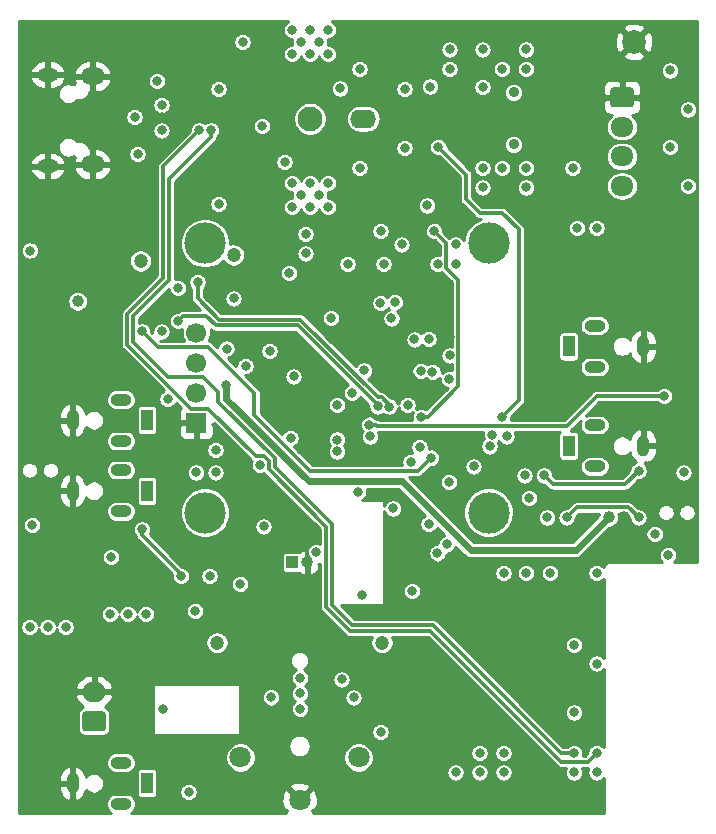
<source format=gbr>
%TF.GenerationSoftware,KiCad,Pcbnew,(5.1.10)-1*%
%TF.CreationDate,2022-01-17T19:42:39+07:00*%
%TF.ProjectId,Digital_module_v3,44696769-7461-46c5-9f6d-6f64756c655f,rev?*%
%TF.SameCoordinates,Original*%
%TF.FileFunction,Copper,L3,Inr*%
%TF.FilePolarity,Positive*%
%FSLAX46Y46*%
G04 Gerber Fmt 4.6, Leading zero omitted, Abs format (unit mm)*
G04 Created by KiCad (PCBNEW (5.1.10)-1) date 2022-01-17 19:42:39*
%MOMM*%
%LPD*%
G01*
G04 APERTURE LIST*
%TA.AperFunction,ComponentPad*%
%ADD10C,3.500000*%
%TD*%
%TA.AperFunction,ComponentPad*%
%ADD11C,1.700000*%
%TD*%
%TA.AperFunction,ComponentPad*%
%ADD12R,1.700000X1.700000*%
%TD*%
%TA.AperFunction,ComponentPad*%
%ADD13O,1.000000X1.000000*%
%TD*%
%TA.AperFunction,ComponentPad*%
%ADD14R,1.000000X1.000000*%
%TD*%
%TA.AperFunction,ComponentPad*%
%ADD15C,2.000000*%
%TD*%
%TA.AperFunction,ComponentPad*%
%ADD16C,1.800000*%
%TD*%
%TA.AperFunction,ComponentPad*%
%ADD17O,1.950000X1.700000*%
%TD*%
%TA.AperFunction,ComponentPad*%
%ADD18O,2.000000X1.700000*%
%TD*%
%TA.AperFunction,ComponentPad*%
%ADD19O,1.000000X1.800000*%
%TD*%
%TA.AperFunction,ComponentPad*%
%ADD20R,1.000000X1.800000*%
%TD*%
%TA.AperFunction,ComponentPad*%
%ADD21O,1.800000X1.000000*%
%TD*%
%TA.AperFunction,ComponentPad*%
%ADD22C,2.100000*%
%TD*%
%TA.AperFunction,ComponentPad*%
%ADD23O,2.200000X1.600000*%
%TD*%
%TA.AperFunction,ComponentPad*%
%ADD24C,0.900000*%
%TD*%
%TA.AperFunction,ComponentPad*%
%ADD25O,1.800000X1.150000*%
%TD*%
%TA.AperFunction,ComponentPad*%
%ADD26O,2.000000X1.450000*%
%TD*%
%TA.AperFunction,ViaPad*%
%ADD27C,0.800000*%
%TD*%
%TA.AperFunction,ViaPad*%
%ADD28C,1.000000*%
%TD*%
%TA.AperFunction,ViaPad*%
%ADD29C,1.200000*%
%TD*%
%TA.AperFunction,ViaPad*%
%ADD30C,1.100000*%
%TD*%
%TA.AperFunction,Conductor*%
%ADD31C,0.600000*%
%TD*%
%TA.AperFunction,Conductor*%
%ADD32C,0.300000*%
%TD*%
%TA.AperFunction,Conductor*%
%ADD33C,0.254000*%
%TD*%
%TA.AperFunction,Conductor*%
%ADD34C,0.100000*%
%TD*%
G04 APERTURE END LIST*
D10*
%TO.N,N/C*%
%TO.C,U8*%
X111048800Y-116987800D03*
X111048800Y-94187800D03*
X87048800Y-94187800D03*
X87048800Y-116987800D03*
D11*
%TO.N,/Ctrl_part/IFC_SDA_VLT/S_left*%
X86318800Y-101777800D03*
%TO.N,/Ctrl_part/IFC_SCL_VLT/S_left*%
X86318800Y-104317800D03*
%TO.N,+5P*%
X86318800Y-106857800D03*
D12*
%TO.N,GND1*%
X86318800Y-109397800D03*
%TD*%
D13*
%TO.N,GND1*%
%TO.C,JP2*%
X95681800Y-121208800D03*
D14*
%TO.N,/Ctrl_part/SWCLK*%
X94411800Y-121208800D03*
%TD*%
D15*
%TO.N,GND1*%
%TO.C,GND1*%
X123367800Y-77139800D03*
%TD*%
D16*
%TO.N,GND1*%
%TO.C,BT1*%
X95046800Y-141318800D03*
%TO.N,N/C*%
X90046800Y-137718800D03*
%TO.N,Net-(BT1-Pad1)*%
X100046800Y-137718800D03*
%TD*%
D17*
%TO.N,Net-(J1-Pad4)*%
%TO.C,J1*%
X122351800Y-89338800D03*
%TO.N,/scl1*%
X122351800Y-86838800D03*
%TO.N,/sda1*%
X122351800Y-84338800D03*
%TO.N,GND1*%
%TA.AperFunction,ComponentPad*%
G36*
G01*
X121626800Y-80988800D02*
X123076800Y-80988800D01*
G75*
G02*
X123326800Y-81238800I0J-250000D01*
G01*
X123326800Y-82438800D01*
G75*
G02*
X123076800Y-82688800I-250000J0D01*
G01*
X121626800Y-82688800D01*
G75*
G02*
X121376800Y-82438800I0J250000D01*
G01*
X121376800Y-81238800D01*
G75*
G02*
X121626800Y-80988800I250000J0D01*
G01*
G37*
%TD.AperFunction*%
%TD*%
D18*
%TO.N,GND1*%
%TO.C,J4*%
X77647800Y-132170800D03*
%TO.N,Net-(BT1-Pad1)*%
%TA.AperFunction,ComponentPad*%
G36*
G01*
X78397800Y-135520800D02*
X76897800Y-135520800D01*
G75*
G02*
X76647800Y-135270800I0J250000D01*
G01*
X76647800Y-134070800D01*
G75*
G02*
X76897800Y-133820800I250000J0D01*
G01*
X78397800Y-133820800D01*
G75*
G02*
X78647800Y-134070800I0J-250000D01*
G01*
X78647800Y-135270800D01*
G75*
G02*
X78397800Y-135520800I-250000J0D01*
G01*
G37*
%TD.AperFunction*%
%TD*%
D19*
%TO.N,GND1*%
%TO.C,J2*%
X124151800Y-111330800D03*
D20*
%TO.N,/ADC*%
X117851800Y-111330800D03*
D21*
%TO.N,/ADC0*%
X120051800Y-113080800D03*
X120051800Y-109580800D03*
%TD*%
D19*
%TO.N,GND1*%
%TO.C,J8*%
X75833800Y-109171800D03*
D20*
%TO.N,+5VD*%
X82133800Y-109171800D03*
D21*
%TO.N,Net-(J8-Pad3)*%
X79933800Y-107421800D03*
X79933800Y-110921800D03*
%TD*%
D19*
%TO.N,GND1*%
%TO.C,J7*%
X75833800Y-115140800D03*
D20*
%TO.N,+5VD*%
X82133800Y-115140800D03*
D21*
%TO.N,Net-(J7-Pad3)*%
X79933800Y-113390800D03*
X79933800Y-116890800D03*
%TD*%
D19*
%TO.N,GND1*%
%TO.C,J6*%
X75833800Y-139905800D03*
D20*
%TO.N,+5VD*%
X82133800Y-139905800D03*
D21*
%TO.N,Net-(J6-Pad3)*%
X79933800Y-138155800D03*
X79933800Y-141655800D03*
%TD*%
%TO.N,/ADC2*%
%TO.C,J3*%
X120051800Y-101170800D03*
X120051800Y-104670800D03*
D20*
%TO.N,/ADC1*%
X117851800Y-102920800D03*
D19*
%TO.N,GND1*%
X124151800Y-102920800D03*
%TD*%
D22*
%TO.N,N/C*%
%TO.C,J11*%
X95938800Y-83639800D03*
D23*
X100438800Y-83639800D03*
%TD*%
D24*
%TO.N,N/C*%
%TO.C,J10*%
X113171800Y-81416800D03*
X113171800Y-85816800D03*
%TD*%
D25*
%TO.N,GND1*%
%TO.C,J5*%
X73720800Y-87660800D03*
X73720800Y-79910800D03*
D26*
X77520800Y-87510800D03*
X77520800Y-80060800D03*
%TD*%
D27*
%TO.N,*%
X94411800Y-76123800D03*
X94411800Y-78155800D03*
X97459800Y-78155800D03*
X97459800Y-76123800D03*
X95935800Y-76123800D03*
X95935800Y-78155800D03*
X94411800Y-89077800D03*
X97459800Y-89077800D03*
X95935800Y-89077800D03*
X94411800Y-91109800D03*
X95935800Y-91109800D03*
X97459800Y-91109800D03*
X96697800Y-90093800D03*
X95173800Y-90093800D03*
X95173800Y-77139800D03*
X96697800Y-77139800D03*
%TO.N,GND1*%
X107556300Y-116636800D03*
X84759800Y-99491800D03*
X73837800Y-111556800D03*
X73837800Y-115239800D03*
X125907800Y-109778800D03*
X116255800Y-104190800D03*
X112318800Y-129844800D03*
X108254800Y-137337800D03*
X118287800Y-129844800D03*
X127812800Y-120573800D03*
X107365800Y-90982800D03*
X83870800Y-108889800D03*
X106095800Y-82473800D03*
X110540800Y-84759800D03*
X115874800Y-84759800D03*
X115874800Y-82473800D03*
X110540800Y-82473800D03*
X88188800Y-86156800D03*
X98475800Y-84632800D03*
X103936800Y-83616800D03*
X98475800Y-82600800D03*
X86156800Y-78663800D03*
X82346800Y-89585800D03*
X80695800Y-89585800D03*
X72186800Y-90220800D03*
D28*
X77520800Y-99110800D03*
D27*
X99872800Y-135623300D03*
X127685800Y-118795800D03*
X127685800Y-115239800D03*
D29*
X105079800Y-141147800D03*
D27*
X104571800Y-122071800D03*
X106222800Y-122084800D03*
X92887800Y-131368800D03*
X83489800Y-133654800D03*
X83362800Y-83489800D03*
X78536790Y-86029800D03*
X81330800Y-88201800D03*
X86638800Y-90855800D03*
X73837800Y-98501800D03*
X72186800Y-98501800D03*
X74700800Y-100253800D03*
X107746800Y-88188800D03*
D28*
X122479000Y-117398600D03*
D27*
X104521300Y-116636800D03*
X76250800Y-127558800D03*
X80645300Y-120764300D03*
X73964800Y-118033800D03*
X83045300Y-126352300D03*
X100317300Y-123939300D03*
D29*
X90601792Y-128003300D03*
X99491800Y-128003304D03*
X90728800Y-99110800D03*
D27*
X88760300Y-125336300D03*
X105206800Y-94284800D03*
X107746800Y-102158800D03*
D30*
X99618800Y-97205800D03*
D27*
X127812800Y-98983800D03*
%TO.N,+3V3*%
X101904800Y-93141800D03*
X118160800Y-87807800D03*
X97713800Y-100507800D03*
X92506800Y-103301800D03*
X112318800Y-137337800D03*
X110286800Y-137337800D03*
X118287800Y-133908800D03*
X107746800Y-79425800D03*
X112191800Y-87807800D03*
X114223800Y-87807800D03*
X114223800Y-79425800D03*
X112191800Y-79425800D03*
X100126800Y-87807800D03*
X100126800Y-79425800D03*
X90220800Y-77139800D03*
X83362800Y-101650800D03*
X104571800Y-123621800D03*
X120192800Y-122098800D03*
X116255800Y-122098800D03*
X81330800Y-86651800D03*
X88188800Y-90855800D03*
D29*
X81584800Y-95681800D03*
D27*
X105841800Y-90982800D03*
X102971300Y-116636800D03*
X72414800Y-118033800D03*
X79095300Y-120764300D03*
D29*
X88061808Y-128003300D03*
X102031804Y-128003300D03*
D27*
X84759800Y-97967800D03*
X94157800Y-96697800D03*
X94538800Y-105460800D03*
D29*
X89458800Y-95173800D03*
D27*
X89458800Y-98856800D03*
X95554800Y-93396800D03*
X86220300Y-125336300D03*
X101904800Y-135559800D03*
X87934800Y-113588800D03*
X91998800Y-118160800D03*
X94284800Y-110667800D03*
X114096800Y-113842800D03*
X120192800Y-92887800D03*
X126415800Y-86029800D03*
X126414800Y-79552800D03*
X108254800Y-94285800D03*
X103682800Y-94284800D03*
X107746800Y-103682800D03*
X116001800Y-117398800D03*
%TO.N,+5P*%
X83870800Y-107365800D03*
X72211800Y-94806800D03*
D28*
X76251000Y-99110600D03*
X121209000Y-117398600D03*
D27*
X88823800Y-106221800D03*
X88873800Y-103097800D03*
%TO.N,/Ctrl_part/~RST*%
X85013800Y-122351800D03*
X105968800Y-117970300D03*
X81711800Y-118414800D03*
X90030300Y-123050300D03*
%TO.N,/Ctrl_part/jrline*%
X111136285Y-111381868D03*
%TO.N,/Ctrl_part/jcline*%
X110540800Y-80949800D03*
X106796800Y-86029800D03*
X112191800Y-108889800D03*
%TO.N,/Ctrl_part/jtline*%
X111335054Y-110401810D03*
%TO.N,/Ctrl_part/jlline*%
X106095800Y-80923800D03*
X109778800Y-113080800D03*
%TO.N,/Ctrl_part/jbline*%
X106301183Y-105088388D03*
X110540800Y-87808800D03*
%TO.N,/Ctrl_part/eLine_B*%
X98475800Y-81076800D03*
%TO.N,/ESP32_part/~RST*%
X126262800Y-120573800D03*
X127558800Y-113588800D03*
X114223800Y-122097800D03*
X93776800Y-87299800D03*
%TO.N,/ESP32_part/GPIO16*%
X120192800Y-129768800D03*
%TO.N,/ESP_LED*%
X110286800Y-138987800D03*
X101016127Y-110545725D03*
%TO.N,/Ctrl_part/SWDIO*%
X99491800Y-106857800D03*
X96443800Y-120319800D03*
%TO.N,/Ctrl_part/SWCLK*%
X87426800Y-122351800D03*
X98221800Y-107873800D03*
%TO.N,/+5V_valid*%
X95554800Y-95046800D03*
X105206800Y-111429800D03*
%TO.N,Net-(Q8-Pad3)*%
X123748800Y-113461800D03*
X115746800Y-113842800D03*
%TO.N,Net-(Q9-Pad3)*%
X117652800Y-117398800D03*
X123748800Y-117398800D03*
%TO.N,/DTS_2*%
X87934800Y-111683800D03*
X99999800Y-115250800D03*
%TO.N,/Ctrl_part/IFC_SDA*%
X84759800Y-100761800D03*
X101650800Y-108000800D03*
%TO.N,/Ctrl_part/IFC_SCL*%
X102650786Y-108008013D03*
X86410800Y-97459800D03*
%TO.N,/ESP32_part/GPIO0*%
X112318800Y-138987800D03*
X91871800Y-84251800D03*
%TO.N,/Ctrl_part/~IFC_INT*%
X81711800Y-101650800D03*
X106200469Y-112341145D03*
%TO.N,/ESP32_part/GPIO15*%
X108254800Y-138988300D03*
%TO.N,/ESP32_part/ADC*%
X118287800Y-128193800D03*
%TO.N,/~ESP_RST*%
X125907800Y-107111800D03*
X100949726Y-109547930D03*
%TO.N,/ESP32_part/RX*%
X118287800Y-138987800D03*
%TO.N,/ESP32_part/TX*%
X120192800Y-138988800D03*
%TO.N,/I2C_SDA*%
X95110302Y-130987816D03*
X98602800Y-131114800D03*
X105968800Y-102276541D03*
X107492800Y-119684800D03*
%TO.N,/I2C_SCL*%
X95095121Y-132305145D03*
X99618794Y-132638800D03*
X104776609Y-102334991D03*
X106724577Y-120434800D03*
%TO.N,/~I2C_INT*%
X107689476Y-114408124D03*
X105307131Y-104979469D03*
%TO.N,/~CTRL_INT*%
X100507800Y-104952800D03*
X104444800Y-112699800D03*
%TO.N,/~RTC_INT*%
X92630400Y-132631494D03*
X98221800Y-110810787D03*
%TO.N,/RTC_CLK*%
X95110300Y-133591300D03*
X98221792Y-111810800D03*
%TO.N,/Ctrl_part/~btn_int*%
X105333800Y-108889800D03*
X106451400Y-93167200D03*
%TO.N,Net-(D2-Pad2)*%
X82981800Y-80441800D03*
%TO.N,/Ctrl_part/IFC_SDA_VLT/S_left*%
X90474800Y-104572800D03*
%TO.N,Net-(R85-Pad2)*%
X118287800Y-137337800D03*
X87553800Y-84632800D03*
%TO.N,Net-(R86-Pad2)*%
X120192800Y-137337800D03*
X86537800Y-84632800D03*
%TO.N,/USB_D-*%
X83362804Y-82473800D03*
%TO.N,/USB_D+*%
X83362808Y-84632796D03*
%TO.N,/Ctrl_part/jtbtn*%
X114223800Y-77774800D03*
%TO.N,/Ctrl_part/jcbtn*%
X110540800Y-77774800D03*
%TO.N,/Ctrl_part/jlbtn*%
X107746800Y-77774800D03*
%TO.N,/Ctrl_part/jrbtn*%
X114223800Y-89458800D03*
%TO.N,/Ctrl_part/jbbtn*%
X110540800Y-89458800D03*
%TO.N,/Ctrl_part/EC11_A*%
X103938800Y-86139800D03*
%TO.N,/Ctrl_part/EC11_B*%
X103938800Y-81139800D03*
%TO.N,/Ctrl_part/EC11_E*%
X88188800Y-81139800D03*
%TO.N,/EXT_SDA*%
X127939800Y-82854800D03*
%TO.N,/EXT_SCL*%
X127939800Y-89330800D03*
%TO.N,/~EXT_INT*%
X118542800Y-92887800D03*
%TO.N,/POW_SCL*%
X103103800Y-99181800D03*
%TO.N,/POW_SDA*%
X102158800Y-95935800D03*
%TO.N,/FAN_SCL*%
X102834969Y-100548969D03*
X112572800Y-110541800D03*
%TO.N,/FAN_SDA*%
X114477800Y-115748800D03*
X101903810Y-99237800D03*
%TO.N,Net-(R19-Pad2)*%
X108254800Y-95935800D03*
%TO.N,Net-(R20-Pad2)*%
X106730800Y-95934800D03*
%TO.N,Net-(Q16-Pad1)*%
X112318300Y-122098300D03*
%TO.N,Net-(R41-Pad2)*%
X104190800Y-107873800D03*
X107698779Y-105674719D03*
%TO.N,Net-(R77-Pad2)*%
X125120798Y-118795800D03*
%TO.N,Net-(R89-Pad2)*%
X78981300Y-125590300D03*
%TO.N,Net-(R90-Pad2)*%
X80505300Y-125590300D03*
%TO.N,Net-(R95-Pad1)*%
X82029300Y-125590300D03*
%TO.N,/+5V*%
X81076800Y-83489800D03*
%TO.N,/ESP32_part/a0*%
X72186800Y-126669800D03*
%TO.N,/ESP32_part/a1*%
X73710800Y-126669800D03*
%TO.N,/ESP32_part/a2*%
X75234800Y-126669800D03*
%TO.N,Net-(Q6-Pad3)*%
X99110800Y-95935800D03*
%TO.N,Net-(Q10-Pad3)*%
X85648800Y-140639800D03*
X91683808Y-112953800D03*
%TO.N,Net-(Q12-Pad3)*%
X86284800Y-113588800D03*
%TD*%
D31*
%TO.N,+5P*%
X88823800Y-106221800D02*
X88823800Y-107357414D01*
X95817186Y-114350800D02*
X103682800Y-114350800D01*
X88823800Y-107357414D02*
X95817186Y-114350800D01*
X103682800Y-114350800D02*
X109524800Y-120192800D01*
X118414800Y-120192800D02*
X121209000Y-117398600D01*
X109524800Y-120192800D02*
X118414800Y-120192800D01*
D32*
%TO.N,/Ctrl_part/~RST*%
X85013800Y-122224800D02*
X85013800Y-122351800D01*
X81711800Y-118922800D02*
X85013800Y-122224800D01*
X81711800Y-118414800D02*
X81711800Y-118922800D01*
%TO.N,/Ctrl_part/jcline*%
X113588800Y-107492800D02*
X112191800Y-108889800D01*
X113588800Y-93014800D02*
X113588800Y-107492800D01*
X110286800Y-91617800D02*
X112191800Y-91617800D01*
X109143800Y-90474800D02*
X110286800Y-91617800D01*
X109143800Y-88376800D02*
X109143800Y-90474800D01*
X112191800Y-91617800D02*
X113588800Y-93014800D01*
X106796800Y-86029800D02*
X109143800Y-88376800D01*
%TO.N,Net-(Q8-Pad3)*%
X116508800Y-114604800D02*
X115746800Y-113842800D01*
X122605800Y-114604800D02*
X116508800Y-114604800D01*
X123748800Y-113461800D02*
X122605800Y-114604800D01*
%TO.N,Net-(Q9-Pad3)*%
X122898599Y-116548599D02*
X123748800Y-117398800D01*
X118503001Y-116548599D02*
X122898599Y-116548599D01*
X117652800Y-117398800D02*
X118503001Y-116548599D01*
%TO.N,/Ctrl_part/IFC_SDA*%
X94919800Y-101142800D02*
X101650800Y-107873800D01*
X101650800Y-107873800D02*
X101650800Y-108000800D01*
X87153801Y-100361801D02*
X87934800Y-101142800D01*
X87934800Y-101142800D02*
X94919800Y-101142800D01*
X85159799Y-100361801D02*
X87153801Y-100361801D01*
X84759800Y-100761800D02*
X85159799Y-100361801D01*
%TO.N,/Ctrl_part/IFC_SCL*%
X102650786Y-107890784D02*
X102650786Y-108008013D01*
X101998802Y-107238800D02*
X102650786Y-107890784D01*
X95126910Y-100642790D02*
X101722920Y-107238800D01*
X88196790Y-100642790D02*
X95126910Y-100642790D01*
X86410800Y-98856800D02*
X88196790Y-100642790D01*
X101722920Y-107238800D02*
X101998802Y-107238800D01*
X86410800Y-97459800D02*
X86410800Y-98856800D01*
%TO.N,/Ctrl_part/~IFC_INT*%
X105060815Y-113480799D02*
X106200469Y-112341145D01*
X91225801Y-108751801D02*
X95954799Y-113480799D01*
X87324803Y-102977801D02*
X91225801Y-106878799D01*
X83038801Y-102977801D02*
X87324803Y-102977801D01*
X81711800Y-101650800D02*
X83038801Y-102977801D01*
X91225801Y-106878799D02*
X91225801Y-108751801D01*
X95954799Y-113480799D02*
X105060815Y-113480799D01*
%TO.N,/~ESP_RST*%
X101515411Y-109547930D02*
X100949726Y-109547930D01*
X117652800Y-109651800D02*
X101619281Y-109651800D01*
X120192800Y-107111800D02*
X117652800Y-109651800D01*
X125907800Y-107111800D02*
X120192800Y-107111800D01*
X101619281Y-109651800D02*
X101515411Y-109547930D01*
%TO.N,/Ctrl_part/~btn_int*%
X107480801Y-94196601D02*
X106451400Y-93167200D01*
X107480801Y-96271803D02*
X107480801Y-94196601D01*
X108496801Y-106292484D02*
X108496801Y-97287803D01*
X108496801Y-97287803D02*
X107480801Y-96271803D01*
X105899485Y-108889800D02*
X108496801Y-106292484D01*
X105333800Y-108889800D02*
X105899485Y-108889800D01*
%TO.N,Net-(R85-Pad2)*%
X117177800Y-137337800D02*
X118287800Y-137337800D01*
X106339800Y-126499800D02*
X117177800Y-137337800D01*
X97816249Y-124816249D02*
X99499800Y-126499800D01*
X92933820Y-112386688D02*
X92933820Y-113093820D01*
X87553800Y-85212922D02*
X83997800Y-88768922D01*
X83997800Y-88768922D02*
X83997800Y-97332800D01*
X83997800Y-97332800D02*
X80961799Y-100368801D01*
X80961799Y-100368801D02*
X80961799Y-102551799D01*
X99499800Y-126499800D02*
X106339800Y-126499800D01*
X80961799Y-102551799D02*
X83927801Y-105517801D01*
X83927801Y-105517801D02*
X86894801Y-105517801D01*
X86894801Y-105517801D02*
X88173790Y-106796790D01*
X88173790Y-106796790D02*
X88173790Y-107626658D01*
X88173790Y-107626658D02*
X92933820Y-112386688D01*
X92933820Y-113093820D02*
X97816249Y-117976251D01*
X87553800Y-84632800D02*
X87553800Y-85212922D01*
X97816249Y-117976251D02*
X97816249Y-124816249D01*
%TO.N,Net-(R86-Pad2)*%
X119442799Y-138087801D02*
X120192800Y-137337800D01*
X117220679Y-138087801D02*
X119442799Y-138087801D01*
X106132689Y-126999811D02*
X117220679Y-138087801D01*
X99292689Y-126999811D02*
X106132689Y-126999811D01*
X86537800Y-84632800D02*
X83497789Y-87672811D01*
X97316239Y-125023361D02*
X99292689Y-126999811D01*
X83497789Y-87672811D02*
X83497789Y-97125689D01*
X83497789Y-97125689D02*
X80441800Y-100181678D01*
X80441800Y-100181678D02*
X80441800Y-102775301D01*
X80441800Y-102775301D02*
X85864298Y-108197799D01*
X85864298Y-108197799D02*
X87330677Y-108197799D01*
X87330677Y-108197799D02*
X91336677Y-112203799D01*
X91336677Y-112203799D02*
X92043809Y-112203799D01*
X92043809Y-112203799D02*
X92433809Y-112593799D01*
X92433809Y-112593799D02*
X92433810Y-113300932D01*
X92433810Y-113300932D02*
X97316239Y-118183361D01*
X97316239Y-118183361D02*
X97316239Y-125023361D01*
%TD*%
D33*
%TO.N,GND1*%
X94041858Y-75431687D02*
X93913941Y-75517158D01*
X93805158Y-75625941D01*
X93719687Y-75753858D01*
X93660813Y-75895991D01*
X93630800Y-76046878D01*
X93630800Y-76200722D01*
X93660813Y-76351609D01*
X93719687Y-76493742D01*
X93805158Y-76621659D01*
X93913941Y-76730442D01*
X94041858Y-76815913D01*
X94183991Y-76874787D01*
X94334878Y-76904800D01*
X94425792Y-76904800D01*
X94422813Y-76911991D01*
X94392800Y-77062878D01*
X94392800Y-77216722D01*
X94422813Y-77367609D01*
X94425792Y-77374800D01*
X94334878Y-77374800D01*
X94183991Y-77404813D01*
X94041858Y-77463687D01*
X93913941Y-77549158D01*
X93805158Y-77657941D01*
X93719687Y-77785858D01*
X93660813Y-77927991D01*
X93630800Y-78078878D01*
X93630800Y-78232722D01*
X93660813Y-78383609D01*
X93719687Y-78525742D01*
X93805158Y-78653659D01*
X93913941Y-78762442D01*
X94041858Y-78847913D01*
X94183991Y-78906787D01*
X94334878Y-78936800D01*
X94488722Y-78936800D01*
X94639609Y-78906787D01*
X94781742Y-78847913D01*
X94909659Y-78762442D01*
X95018442Y-78653659D01*
X95103913Y-78525742D01*
X95162787Y-78383609D01*
X95173800Y-78328242D01*
X95184813Y-78383609D01*
X95243687Y-78525742D01*
X95329158Y-78653659D01*
X95437941Y-78762442D01*
X95565858Y-78847913D01*
X95707991Y-78906787D01*
X95858878Y-78936800D01*
X96012722Y-78936800D01*
X96163609Y-78906787D01*
X96305742Y-78847913D01*
X96433659Y-78762442D01*
X96542442Y-78653659D01*
X96627913Y-78525742D01*
X96686787Y-78383609D01*
X96697800Y-78328242D01*
X96708813Y-78383609D01*
X96767687Y-78525742D01*
X96853158Y-78653659D01*
X96961941Y-78762442D01*
X97089858Y-78847913D01*
X97231991Y-78906787D01*
X97382878Y-78936800D01*
X97536722Y-78936800D01*
X97687609Y-78906787D01*
X97829742Y-78847913D01*
X97957659Y-78762442D01*
X98066442Y-78653659D01*
X98151913Y-78525742D01*
X98210787Y-78383609D01*
X98240800Y-78232722D01*
X98240800Y-78078878D01*
X98210787Y-77927991D01*
X98151913Y-77785858D01*
X98093127Y-77697878D01*
X106965800Y-77697878D01*
X106965800Y-77851722D01*
X106995813Y-78002609D01*
X107054687Y-78144742D01*
X107140158Y-78272659D01*
X107248941Y-78381442D01*
X107376858Y-78466913D01*
X107518991Y-78525787D01*
X107669878Y-78555800D01*
X107823722Y-78555800D01*
X107974609Y-78525787D01*
X108116742Y-78466913D01*
X108244659Y-78381442D01*
X108353442Y-78272659D01*
X108438913Y-78144742D01*
X108497787Y-78002609D01*
X108527800Y-77851722D01*
X108527800Y-77697878D01*
X109759800Y-77697878D01*
X109759800Y-77851722D01*
X109789813Y-78002609D01*
X109848687Y-78144742D01*
X109934158Y-78272659D01*
X110042941Y-78381442D01*
X110170858Y-78466913D01*
X110312991Y-78525787D01*
X110463878Y-78555800D01*
X110617722Y-78555800D01*
X110768609Y-78525787D01*
X110910742Y-78466913D01*
X111038659Y-78381442D01*
X111147442Y-78272659D01*
X111232913Y-78144742D01*
X111291787Y-78002609D01*
X111321800Y-77851722D01*
X111321800Y-77697878D01*
X113442800Y-77697878D01*
X113442800Y-77851722D01*
X113472813Y-78002609D01*
X113531687Y-78144742D01*
X113617158Y-78272659D01*
X113725941Y-78381442D01*
X113853858Y-78466913D01*
X113995991Y-78525787D01*
X114146878Y-78555800D01*
X114300722Y-78555800D01*
X114451609Y-78525787D01*
X114593742Y-78466913D01*
X114721659Y-78381442D01*
X114827888Y-78275213D01*
X122411992Y-78275213D01*
X122507756Y-78539614D01*
X122797371Y-78680504D01*
X123108908Y-78762184D01*
X123430395Y-78781518D01*
X123749475Y-78737761D01*
X124053888Y-78632595D01*
X124227844Y-78539614D01*
X124323608Y-78275213D01*
X123367800Y-77319405D01*
X122411992Y-78275213D01*
X114827888Y-78275213D01*
X114830442Y-78272659D01*
X114915913Y-78144742D01*
X114974787Y-78002609D01*
X115004800Y-77851722D01*
X115004800Y-77697878D01*
X114974787Y-77546991D01*
X114915913Y-77404858D01*
X114830442Y-77276941D01*
X114755896Y-77202395D01*
X121726082Y-77202395D01*
X121769839Y-77521475D01*
X121875005Y-77825888D01*
X121967986Y-77999844D01*
X122232387Y-78095608D01*
X123188195Y-77139800D01*
X123547405Y-77139800D01*
X124503213Y-78095608D01*
X124767614Y-77999844D01*
X124908504Y-77710229D01*
X124990184Y-77398692D01*
X125009518Y-77077205D01*
X124965761Y-76758125D01*
X124860595Y-76453712D01*
X124767614Y-76279756D01*
X124503213Y-76183992D01*
X123547405Y-77139800D01*
X123188195Y-77139800D01*
X122232387Y-76183992D01*
X121967986Y-76279756D01*
X121827096Y-76569371D01*
X121745416Y-76880908D01*
X121726082Y-77202395D01*
X114755896Y-77202395D01*
X114721659Y-77168158D01*
X114593742Y-77082687D01*
X114451609Y-77023813D01*
X114300722Y-76993800D01*
X114146878Y-76993800D01*
X113995991Y-77023813D01*
X113853858Y-77082687D01*
X113725941Y-77168158D01*
X113617158Y-77276941D01*
X113531687Y-77404858D01*
X113472813Y-77546991D01*
X113442800Y-77697878D01*
X111321800Y-77697878D01*
X111291787Y-77546991D01*
X111232913Y-77404858D01*
X111147442Y-77276941D01*
X111038659Y-77168158D01*
X110910742Y-77082687D01*
X110768609Y-77023813D01*
X110617722Y-76993800D01*
X110463878Y-76993800D01*
X110312991Y-77023813D01*
X110170858Y-77082687D01*
X110042941Y-77168158D01*
X109934158Y-77276941D01*
X109848687Y-77404858D01*
X109789813Y-77546991D01*
X109759800Y-77697878D01*
X108527800Y-77697878D01*
X108497787Y-77546991D01*
X108438913Y-77404858D01*
X108353442Y-77276941D01*
X108244659Y-77168158D01*
X108116742Y-77082687D01*
X107974609Y-77023813D01*
X107823722Y-76993800D01*
X107669878Y-76993800D01*
X107518991Y-77023813D01*
X107376858Y-77082687D01*
X107248941Y-77168158D01*
X107140158Y-77276941D01*
X107054687Y-77404858D01*
X106995813Y-77546991D01*
X106965800Y-77697878D01*
X98093127Y-77697878D01*
X98066442Y-77657941D01*
X97957659Y-77549158D01*
X97829742Y-77463687D01*
X97687609Y-77404813D01*
X97536722Y-77374800D01*
X97445808Y-77374800D01*
X97448787Y-77367609D01*
X97478800Y-77216722D01*
X97478800Y-77062878D01*
X97448787Y-76911991D01*
X97445808Y-76904800D01*
X97536722Y-76904800D01*
X97687609Y-76874787D01*
X97829742Y-76815913D01*
X97957659Y-76730442D01*
X98066442Y-76621659D01*
X98151913Y-76493742D01*
X98210787Y-76351609D01*
X98240800Y-76200722D01*
X98240800Y-76046878D01*
X98232349Y-76004387D01*
X122411992Y-76004387D01*
X123367800Y-76960195D01*
X124323608Y-76004387D01*
X124227844Y-75739986D01*
X123938229Y-75599096D01*
X123626692Y-75517416D01*
X123305205Y-75498082D01*
X122986125Y-75541839D01*
X122681712Y-75647005D01*
X122507756Y-75739986D01*
X122411992Y-76004387D01*
X98232349Y-76004387D01*
X98210787Y-75895991D01*
X98151913Y-75753858D01*
X98066442Y-75625941D01*
X97957659Y-75517158D01*
X97829742Y-75431687D01*
X97767729Y-75406000D01*
X128740500Y-75406000D01*
X128740501Y-121183800D01*
X126755633Y-121183800D01*
X126760659Y-121180442D01*
X126869442Y-121071659D01*
X126954913Y-120943742D01*
X127013787Y-120801609D01*
X127043800Y-120650722D01*
X127043800Y-120496878D01*
X127013787Y-120345991D01*
X126954913Y-120203858D01*
X126869442Y-120075941D01*
X126760659Y-119967158D01*
X126632742Y-119881687D01*
X126490609Y-119822813D01*
X126339722Y-119792800D01*
X126185878Y-119792800D01*
X126034991Y-119822813D01*
X125892858Y-119881687D01*
X125764941Y-119967158D01*
X125656158Y-120075941D01*
X125570687Y-120203858D01*
X125511813Y-120345991D01*
X125481800Y-120496878D01*
X125481800Y-120650722D01*
X125511813Y-120801609D01*
X125570687Y-120943742D01*
X125656158Y-121071659D01*
X125764941Y-121180442D01*
X125769967Y-121183800D01*
X121228741Y-121183800D01*
X121208800Y-121181836D01*
X121188860Y-121183800D01*
X121188859Y-121183800D01*
X121129210Y-121189675D01*
X121052679Y-121212890D01*
X120982147Y-121250590D01*
X120920326Y-121301326D01*
X120869590Y-121363147D01*
X120831890Y-121433679D01*
X120808675Y-121510210D01*
X120800836Y-121589800D01*
X120802364Y-121605314D01*
X120799442Y-121600941D01*
X120690659Y-121492158D01*
X120562742Y-121406687D01*
X120420609Y-121347813D01*
X120269722Y-121317800D01*
X120115878Y-121317800D01*
X119964991Y-121347813D01*
X119822858Y-121406687D01*
X119694941Y-121492158D01*
X119586158Y-121600941D01*
X119500687Y-121728858D01*
X119441813Y-121870991D01*
X119411800Y-122021878D01*
X119411800Y-122175722D01*
X119441813Y-122326609D01*
X119500687Y-122468742D01*
X119586158Y-122596659D01*
X119694941Y-122705442D01*
X119822858Y-122790913D01*
X119964991Y-122849787D01*
X120115878Y-122879800D01*
X120269722Y-122879800D01*
X120420609Y-122849787D01*
X120562742Y-122790913D01*
X120690659Y-122705442D01*
X120799442Y-122596659D01*
X120802801Y-122591632D01*
X120802801Y-129275968D01*
X120799442Y-129270941D01*
X120690659Y-129162158D01*
X120562742Y-129076687D01*
X120420609Y-129017813D01*
X120269722Y-128987800D01*
X120115878Y-128987800D01*
X119964991Y-129017813D01*
X119822858Y-129076687D01*
X119694941Y-129162158D01*
X119586158Y-129270941D01*
X119500687Y-129398858D01*
X119441813Y-129540991D01*
X119411800Y-129691878D01*
X119411800Y-129845722D01*
X119441813Y-129996609D01*
X119500687Y-130138742D01*
X119586158Y-130266659D01*
X119694941Y-130375442D01*
X119822858Y-130460913D01*
X119964991Y-130519787D01*
X120115878Y-130549800D01*
X120269722Y-130549800D01*
X120420609Y-130519787D01*
X120562742Y-130460913D01*
X120690659Y-130375442D01*
X120799442Y-130266659D01*
X120802801Y-130261632D01*
X120802800Y-136844967D01*
X120799442Y-136839941D01*
X120690659Y-136731158D01*
X120562742Y-136645687D01*
X120420609Y-136586813D01*
X120269722Y-136556800D01*
X120115878Y-136556800D01*
X119964991Y-136586813D01*
X119822858Y-136645687D01*
X119694941Y-136731158D01*
X119586158Y-136839941D01*
X119500687Y-136967858D01*
X119441813Y-137109991D01*
X119411800Y-137260878D01*
X119411800Y-137367853D01*
X119222853Y-137556801D01*
X119040539Y-137556801D01*
X119068800Y-137414722D01*
X119068800Y-137260878D01*
X119038787Y-137109991D01*
X118979913Y-136967858D01*
X118894442Y-136839941D01*
X118785659Y-136731158D01*
X118657742Y-136645687D01*
X118515609Y-136586813D01*
X118364722Y-136556800D01*
X118210878Y-136556800D01*
X118059991Y-136586813D01*
X117917858Y-136645687D01*
X117789941Y-136731158D01*
X117714299Y-136806800D01*
X117397748Y-136806800D01*
X114422826Y-133831878D01*
X117506800Y-133831878D01*
X117506800Y-133985722D01*
X117536813Y-134136609D01*
X117595687Y-134278742D01*
X117681158Y-134406659D01*
X117789941Y-134515442D01*
X117917858Y-134600913D01*
X118059991Y-134659787D01*
X118210878Y-134689800D01*
X118364722Y-134689800D01*
X118515609Y-134659787D01*
X118657742Y-134600913D01*
X118785659Y-134515442D01*
X118894442Y-134406659D01*
X118979913Y-134278742D01*
X119038787Y-134136609D01*
X119068800Y-133985722D01*
X119068800Y-133831878D01*
X119038787Y-133680991D01*
X118979913Y-133538858D01*
X118894442Y-133410941D01*
X118785659Y-133302158D01*
X118657742Y-133216687D01*
X118515609Y-133157813D01*
X118364722Y-133127800D01*
X118210878Y-133127800D01*
X118059991Y-133157813D01*
X117917858Y-133216687D01*
X117789941Y-133302158D01*
X117681158Y-133410941D01*
X117595687Y-133538858D01*
X117536813Y-133680991D01*
X117506800Y-133831878D01*
X114422826Y-133831878D01*
X108707825Y-128116878D01*
X117506800Y-128116878D01*
X117506800Y-128270722D01*
X117536813Y-128421609D01*
X117595687Y-128563742D01*
X117681158Y-128691659D01*
X117789941Y-128800442D01*
X117917858Y-128885913D01*
X118059991Y-128944787D01*
X118210878Y-128974800D01*
X118364722Y-128974800D01*
X118515609Y-128944787D01*
X118657742Y-128885913D01*
X118785659Y-128800442D01*
X118894442Y-128691659D01*
X118979913Y-128563742D01*
X119038787Y-128421609D01*
X119068800Y-128270722D01*
X119068800Y-128116878D01*
X119038787Y-127965991D01*
X118979913Y-127823858D01*
X118894442Y-127695941D01*
X118785659Y-127587158D01*
X118657742Y-127501687D01*
X118515609Y-127442813D01*
X118364722Y-127412800D01*
X118210878Y-127412800D01*
X118059991Y-127442813D01*
X117917858Y-127501687D01*
X117789941Y-127587158D01*
X117681158Y-127695941D01*
X117595687Y-127823858D01*
X117536813Y-127965991D01*
X117506800Y-128116878D01*
X108707825Y-128116878D01*
X106733721Y-126142775D01*
X106717090Y-126122510D01*
X106636235Y-126056154D01*
X106543988Y-126006847D01*
X106443894Y-125976483D01*
X106365884Y-125968800D01*
X106365874Y-125968800D01*
X106339800Y-125966232D01*
X106313726Y-125968800D01*
X99719748Y-125968800D01*
X98579246Y-124828300D01*
X102095300Y-124828300D01*
X102120076Y-124825860D01*
X102143901Y-124818633D01*
X102165857Y-124806897D01*
X102185103Y-124791103D01*
X102200897Y-124771857D01*
X102212633Y-124749901D01*
X102219860Y-124726076D01*
X102222300Y-124701300D01*
X102222300Y-123544878D01*
X103790800Y-123544878D01*
X103790800Y-123698722D01*
X103820813Y-123849609D01*
X103879687Y-123991742D01*
X103965158Y-124119659D01*
X104073941Y-124228442D01*
X104201858Y-124313913D01*
X104343991Y-124372787D01*
X104494878Y-124402800D01*
X104648722Y-124402800D01*
X104799609Y-124372787D01*
X104941742Y-124313913D01*
X105069659Y-124228442D01*
X105178442Y-124119659D01*
X105263913Y-123991742D01*
X105322787Y-123849609D01*
X105352800Y-123698722D01*
X105352800Y-123544878D01*
X105322787Y-123393991D01*
X105263913Y-123251858D01*
X105178442Y-123123941D01*
X105069659Y-123015158D01*
X104941742Y-122929687D01*
X104799609Y-122870813D01*
X104648722Y-122840800D01*
X104494878Y-122840800D01*
X104343991Y-122870813D01*
X104201858Y-122929687D01*
X104073941Y-123015158D01*
X103965158Y-123123941D01*
X103879687Y-123251858D01*
X103820813Y-123393991D01*
X103790800Y-123544878D01*
X102222300Y-123544878D01*
X102222300Y-122021378D01*
X111537300Y-122021378D01*
X111537300Y-122175222D01*
X111567313Y-122326109D01*
X111626187Y-122468242D01*
X111711658Y-122596159D01*
X111820441Y-122704942D01*
X111948358Y-122790413D01*
X112090491Y-122849287D01*
X112241378Y-122879300D01*
X112395222Y-122879300D01*
X112546109Y-122849287D01*
X112688242Y-122790413D01*
X112816159Y-122704942D01*
X112924942Y-122596159D01*
X113010413Y-122468242D01*
X113069287Y-122326109D01*
X113099300Y-122175222D01*
X113099300Y-122021378D01*
X113099201Y-122020878D01*
X113442800Y-122020878D01*
X113442800Y-122174722D01*
X113472813Y-122325609D01*
X113531687Y-122467742D01*
X113617158Y-122595659D01*
X113725941Y-122704442D01*
X113853858Y-122789913D01*
X113995991Y-122848787D01*
X114146878Y-122878800D01*
X114300722Y-122878800D01*
X114451609Y-122848787D01*
X114593742Y-122789913D01*
X114721659Y-122704442D01*
X114830442Y-122595659D01*
X114915913Y-122467742D01*
X114974787Y-122325609D01*
X115004800Y-122174722D01*
X115004800Y-122021878D01*
X115474800Y-122021878D01*
X115474800Y-122175722D01*
X115504813Y-122326609D01*
X115563687Y-122468742D01*
X115649158Y-122596659D01*
X115757941Y-122705442D01*
X115885858Y-122790913D01*
X116027991Y-122849787D01*
X116178878Y-122879800D01*
X116332722Y-122879800D01*
X116483609Y-122849787D01*
X116625742Y-122790913D01*
X116753659Y-122705442D01*
X116862442Y-122596659D01*
X116947913Y-122468742D01*
X117006787Y-122326609D01*
X117036800Y-122175722D01*
X117036800Y-122021878D01*
X117006787Y-121870991D01*
X116947913Y-121728858D01*
X116862442Y-121600941D01*
X116753659Y-121492158D01*
X116625742Y-121406687D01*
X116483609Y-121347813D01*
X116332722Y-121317800D01*
X116178878Y-121317800D01*
X116027991Y-121347813D01*
X115885858Y-121406687D01*
X115757941Y-121492158D01*
X115649158Y-121600941D01*
X115563687Y-121728858D01*
X115504813Y-121870991D01*
X115474800Y-122021878D01*
X115004800Y-122021878D01*
X115004800Y-122020878D01*
X114974787Y-121869991D01*
X114915913Y-121727858D01*
X114830442Y-121599941D01*
X114721659Y-121491158D01*
X114593742Y-121405687D01*
X114451609Y-121346813D01*
X114300722Y-121316800D01*
X114146878Y-121316800D01*
X113995991Y-121346813D01*
X113853858Y-121405687D01*
X113725941Y-121491158D01*
X113617158Y-121599941D01*
X113531687Y-121727858D01*
X113472813Y-121869991D01*
X113442800Y-122020878D01*
X113099201Y-122020878D01*
X113069287Y-121870491D01*
X113010413Y-121728358D01*
X112924942Y-121600441D01*
X112816159Y-121491658D01*
X112688242Y-121406187D01*
X112546109Y-121347313D01*
X112395222Y-121317300D01*
X112241378Y-121317300D01*
X112090491Y-121347313D01*
X111948358Y-121406187D01*
X111820441Y-121491658D01*
X111711658Y-121600441D01*
X111626187Y-121728358D01*
X111567313Y-121870491D01*
X111537300Y-122021378D01*
X102222300Y-122021378D01*
X102222300Y-116869406D01*
X102279187Y-117006742D01*
X102364658Y-117134659D01*
X102473441Y-117243442D01*
X102601358Y-117328913D01*
X102743491Y-117387787D01*
X102894378Y-117417800D01*
X103048222Y-117417800D01*
X103199109Y-117387787D01*
X103341242Y-117328913D01*
X103469159Y-117243442D01*
X103577942Y-117134659D01*
X103663413Y-117006742D01*
X103722287Y-116864609D01*
X103752300Y-116713722D01*
X103752300Y-116559878D01*
X103722287Y-116408991D01*
X103663413Y-116266858D01*
X103577942Y-116138941D01*
X103469159Y-116030158D01*
X103341242Y-115944687D01*
X103199109Y-115885813D01*
X103048222Y-115855800D01*
X102894378Y-115855800D01*
X102743491Y-115885813D01*
X102601358Y-115944687D01*
X102473441Y-116030158D01*
X102364658Y-116138941D01*
X102279187Y-116266858D01*
X102222300Y-116404194D01*
X102222300Y-116065300D01*
X102219860Y-116040524D01*
X102212633Y-116016699D01*
X102200897Y-115994743D01*
X102185103Y-115975497D01*
X102165857Y-115959703D01*
X102143901Y-115947967D01*
X102120076Y-115940740D01*
X102095300Y-115938300D01*
X100376646Y-115938300D01*
X100497659Y-115857442D01*
X100606442Y-115748659D01*
X100691913Y-115620742D01*
X100750787Y-115478609D01*
X100780800Y-115327722D01*
X100780800Y-115173878D01*
X100752539Y-115031800D01*
X103400722Y-115031800D01*
X105632976Y-117264055D01*
X105598858Y-117278187D01*
X105470941Y-117363658D01*
X105362158Y-117472441D01*
X105276687Y-117600358D01*
X105217813Y-117742491D01*
X105187800Y-117893378D01*
X105187800Y-118047222D01*
X105217813Y-118198109D01*
X105276687Y-118340242D01*
X105362158Y-118468159D01*
X105470941Y-118576942D01*
X105598858Y-118662413D01*
X105740991Y-118721287D01*
X105891878Y-118751300D01*
X106045722Y-118751300D01*
X106196609Y-118721287D01*
X106338742Y-118662413D01*
X106466659Y-118576942D01*
X106575442Y-118468159D01*
X106660913Y-118340242D01*
X106675045Y-118306124D01*
X107296472Y-118927551D01*
X107264991Y-118933813D01*
X107122858Y-118992687D01*
X106994941Y-119078158D01*
X106886158Y-119186941D01*
X106800687Y-119314858D01*
X106741813Y-119456991D01*
X106711800Y-119607878D01*
X106711800Y-119653800D01*
X106647655Y-119653800D01*
X106496768Y-119683813D01*
X106354635Y-119742687D01*
X106226718Y-119828158D01*
X106117935Y-119936941D01*
X106032464Y-120064858D01*
X105973590Y-120206991D01*
X105943577Y-120357878D01*
X105943577Y-120511722D01*
X105973590Y-120662609D01*
X106032464Y-120804742D01*
X106117935Y-120932659D01*
X106226718Y-121041442D01*
X106354635Y-121126913D01*
X106496768Y-121185787D01*
X106647655Y-121215800D01*
X106801499Y-121215800D01*
X106952386Y-121185787D01*
X107094519Y-121126913D01*
X107222436Y-121041442D01*
X107331219Y-120932659D01*
X107416690Y-120804742D01*
X107475564Y-120662609D01*
X107505577Y-120511722D01*
X107505577Y-120465800D01*
X107569722Y-120465800D01*
X107720609Y-120435787D01*
X107862742Y-120376913D01*
X107990659Y-120291442D01*
X108099442Y-120182659D01*
X108184913Y-120054742D01*
X108243787Y-119912609D01*
X108250049Y-119881128D01*
X109019600Y-120650679D01*
X109040930Y-120676670D01*
X109144625Y-120761769D01*
X109144626Y-120761770D01*
X109262931Y-120825006D01*
X109391301Y-120863946D01*
X109524800Y-120877095D01*
X109558253Y-120873800D01*
X118381347Y-120873800D01*
X118414800Y-120877095D01*
X118448253Y-120873800D01*
X118548299Y-120863946D01*
X118676668Y-120825006D01*
X118794974Y-120761770D01*
X118898670Y-120676670D01*
X118920004Y-120650674D01*
X120851800Y-118718878D01*
X124339798Y-118718878D01*
X124339798Y-118872722D01*
X124369811Y-119023609D01*
X124428685Y-119165742D01*
X124514156Y-119293659D01*
X124622939Y-119402442D01*
X124750856Y-119487913D01*
X124892989Y-119546787D01*
X125043876Y-119576800D01*
X125197720Y-119576800D01*
X125348607Y-119546787D01*
X125490740Y-119487913D01*
X125618657Y-119402442D01*
X125727440Y-119293659D01*
X125812911Y-119165742D01*
X125871785Y-119023609D01*
X125901798Y-118872722D01*
X125901798Y-118718878D01*
X125871785Y-118567991D01*
X125812911Y-118425858D01*
X125727440Y-118297941D01*
X125618657Y-118189158D01*
X125490740Y-118103687D01*
X125348607Y-118044813D01*
X125197720Y-118014800D01*
X125043876Y-118014800D01*
X124892989Y-118044813D01*
X124750856Y-118103687D01*
X124622939Y-118189158D01*
X124514156Y-118297941D01*
X124428685Y-118425858D01*
X124369811Y-118567991D01*
X124339798Y-118718878D01*
X120851800Y-118718878D01*
X121291079Y-118279600D01*
X121295771Y-118279600D01*
X121465978Y-118245744D01*
X121626310Y-118179332D01*
X121770605Y-118082918D01*
X121893318Y-117960205D01*
X121989732Y-117815910D01*
X122056144Y-117655578D01*
X122090000Y-117485371D01*
X122090000Y-117311829D01*
X122056144Y-117141622D01*
X122030453Y-117079599D01*
X122678653Y-117079599D01*
X122967800Y-117368747D01*
X122967800Y-117475722D01*
X122997813Y-117626609D01*
X123056687Y-117768742D01*
X123142158Y-117896659D01*
X123250941Y-118005442D01*
X123378858Y-118090913D01*
X123520991Y-118149787D01*
X123671878Y-118179800D01*
X123825722Y-118179800D01*
X123976609Y-118149787D01*
X124118742Y-118090913D01*
X124246659Y-118005442D01*
X124355442Y-117896659D01*
X124440913Y-117768742D01*
X124499787Y-117626609D01*
X124529800Y-117475722D01*
X124529800Y-117321878D01*
X124499787Y-117170991D01*
X124440913Y-117028858D01*
X124370718Y-116923803D01*
X125334800Y-116923803D01*
X125334800Y-117067797D01*
X125362892Y-117209025D01*
X125417996Y-117342058D01*
X125497995Y-117461785D01*
X125599815Y-117563605D01*
X125719542Y-117643604D01*
X125852575Y-117698708D01*
X125993803Y-117726800D01*
X126137797Y-117726800D01*
X126279025Y-117698708D01*
X126412058Y-117643604D01*
X126531785Y-117563605D01*
X126633605Y-117461785D01*
X126713604Y-117342058D01*
X126768708Y-117209025D01*
X126796800Y-117067797D01*
X126796800Y-116923803D01*
X127134800Y-116923803D01*
X127134800Y-117067797D01*
X127162892Y-117209025D01*
X127217996Y-117342058D01*
X127297995Y-117461785D01*
X127399815Y-117563605D01*
X127519542Y-117643604D01*
X127652575Y-117698708D01*
X127793803Y-117726800D01*
X127937797Y-117726800D01*
X128079025Y-117698708D01*
X128212058Y-117643604D01*
X128331785Y-117563605D01*
X128433605Y-117461785D01*
X128513604Y-117342058D01*
X128568708Y-117209025D01*
X128596800Y-117067797D01*
X128596800Y-116923803D01*
X128568708Y-116782575D01*
X128513604Y-116649542D01*
X128433605Y-116529815D01*
X128331785Y-116427995D01*
X128212058Y-116347996D01*
X128079025Y-116292892D01*
X127937797Y-116264800D01*
X127793803Y-116264800D01*
X127652575Y-116292892D01*
X127519542Y-116347996D01*
X127399815Y-116427995D01*
X127297995Y-116529815D01*
X127217996Y-116649542D01*
X127162892Y-116782575D01*
X127134800Y-116923803D01*
X126796800Y-116923803D01*
X126768708Y-116782575D01*
X126713604Y-116649542D01*
X126633605Y-116529815D01*
X126531785Y-116427995D01*
X126412058Y-116347996D01*
X126279025Y-116292892D01*
X126137797Y-116264800D01*
X125993803Y-116264800D01*
X125852575Y-116292892D01*
X125719542Y-116347996D01*
X125599815Y-116427995D01*
X125497995Y-116529815D01*
X125417996Y-116649542D01*
X125362892Y-116782575D01*
X125334800Y-116923803D01*
X124370718Y-116923803D01*
X124355442Y-116900941D01*
X124246659Y-116792158D01*
X124118742Y-116706687D01*
X123976609Y-116647813D01*
X123825722Y-116617800D01*
X123718747Y-116617800D01*
X123292520Y-116191574D01*
X123275889Y-116171309D01*
X123195034Y-116104953D01*
X123102787Y-116055646D01*
X123002693Y-116025282D01*
X122924683Y-116017599D01*
X122924673Y-116017599D01*
X122898599Y-116015031D01*
X122872525Y-116017599D01*
X118529075Y-116017599D01*
X118503001Y-116015031D01*
X118476927Y-116017599D01*
X118476917Y-116017599D01*
X118398907Y-116025282D01*
X118298813Y-116055646D01*
X118206565Y-116104953D01*
X118145971Y-116154681D01*
X118145965Y-116154687D01*
X118125711Y-116171309D01*
X118109088Y-116191564D01*
X117682853Y-116617800D01*
X117575878Y-116617800D01*
X117424991Y-116647813D01*
X117282858Y-116706687D01*
X117154941Y-116792158D01*
X117046158Y-116900941D01*
X116960687Y-117028858D01*
X116901813Y-117170991D01*
X116871800Y-117321878D01*
X116871800Y-117475722D01*
X116901813Y-117626609D01*
X116960687Y-117768742D01*
X117046158Y-117896659D01*
X117154941Y-118005442D01*
X117282858Y-118090913D01*
X117424991Y-118149787D01*
X117575878Y-118179800D01*
X117729722Y-118179800D01*
X117880609Y-118149787D01*
X118022742Y-118090913D01*
X118150659Y-118005442D01*
X118259442Y-117896659D01*
X118344913Y-117768742D01*
X118403787Y-117626609D01*
X118433800Y-117475722D01*
X118433800Y-117368747D01*
X118722949Y-117079599D01*
X120387547Y-117079599D01*
X120361856Y-117141622D01*
X120328000Y-117311829D01*
X120328000Y-117316521D01*
X118132722Y-119511800D01*
X109806879Y-119511800D01*
X107072994Y-116777915D01*
X108917800Y-116777915D01*
X108917800Y-117197685D01*
X108999693Y-117609390D01*
X109160332Y-117997207D01*
X109393544Y-118346233D01*
X109690367Y-118643056D01*
X110039393Y-118876268D01*
X110427210Y-119036907D01*
X110838915Y-119118800D01*
X111258685Y-119118800D01*
X111670390Y-119036907D01*
X112058207Y-118876268D01*
X112407233Y-118643056D01*
X112704056Y-118346233D01*
X112937268Y-117997207D01*
X113097907Y-117609390D01*
X113155096Y-117321878D01*
X115220800Y-117321878D01*
X115220800Y-117475722D01*
X115250813Y-117626609D01*
X115309687Y-117768742D01*
X115395158Y-117896659D01*
X115503941Y-118005442D01*
X115631858Y-118090913D01*
X115773991Y-118149787D01*
X115924878Y-118179800D01*
X116078722Y-118179800D01*
X116229609Y-118149787D01*
X116371742Y-118090913D01*
X116499659Y-118005442D01*
X116608442Y-117896659D01*
X116693913Y-117768742D01*
X116752787Y-117626609D01*
X116782800Y-117475722D01*
X116782800Y-117321878D01*
X116752787Y-117170991D01*
X116693913Y-117028858D01*
X116608442Y-116900941D01*
X116499659Y-116792158D01*
X116371742Y-116706687D01*
X116229609Y-116647813D01*
X116078722Y-116617800D01*
X115924878Y-116617800D01*
X115773991Y-116647813D01*
X115631858Y-116706687D01*
X115503941Y-116792158D01*
X115395158Y-116900941D01*
X115309687Y-117028858D01*
X115250813Y-117170991D01*
X115220800Y-117321878D01*
X113155096Y-117321878D01*
X113179800Y-117197685D01*
X113179800Y-116777915D01*
X113097907Y-116366210D01*
X112937268Y-115978393D01*
X112732461Y-115671878D01*
X113696800Y-115671878D01*
X113696800Y-115825722D01*
X113726813Y-115976609D01*
X113785687Y-116118742D01*
X113871158Y-116246659D01*
X113979941Y-116355442D01*
X114107858Y-116440913D01*
X114249991Y-116499787D01*
X114400878Y-116529800D01*
X114554722Y-116529800D01*
X114705609Y-116499787D01*
X114847742Y-116440913D01*
X114975659Y-116355442D01*
X115084442Y-116246659D01*
X115169913Y-116118742D01*
X115228787Y-115976609D01*
X115258800Y-115825722D01*
X115258800Y-115671878D01*
X115228787Y-115520991D01*
X115169913Y-115378858D01*
X115084442Y-115250941D01*
X114975659Y-115142158D01*
X114847742Y-115056687D01*
X114705609Y-114997813D01*
X114554722Y-114967800D01*
X114400878Y-114967800D01*
X114249991Y-114997813D01*
X114107858Y-115056687D01*
X113979941Y-115142158D01*
X113871158Y-115250941D01*
X113785687Y-115378858D01*
X113726813Y-115520991D01*
X113696800Y-115671878D01*
X112732461Y-115671878D01*
X112704056Y-115629367D01*
X112407233Y-115332544D01*
X112058207Y-115099332D01*
X111670390Y-114938693D01*
X111258685Y-114856800D01*
X110838915Y-114856800D01*
X110427210Y-114938693D01*
X110039393Y-115099332D01*
X109690367Y-115332544D01*
X109393544Y-115629367D01*
X109160332Y-115978393D01*
X108999693Y-116366210D01*
X108917800Y-116777915D01*
X107072994Y-116777915D01*
X104626281Y-114331202D01*
X106908476Y-114331202D01*
X106908476Y-114485046D01*
X106938489Y-114635933D01*
X106997363Y-114778066D01*
X107082834Y-114905983D01*
X107191617Y-115014766D01*
X107319534Y-115100237D01*
X107461667Y-115159111D01*
X107612554Y-115189124D01*
X107766398Y-115189124D01*
X107917285Y-115159111D01*
X108059418Y-115100237D01*
X108187335Y-115014766D01*
X108296118Y-114905983D01*
X108381589Y-114778066D01*
X108440463Y-114635933D01*
X108470476Y-114485046D01*
X108470476Y-114331202D01*
X108440463Y-114180315D01*
X108381589Y-114038182D01*
X108296118Y-113910265D01*
X108187335Y-113801482D01*
X108059418Y-113716011D01*
X107917285Y-113657137D01*
X107766398Y-113627124D01*
X107612554Y-113627124D01*
X107461667Y-113657137D01*
X107319534Y-113716011D01*
X107191617Y-113801482D01*
X107082834Y-113910265D01*
X106997363Y-114038182D01*
X106938489Y-114180315D01*
X106908476Y-114331202D01*
X104626281Y-114331202D01*
X104306877Y-114011799D01*
X105034741Y-114011799D01*
X105060815Y-114014367D01*
X105086889Y-114011799D01*
X105086899Y-114011799D01*
X105164909Y-114004116D01*
X105265003Y-113973752D01*
X105357250Y-113924445D01*
X105438105Y-113858089D01*
X105454736Y-113837824D01*
X106170416Y-113122145D01*
X106277391Y-113122145D01*
X106428278Y-113092132D01*
X106570411Y-113033258D01*
X106614381Y-113003878D01*
X108997800Y-113003878D01*
X108997800Y-113157722D01*
X109027813Y-113308609D01*
X109086687Y-113450742D01*
X109172158Y-113578659D01*
X109280941Y-113687442D01*
X109408858Y-113772913D01*
X109550991Y-113831787D01*
X109701878Y-113861800D01*
X109855722Y-113861800D01*
X110006609Y-113831787D01*
X110148742Y-113772913D01*
X110159270Y-113765878D01*
X113315800Y-113765878D01*
X113315800Y-113919722D01*
X113345813Y-114070609D01*
X113404687Y-114212742D01*
X113490158Y-114340659D01*
X113598941Y-114449442D01*
X113726858Y-114534913D01*
X113868991Y-114593787D01*
X114019878Y-114623800D01*
X114173722Y-114623800D01*
X114324609Y-114593787D01*
X114466742Y-114534913D01*
X114594659Y-114449442D01*
X114703442Y-114340659D01*
X114788913Y-114212742D01*
X114847787Y-114070609D01*
X114877800Y-113919722D01*
X114877800Y-113765878D01*
X114965800Y-113765878D01*
X114965800Y-113919722D01*
X114995813Y-114070609D01*
X115054687Y-114212742D01*
X115140158Y-114340659D01*
X115248941Y-114449442D01*
X115376858Y-114534913D01*
X115518991Y-114593787D01*
X115669878Y-114623800D01*
X115776853Y-114623800D01*
X116114887Y-114961835D01*
X116131510Y-114982090D01*
X116151764Y-114998712D01*
X116151770Y-114998718D01*
X116212364Y-115048446D01*
X116304612Y-115097753D01*
X116404706Y-115128117D01*
X116482716Y-115135800D01*
X116482726Y-115135800D01*
X116508800Y-115138368D01*
X116534874Y-115135800D01*
X122579726Y-115135800D01*
X122605800Y-115138368D01*
X122631874Y-115135800D01*
X122631884Y-115135800D01*
X122709894Y-115128117D01*
X122809988Y-115097753D01*
X122902235Y-115048446D01*
X122983090Y-114982090D01*
X122999721Y-114961825D01*
X123718747Y-114242800D01*
X123825722Y-114242800D01*
X123976609Y-114212787D01*
X124118742Y-114153913D01*
X124246659Y-114068442D01*
X124355442Y-113959659D01*
X124440913Y-113831742D01*
X124499787Y-113689609D01*
X124529800Y-113538722D01*
X124529800Y-113511878D01*
X126777800Y-113511878D01*
X126777800Y-113665722D01*
X126807813Y-113816609D01*
X126866687Y-113958742D01*
X126952158Y-114086659D01*
X127060941Y-114195442D01*
X127188858Y-114280913D01*
X127330991Y-114339787D01*
X127481878Y-114369800D01*
X127635722Y-114369800D01*
X127786609Y-114339787D01*
X127928742Y-114280913D01*
X128056659Y-114195442D01*
X128165442Y-114086659D01*
X128250913Y-113958742D01*
X128309787Y-113816609D01*
X128339800Y-113665722D01*
X128339800Y-113511878D01*
X128309787Y-113360991D01*
X128250913Y-113218858D01*
X128165442Y-113090941D01*
X128056659Y-112982158D01*
X127928742Y-112896687D01*
X127786609Y-112837813D01*
X127635722Y-112807800D01*
X127481878Y-112807800D01*
X127330991Y-112837813D01*
X127188858Y-112896687D01*
X127060941Y-112982158D01*
X126952158Y-113090941D01*
X126866687Y-113218858D01*
X126807813Y-113360991D01*
X126777800Y-113511878D01*
X124529800Y-113511878D01*
X124529800Y-113384878D01*
X124499787Y-113233991D01*
X124440913Y-113091858D01*
X124355442Y-112963941D01*
X124257301Y-112865800D01*
X124278802Y-112865800D01*
X124278802Y-112698755D01*
X124453674Y-112824919D01*
X124676776Y-112745076D01*
X124864564Y-112623169D01*
X125024961Y-112466969D01*
X125151803Y-112282478D01*
X125240215Y-112076787D01*
X125286800Y-111857800D01*
X125286800Y-111457800D01*
X124278800Y-111457800D01*
X124278800Y-111477800D01*
X124024800Y-111477800D01*
X124024800Y-111457800D01*
X124004800Y-111457800D01*
X124004800Y-111203800D01*
X124024800Y-111203800D01*
X124024800Y-109962846D01*
X124278800Y-109962846D01*
X124278800Y-111203800D01*
X125286800Y-111203800D01*
X125286800Y-110803800D01*
X125240215Y-110584813D01*
X125151803Y-110379122D01*
X125024961Y-110194631D01*
X124864564Y-110038431D01*
X124676776Y-109916524D01*
X124453674Y-109836681D01*
X124278800Y-109962846D01*
X124024800Y-109962846D01*
X123849926Y-109836681D01*
X123626824Y-109916524D01*
X123439036Y-110038431D01*
X123278639Y-110194631D01*
X123151797Y-110379122D01*
X123063385Y-110584813D01*
X123026259Y-110759336D01*
X122913405Y-110646482D01*
X122769110Y-110550068D01*
X122608778Y-110483656D01*
X122438571Y-110449800D01*
X122265029Y-110449800D01*
X122094822Y-110483656D01*
X121934490Y-110550068D01*
X121790195Y-110646482D01*
X121667482Y-110769195D01*
X121571068Y-110913490D01*
X121504656Y-111073822D01*
X121470800Y-111244029D01*
X121470800Y-111417571D01*
X121504656Y-111587778D01*
X121571068Y-111748110D01*
X121667482Y-111892405D01*
X121790195Y-112015118D01*
X121934490Y-112111532D01*
X122094822Y-112177944D01*
X122265029Y-112211800D01*
X122438571Y-112211800D01*
X122608778Y-112177944D01*
X122769110Y-112111532D01*
X122913405Y-112015118D01*
X123026259Y-111902264D01*
X123063385Y-112076787D01*
X123151797Y-112282478D01*
X123278639Y-112466969D01*
X123439036Y-112623169D01*
X123561601Y-112702735D01*
X123520991Y-112710813D01*
X123378858Y-112769687D01*
X123250941Y-112855158D01*
X123142158Y-112963941D01*
X123056687Y-113091858D01*
X122997813Y-113233991D01*
X122967800Y-113384878D01*
X122967800Y-113491853D01*
X122385854Y-114073800D01*
X116728748Y-114073800D01*
X116527800Y-113872853D01*
X116527800Y-113765878D01*
X116497787Y-113614991D01*
X116438913Y-113472858D01*
X116353442Y-113344941D01*
X116244659Y-113236158D01*
X116116742Y-113150687D01*
X115974609Y-113091813D01*
X115919243Y-113080800D01*
X118766538Y-113080800D01*
X118783548Y-113253506D01*
X118833925Y-113419575D01*
X118915732Y-113572625D01*
X119025825Y-113706775D01*
X119159975Y-113816868D01*
X119313025Y-113898675D01*
X119479094Y-113949052D01*
X119608527Y-113961800D01*
X120495073Y-113961800D01*
X120624506Y-113949052D01*
X120790575Y-113898675D01*
X120943625Y-113816868D01*
X121077775Y-113706775D01*
X121187868Y-113572625D01*
X121269675Y-113419575D01*
X121320052Y-113253506D01*
X121337062Y-113080800D01*
X121320052Y-112908094D01*
X121269675Y-112742025D01*
X121187868Y-112588975D01*
X121077775Y-112454825D01*
X120943625Y-112344732D01*
X120790575Y-112262925D01*
X120624506Y-112212548D01*
X120495073Y-112199800D01*
X119608527Y-112199800D01*
X119479094Y-112212548D01*
X119313025Y-112262925D01*
X119159975Y-112344732D01*
X119025825Y-112454825D01*
X118915732Y-112588975D01*
X118833925Y-112742025D01*
X118783548Y-112908094D01*
X118766538Y-113080800D01*
X115919243Y-113080800D01*
X115823722Y-113061800D01*
X115669878Y-113061800D01*
X115518991Y-113091813D01*
X115376858Y-113150687D01*
X115248941Y-113236158D01*
X115140158Y-113344941D01*
X115054687Y-113472858D01*
X114995813Y-113614991D01*
X114965800Y-113765878D01*
X114877800Y-113765878D01*
X114847787Y-113614991D01*
X114788913Y-113472858D01*
X114703442Y-113344941D01*
X114594659Y-113236158D01*
X114466742Y-113150687D01*
X114324609Y-113091813D01*
X114173722Y-113061800D01*
X114019878Y-113061800D01*
X113868991Y-113091813D01*
X113726858Y-113150687D01*
X113598941Y-113236158D01*
X113490158Y-113344941D01*
X113404687Y-113472858D01*
X113345813Y-113614991D01*
X113315800Y-113765878D01*
X110159270Y-113765878D01*
X110276659Y-113687442D01*
X110385442Y-113578659D01*
X110470913Y-113450742D01*
X110529787Y-113308609D01*
X110559800Y-113157722D01*
X110559800Y-113003878D01*
X110529787Y-112852991D01*
X110470913Y-112710858D01*
X110385442Y-112582941D01*
X110276659Y-112474158D01*
X110148742Y-112388687D01*
X110006609Y-112329813D01*
X109855722Y-112299800D01*
X109701878Y-112299800D01*
X109550991Y-112329813D01*
X109408858Y-112388687D01*
X109280941Y-112474158D01*
X109172158Y-112582941D01*
X109086687Y-112710858D01*
X109027813Y-112852991D01*
X108997800Y-113003878D01*
X106614381Y-113003878D01*
X106698328Y-112947787D01*
X106807111Y-112839004D01*
X106892582Y-112711087D01*
X106951456Y-112568954D01*
X106981469Y-112418067D01*
X106981469Y-112264223D01*
X106951456Y-112113336D01*
X106892582Y-111971203D01*
X106807111Y-111843286D01*
X106698328Y-111734503D01*
X106570411Y-111649032D01*
X106428278Y-111590158D01*
X106277391Y-111560145D01*
X106123547Y-111560145D01*
X105972660Y-111590158D01*
X105971073Y-111590815D01*
X105987800Y-111506722D01*
X105987800Y-111352878D01*
X105957787Y-111201991D01*
X105898913Y-111059858D01*
X105813442Y-110931941D01*
X105704659Y-110823158D01*
X105576742Y-110737687D01*
X105434609Y-110678813D01*
X105283722Y-110648800D01*
X105129878Y-110648800D01*
X104978991Y-110678813D01*
X104836858Y-110737687D01*
X104708941Y-110823158D01*
X104600158Y-110931941D01*
X104514687Y-111059858D01*
X104455813Y-111201991D01*
X104425800Y-111352878D01*
X104425800Y-111506722D01*
X104455813Y-111657609D01*
X104514687Y-111799742D01*
X104600158Y-111927659D01*
X104608575Y-111936076D01*
X104521722Y-111918800D01*
X104367878Y-111918800D01*
X104216991Y-111948813D01*
X104074858Y-112007687D01*
X103946941Y-112093158D01*
X103838158Y-112201941D01*
X103752687Y-112329858D01*
X103693813Y-112471991D01*
X103663800Y-112622878D01*
X103663800Y-112776722D01*
X103693813Y-112927609D01*
X103703004Y-112949799D01*
X96174746Y-112949799D01*
X94958825Y-111733878D01*
X97440792Y-111733878D01*
X97440792Y-111887722D01*
X97470805Y-112038609D01*
X97529679Y-112180742D01*
X97615150Y-112308659D01*
X97723933Y-112417442D01*
X97851850Y-112502913D01*
X97993983Y-112561787D01*
X98144870Y-112591800D01*
X98298714Y-112591800D01*
X98449601Y-112561787D01*
X98591734Y-112502913D01*
X98719651Y-112417442D01*
X98828434Y-112308659D01*
X98913905Y-112180742D01*
X98972779Y-112038609D01*
X99002792Y-111887722D01*
X99002792Y-111733878D01*
X98972779Y-111582991D01*
X98913905Y-111440858D01*
X98828434Y-111312941D01*
X98826291Y-111310798D01*
X98828442Y-111308646D01*
X98913913Y-111180729D01*
X98972787Y-111038596D01*
X99002800Y-110887709D01*
X99002800Y-110733865D01*
X98972787Y-110582978D01*
X98913913Y-110440845D01*
X98828442Y-110312928D01*
X98719659Y-110204145D01*
X98591742Y-110118674D01*
X98449609Y-110059800D01*
X98298722Y-110029787D01*
X98144878Y-110029787D01*
X97993991Y-110059800D01*
X97851858Y-110118674D01*
X97723941Y-110204145D01*
X97615158Y-110312928D01*
X97529687Y-110440845D01*
X97470813Y-110582978D01*
X97440800Y-110733865D01*
X97440800Y-110887709D01*
X97470813Y-111038596D01*
X97529687Y-111180729D01*
X97615158Y-111308646D01*
X97617302Y-111310790D01*
X97615150Y-111312941D01*
X97529679Y-111440858D01*
X97470805Y-111582991D01*
X97440792Y-111733878D01*
X94958825Y-111733878D01*
X94605328Y-111380381D01*
X94654742Y-111359913D01*
X94782659Y-111274442D01*
X94891442Y-111165659D01*
X94976913Y-111037742D01*
X95035787Y-110895609D01*
X95065800Y-110744722D01*
X95065800Y-110590878D01*
X95035787Y-110439991D01*
X94976913Y-110297858D01*
X94891442Y-110169941D01*
X94782659Y-110061158D01*
X94654742Y-109975687D01*
X94512609Y-109916813D01*
X94361722Y-109886800D01*
X94207878Y-109886800D01*
X94056991Y-109916813D01*
X93914858Y-109975687D01*
X93786941Y-110061158D01*
X93678158Y-110169941D01*
X93592687Y-110297858D01*
X93572219Y-110347272D01*
X91756801Y-108531855D01*
X91756801Y-107796878D01*
X97440800Y-107796878D01*
X97440800Y-107950722D01*
X97470813Y-108101609D01*
X97529687Y-108243742D01*
X97615158Y-108371659D01*
X97723941Y-108480442D01*
X97851858Y-108565913D01*
X97993991Y-108624787D01*
X98144878Y-108654800D01*
X98298722Y-108654800D01*
X98449609Y-108624787D01*
X98591742Y-108565913D01*
X98719659Y-108480442D01*
X98828442Y-108371659D01*
X98913913Y-108243742D01*
X98972787Y-108101609D01*
X99002800Y-107950722D01*
X99002800Y-107796878D01*
X98972787Y-107645991D01*
X98913913Y-107503858D01*
X98828442Y-107375941D01*
X98719659Y-107267158D01*
X98591742Y-107181687D01*
X98449609Y-107122813D01*
X98298722Y-107092800D01*
X98144878Y-107092800D01*
X97993991Y-107122813D01*
X97851858Y-107181687D01*
X97723941Y-107267158D01*
X97615158Y-107375941D01*
X97529687Y-107503858D01*
X97470813Y-107645991D01*
X97440800Y-107796878D01*
X91756801Y-107796878D01*
X91756801Y-106904872D01*
X91759369Y-106878798D01*
X91756801Y-106852724D01*
X91756801Y-106852715D01*
X91749118Y-106774705D01*
X91718754Y-106674611D01*
X91674920Y-106592603D01*
X91669447Y-106582363D01*
X91619718Y-106521769D01*
X91603091Y-106501509D01*
X91582831Y-106484882D01*
X90481827Y-105383878D01*
X93757800Y-105383878D01*
X93757800Y-105537722D01*
X93787813Y-105688609D01*
X93846687Y-105830742D01*
X93932158Y-105958659D01*
X94040941Y-106067442D01*
X94168858Y-106152913D01*
X94310991Y-106211787D01*
X94461878Y-106241800D01*
X94615722Y-106241800D01*
X94766609Y-106211787D01*
X94908742Y-106152913D01*
X95036659Y-106067442D01*
X95145442Y-105958659D01*
X95230913Y-105830742D01*
X95289787Y-105688609D01*
X95319800Y-105537722D01*
X95319800Y-105383878D01*
X95289787Y-105232991D01*
X95230913Y-105090858D01*
X95145442Y-104962941D01*
X95036659Y-104854158D01*
X94908742Y-104768687D01*
X94766609Y-104709813D01*
X94615722Y-104679800D01*
X94461878Y-104679800D01*
X94310991Y-104709813D01*
X94168858Y-104768687D01*
X94040941Y-104854158D01*
X93932158Y-104962941D01*
X93846687Y-105090858D01*
X93787813Y-105232991D01*
X93757800Y-105383878D01*
X90481827Y-105383878D01*
X90451749Y-105353800D01*
X90551722Y-105353800D01*
X90702609Y-105323787D01*
X90844742Y-105264913D01*
X90972659Y-105179442D01*
X91081442Y-105070659D01*
X91166913Y-104942742D01*
X91225787Y-104800609D01*
X91255800Y-104649722D01*
X91255800Y-104495878D01*
X91225787Y-104344991D01*
X91166913Y-104202858D01*
X91081442Y-104074941D01*
X90972659Y-103966158D01*
X90844742Y-103880687D01*
X90702609Y-103821813D01*
X90551722Y-103791800D01*
X90397878Y-103791800D01*
X90246991Y-103821813D01*
X90104858Y-103880687D01*
X89976941Y-103966158D01*
X89868158Y-104074941D01*
X89782687Y-104202858D01*
X89723813Y-104344991D01*
X89693800Y-104495878D01*
X89693800Y-104595851D01*
X88972430Y-103874482D01*
X89101609Y-103848787D01*
X89243742Y-103789913D01*
X89371659Y-103704442D01*
X89480442Y-103595659D01*
X89565913Y-103467742D01*
X89624787Y-103325609D01*
X89644823Y-103224878D01*
X91725800Y-103224878D01*
X91725800Y-103378722D01*
X91755813Y-103529609D01*
X91814687Y-103671742D01*
X91900158Y-103799659D01*
X92008941Y-103908442D01*
X92136858Y-103993913D01*
X92278991Y-104052787D01*
X92429878Y-104082800D01*
X92583722Y-104082800D01*
X92734609Y-104052787D01*
X92876742Y-103993913D01*
X93004659Y-103908442D01*
X93113442Y-103799659D01*
X93198913Y-103671742D01*
X93257787Y-103529609D01*
X93287800Y-103378722D01*
X93287800Y-103224878D01*
X93257787Y-103073991D01*
X93198913Y-102931858D01*
X93113442Y-102803941D01*
X93004659Y-102695158D01*
X92876742Y-102609687D01*
X92734609Y-102550813D01*
X92583722Y-102520800D01*
X92429878Y-102520800D01*
X92278991Y-102550813D01*
X92136858Y-102609687D01*
X92008941Y-102695158D01*
X91900158Y-102803941D01*
X91814687Y-102931858D01*
X91755813Y-103073991D01*
X91725800Y-103224878D01*
X89644823Y-103224878D01*
X89654800Y-103174722D01*
X89654800Y-103020878D01*
X89624787Y-102869991D01*
X89565913Y-102727858D01*
X89480442Y-102599941D01*
X89371659Y-102491158D01*
X89243742Y-102405687D01*
X89101609Y-102346813D01*
X88950722Y-102316800D01*
X88796878Y-102316800D01*
X88645991Y-102346813D01*
X88503858Y-102405687D01*
X88375941Y-102491158D01*
X88267158Y-102599941D01*
X88181687Y-102727858D01*
X88122813Y-102869991D01*
X88097118Y-102999170D01*
X87718724Y-102620776D01*
X87702093Y-102600511D01*
X87621238Y-102534155D01*
X87528991Y-102484848D01*
X87428897Y-102454484D01*
X87352212Y-102446931D01*
X87409698Y-102360897D01*
X87502493Y-102136869D01*
X87549800Y-101899043D01*
X87549800Y-101656557D01*
X87513098Y-101472045D01*
X87540882Y-101499829D01*
X87557510Y-101520090D01*
X87577770Y-101536717D01*
X87638364Y-101586446D01*
X87670496Y-101603621D01*
X87730612Y-101635753D01*
X87830706Y-101666117D01*
X87908716Y-101673800D01*
X87908725Y-101673800D01*
X87934799Y-101676368D01*
X87960873Y-101673800D01*
X94699854Y-101673800D01*
X99171272Y-106145219D01*
X99121858Y-106165687D01*
X98993941Y-106251158D01*
X98885158Y-106359941D01*
X98799687Y-106487858D01*
X98740813Y-106629991D01*
X98710800Y-106780878D01*
X98710800Y-106934722D01*
X98740813Y-107085609D01*
X98799687Y-107227742D01*
X98885158Y-107355659D01*
X98993941Y-107464442D01*
X99121858Y-107549913D01*
X99263991Y-107608787D01*
X99414878Y-107638800D01*
X99568722Y-107638800D01*
X99719609Y-107608787D01*
X99861742Y-107549913D01*
X99989659Y-107464442D01*
X100098442Y-107355659D01*
X100183913Y-107227742D01*
X100204381Y-107178328D01*
X100883094Y-107857041D01*
X100869800Y-107923878D01*
X100869800Y-108077722D01*
X100899813Y-108228609D01*
X100958687Y-108370742D01*
X101044158Y-108498659D01*
X101152941Y-108607442D01*
X101280858Y-108692913D01*
X101422991Y-108751787D01*
X101573878Y-108781800D01*
X101727722Y-108781800D01*
X101878609Y-108751787D01*
X102020742Y-108692913D01*
X102146894Y-108608622D01*
X102152927Y-108614655D01*
X102280844Y-108700126D01*
X102422977Y-108759000D01*
X102573864Y-108789013D01*
X102727708Y-108789013D01*
X102878595Y-108759000D01*
X103020728Y-108700126D01*
X103148645Y-108614655D01*
X103257428Y-108505872D01*
X103342899Y-108377955D01*
X103401773Y-108235822D01*
X103431786Y-108084935D01*
X103431786Y-108061254D01*
X103439813Y-108101609D01*
X103498687Y-108243742D01*
X103584158Y-108371659D01*
X103692941Y-108480442D01*
X103820858Y-108565913D01*
X103962991Y-108624787D01*
X104113878Y-108654800D01*
X104267722Y-108654800D01*
X104418609Y-108624787D01*
X104560742Y-108565913D01*
X104651381Y-108505351D01*
X104641687Y-108519858D01*
X104582813Y-108661991D01*
X104552800Y-108812878D01*
X104552800Y-108966722D01*
X104582813Y-109117609D01*
X104584135Y-109120800D01*
X101831971Y-109120800D01*
X101811846Y-109104284D01*
X101719599Y-109054977D01*
X101619505Y-109024613D01*
X101541495Y-109016930D01*
X101541485Y-109016930D01*
X101521232Y-109014935D01*
X101447585Y-108941288D01*
X101319668Y-108855817D01*
X101177535Y-108796943D01*
X101026648Y-108766930D01*
X100872804Y-108766930D01*
X100721917Y-108796943D01*
X100579784Y-108855817D01*
X100451867Y-108941288D01*
X100343084Y-109050071D01*
X100257613Y-109177988D01*
X100198739Y-109320121D01*
X100168726Y-109471008D01*
X100168726Y-109624852D01*
X100198739Y-109775739D01*
X100257613Y-109917872D01*
X100343084Y-110045789D01*
X100383720Y-110086425D01*
X100324014Y-110175783D01*
X100265140Y-110317916D01*
X100235127Y-110468803D01*
X100235127Y-110622647D01*
X100265140Y-110773534D01*
X100324014Y-110915667D01*
X100409485Y-111043584D01*
X100518268Y-111152367D01*
X100646185Y-111237838D01*
X100788318Y-111296712D01*
X100939205Y-111326725D01*
X101093049Y-111326725D01*
X101243936Y-111296712D01*
X101386069Y-111237838D01*
X101513986Y-111152367D01*
X101622769Y-111043584D01*
X101708240Y-110915667D01*
X101767114Y-110773534D01*
X101797127Y-110622647D01*
X101797127Y-110468803D01*
X101767114Y-110317916D01*
X101711147Y-110182800D01*
X110582317Y-110182800D01*
X110554054Y-110324888D01*
X110554054Y-110478732D01*
X110584067Y-110629619D01*
X110642941Y-110771752D01*
X110643152Y-110772068D01*
X110638426Y-110775226D01*
X110529643Y-110884009D01*
X110444172Y-111011926D01*
X110385298Y-111154059D01*
X110355285Y-111304946D01*
X110355285Y-111458790D01*
X110385298Y-111609677D01*
X110444172Y-111751810D01*
X110529643Y-111879727D01*
X110638426Y-111988510D01*
X110766343Y-112073981D01*
X110908476Y-112132855D01*
X111059363Y-112162868D01*
X111213207Y-112162868D01*
X111364094Y-112132855D01*
X111506227Y-112073981D01*
X111634144Y-111988510D01*
X111742927Y-111879727D01*
X111828398Y-111751810D01*
X111887272Y-111609677D01*
X111917285Y-111458790D01*
X111917285Y-111304946D01*
X111887272Y-111154059D01*
X111828398Y-111011926D01*
X111828187Y-111011610D01*
X111832913Y-111008452D01*
X111900288Y-110941077D01*
X111966158Y-111039659D01*
X112074941Y-111148442D01*
X112202858Y-111233913D01*
X112344991Y-111292787D01*
X112495878Y-111322800D01*
X112649722Y-111322800D01*
X112800609Y-111292787D01*
X112942742Y-111233913D01*
X113070659Y-111148442D01*
X113179442Y-111039659D01*
X113264913Y-110911742D01*
X113323787Y-110769609D01*
X113353800Y-110618722D01*
X113353800Y-110464878D01*
X113323787Y-110313991D01*
X113269445Y-110182800D01*
X117062451Y-110182800D01*
X117033478Y-110218104D01*
X116998099Y-110284292D01*
X116976313Y-110356111D01*
X116968957Y-110430800D01*
X116968957Y-112230800D01*
X116976313Y-112305489D01*
X116998099Y-112377308D01*
X117033478Y-112443496D01*
X117081089Y-112501511D01*
X117139104Y-112549122D01*
X117205292Y-112584501D01*
X117277111Y-112606287D01*
X117351800Y-112613643D01*
X118351800Y-112613643D01*
X118426489Y-112606287D01*
X118498308Y-112584501D01*
X118564496Y-112549122D01*
X118622511Y-112501511D01*
X118670122Y-112443496D01*
X118705501Y-112377308D01*
X118727287Y-112305489D01*
X118734643Y-112230800D01*
X118734643Y-110430800D01*
X118727287Y-110356111D01*
X118705501Y-110284292D01*
X118670122Y-110218104D01*
X118622511Y-110160089D01*
X118564496Y-110112478D01*
X118498308Y-110077099D01*
X118426489Y-110055313D01*
X118351800Y-110047957D01*
X118007100Y-110047957D01*
X118030090Y-110029090D01*
X118046721Y-110008825D01*
X118857354Y-109198192D01*
X118833925Y-109242025D01*
X118783548Y-109408094D01*
X118766538Y-109580800D01*
X118783548Y-109753506D01*
X118833925Y-109919575D01*
X118915732Y-110072625D01*
X119025825Y-110206775D01*
X119159975Y-110316868D01*
X119313025Y-110398675D01*
X119479094Y-110449052D01*
X119608527Y-110461800D01*
X120495073Y-110461800D01*
X120624506Y-110449052D01*
X120790575Y-110398675D01*
X120943625Y-110316868D01*
X121077775Y-110206775D01*
X121187868Y-110072625D01*
X121269675Y-109919575D01*
X121320052Y-109753506D01*
X121337062Y-109580800D01*
X121320052Y-109408094D01*
X121269675Y-109242025D01*
X121187868Y-109088975D01*
X121077775Y-108954825D01*
X120943625Y-108844732D01*
X120790575Y-108762925D01*
X120624506Y-108712548D01*
X120495073Y-108699800D01*
X119608527Y-108699800D01*
X119479094Y-108712548D01*
X119313025Y-108762925D01*
X119269193Y-108786354D01*
X120412747Y-107642800D01*
X125334299Y-107642800D01*
X125409941Y-107718442D01*
X125537858Y-107803913D01*
X125679991Y-107862787D01*
X125830878Y-107892800D01*
X125984722Y-107892800D01*
X126135609Y-107862787D01*
X126277742Y-107803913D01*
X126405659Y-107718442D01*
X126514442Y-107609659D01*
X126599913Y-107481742D01*
X126658787Y-107339609D01*
X126688800Y-107188722D01*
X126688800Y-107034878D01*
X126658787Y-106883991D01*
X126599913Y-106741858D01*
X126514442Y-106613941D01*
X126405659Y-106505158D01*
X126277742Y-106419687D01*
X126135609Y-106360813D01*
X125984722Y-106330800D01*
X125830878Y-106330800D01*
X125679991Y-106360813D01*
X125537858Y-106419687D01*
X125409941Y-106505158D01*
X125334299Y-106580800D01*
X120218871Y-106580800D01*
X120192799Y-106578232D01*
X120166727Y-106580800D01*
X120166716Y-106580800D01*
X120088706Y-106588483D01*
X119988612Y-106618847D01*
X119967763Y-106629991D01*
X119896364Y-106668154D01*
X119866460Y-106692696D01*
X119815510Y-106734510D01*
X119798883Y-106754770D01*
X117432854Y-109120800D01*
X112941465Y-109120800D01*
X112942787Y-109117609D01*
X112972800Y-108966722D01*
X112972800Y-108859746D01*
X113945830Y-107886717D01*
X113966090Y-107870090D01*
X113984452Y-107847716D01*
X114032446Y-107789236D01*
X114060052Y-107737587D01*
X114081753Y-107696988D01*
X114112117Y-107596894D01*
X114119800Y-107518884D01*
X114119800Y-107518875D01*
X114122368Y-107492801D01*
X114119800Y-107466727D01*
X114119800Y-104670800D01*
X118766538Y-104670800D01*
X118783548Y-104843506D01*
X118833925Y-105009575D01*
X118915732Y-105162625D01*
X119025825Y-105296775D01*
X119159975Y-105406868D01*
X119313025Y-105488675D01*
X119479094Y-105539052D01*
X119608527Y-105551800D01*
X120495073Y-105551800D01*
X120624506Y-105539052D01*
X120790575Y-105488675D01*
X120943625Y-105406868D01*
X121077775Y-105296775D01*
X121187868Y-105162625D01*
X121269675Y-105009575D01*
X121320052Y-104843506D01*
X121337062Y-104670800D01*
X121320052Y-104498094D01*
X121269675Y-104332025D01*
X121187868Y-104178975D01*
X121077775Y-104044825D01*
X120943625Y-103934732D01*
X120790575Y-103852925D01*
X120624506Y-103802548D01*
X120495073Y-103789800D01*
X119608527Y-103789800D01*
X119479094Y-103802548D01*
X119313025Y-103852925D01*
X119159975Y-103934732D01*
X119025825Y-104044825D01*
X118915732Y-104178975D01*
X118833925Y-104332025D01*
X118783548Y-104498094D01*
X118766538Y-104670800D01*
X114119800Y-104670800D01*
X114119800Y-102020800D01*
X116968957Y-102020800D01*
X116968957Y-103820800D01*
X116976313Y-103895489D01*
X116998099Y-103967308D01*
X117033478Y-104033496D01*
X117081089Y-104091511D01*
X117139104Y-104139122D01*
X117205292Y-104174501D01*
X117277111Y-104196287D01*
X117351800Y-104203643D01*
X118351800Y-104203643D01*
X118426489Y-104196287D01*
X118498308Y-104174501D01*
X118564496Y-104139122D01*
X118622511Y-104091511D01*
X118670122Y-104033496D01*
X118705501Y-103967308D01*
X118727287Y-103895489D01*
X118734643Y-103820800D01*
X118734643Y-102834029D01*
X121470800Y-102834029D01*
X121470800Y-103007571D01*
X121504656Y-103177778D01*
X121571068Y-103338110D01*
X121667482Y-103482405D01*
X121790195Y-103605118D01*
X121934490Y-103701532D01*
X122094822Y-103767944D01*
X122265029Y-103801800D01*
X122438571Y-103801800D01*
X122608778Y-103767944D01*
X122769110Y-103701532D01*
X122913405Y-103605118D01*
X123026259Y-103492264D01*
X123063385Y-103666787D01*
X123151797Y-103872478D01*
X123278639Y-104056969D01*
X123439036Y-104213169D01*
X123626824Y-104335076D01*
X123849926Y-104414919D01*
X124024800Y-104288754D01*
X124024800Y-103047800D01*
X124278800Y-103047800D01*
X124278800Y-104288754D01*
X124453674Y-104414919D01*
X124676776Y-104335076D01*
X124864564Y-104213169D01*
X125024961Y-104056969D01*
X125151803Y-103872478D01*
X125240215Y-103666787D01*
X125286800Y-103447800D01*
X125286800Y-103047800D01*
X124278800Y-103047800D01*
X124024800Y-103047800D01*
X124004800Y-103047800D01*
X124004800Y-102793800D01*
X124024800Y-102793800D01*
X124024800Y-101552846D01*
X124278800Y-101552846D01*
X124278800Y-102793800D01*
X125286800Y-102793800D01*
X125286800Y-102393800D01*
X125240215Y-102174813D01*
X125151803Y-101969122D01*
X125024961Y-101784631D01*
X124864564Y-101628431D01*
X124676776Y-101506524D01*
X124453674Y-101426681D01*
X124278800Y-101552846D01*
X124024800Y-101552846D01*
X123849926Y-101426681D01*
X123626824Y-101506524D01*
X123439036Y-101628431D01*
X123278639Y-101784631D01*
X123151797Y-101969122D01*
X123063385Y-102174813D01*
X123026259Y-102349336D01*
X122913405Y-102236482D01*
X122769110Y-102140068D01*
X122608778Y-102073656D01*
X122438571Y-102039800D01*
X122265029Y-102039800D01*
X122094822Y-102073656D01*
X121934490Y-102140068D01*
X121790195Y-102236482D01*
X121667482Y-102359195D01*
X121571068Y-102503490D01*
X121504656Y-102663822D01*
X121470800Y-102834029D01*
X118734643Y-102834029D01*
X118734643Y-102020800D01*
X118727287Y-101946111D01*
X118705501Y-101874292D01*
X118670122Y-101808104D01*
X118622511Y-101750089D01*
X118564496Y-101702478D01*
X118498308Y-101667099D01*
X118426489Y-101645313D01*
X118351800Y-101637957D01*
X117351800Y-101637957D01*
X117277111Y-101645313D01*
X117205292Y-101667099D01*
X117139104Y-101702478D01*
X117081089Y-101750089D01*
X117033478Y-101808104D01*
X116998099Y-101874292D01*
X116976313Y-101946111D01*
X116968957Y-102020800D01*
X114119800Y-102020800D01*
X114119800Y-101170800D01*
X118766538Y-101170800D01*
X118783548Y-101343506D01*
X118833925Y-101509575D01*
X118915732Y-101662625D01*
X119025825Y-101796775D01*
X119159975Y-101906868D01*
X119313025Y-101988675D01*
X119479094Y-102039052D01*
X119608527Y-102051800D01*
X120495073Y-102051800D01*
X120624506Y-102039052D01*
X120790575Y-101988675D01*
X120943625Y-101906868D01*
X121077775Y-101796775D01*
X121187868Y-101662625D01*
X121269675Y-101509575D01*
X121320052Y-101343506D01*
X121337062Y-101170800D01*
X121320052Y-100998094D01*
X121269675Y-100832025D01*
X121187868Y-100678975D01*
X121077775Y-100544825D01*
X120943625Y-100434732D01*
X120790575Y-100352925D01*
X120624506Y-100302548D01*
X120495073Y-100289800D01*
X119608527Y-100289800D01*
X119479094Y-100302548D01*
X119313025Y-100352925D01*
X119159975Y-100434732D01*
X119025825Y-100544825D01*
X118915732Y-100678975D01*
X118833925Y-100832025D01*
X118783548Y-100998094D01*
X118766538Y-101170800D01*
X114119800Y-101170800D01*
X114119800Y-93040873D01*
X114122368Y-93014799D01*
X114119800Y-92988725D01*
X114119800Y-92988716D01*
X114112117Y-92910706D01*
X114081834Y-92810878D01*
X117761800Y-92810878D01*
X117761800Y-92964722D01*
X117791813Y-93115609D01*
X117850687Y-93257742D01*
X117936158Y-93385659D01*
X118044941Y-93494442D01*
X118172858Y-93579913D01*
X118314991Y-93638787D01*
X118465878Y-93668800D01*
X118619722Y-93668800D01*
X118770609Y-93638787D01*
X118912742Y-93579913D01*
X119040659Y-93494442D01*
X119149442Y-93385659D01*
X119234913Y-93257742D01*
X119293787Y-93115609D01*
X119323800Y-92964722D01*
X119323800Y-92810878D01*
X119411800Y-92810878D01*
X119411800Y-92964722D01*
X119441813Y-93115609D01*
X119500687Y-93257742D01*
X119586158Y-93385659D01*
X119694941Y-93494442D01*
X119822858Y-93579913D01*
X119964991Y-93638787D01*
X120115878Y-93668800D01*
X120269722Y-93668800D01*
X120420609Y-93638787D01*
X120562742Y-93579913D01*
X120690659Y-93494442D01*
X120799442Y-93385659D01*
X120884913Y-93257742D01*
X120943787Y-93115609D01*
X120973800Y-92964722D01*
X120973800Y-92810878D01*
X120943787Y-92659991D01*
X120884913Y-92517858D01*
X120799442Y-92389941D01*
X120690659Y-92281158D01*
X120562742Y-92195687D01*
X120420609Y-92136813D01*
X120269722Y-92106800D01*
X120115878Y-92106800D01*
X119964991Y-92136813D01*
X119822858Y-92195687D01*
X119694941Y-92281158D01*
X119586158Y-92389941D01*
X119500687Y-92517858D01*
X119441813Y-92659991D01*
X119411800Y-92810878D01*
X119323800Y-92810878D01*
X119293787Y-92659991D01*
X119234913Y-92517858D01*
X119149442Y-92389941D01*
X119040659Y-92281158D01*
X118912742Y-92195687D01*
X118770609Y-92136813D01*
X118619722Y-92106800D01*
X118465878Y-92106800D01*
X118314991Y-92136813D01*
X118172858Y-92195687D01*
X118044941Y-92281158D01*
X117936158Y-92389941D01*
X117850687Y-92517858D01*
X117791813Y-92659991D01*
X117761800Y-92810878D01*
X114081834Y-92810878D01*
X114081753Y-92810612D01*
X114035220Y-92723554D01*
X114032446Y-92718364D01*
X113982717Y-92657770D01*
X113966090Y-92637510D01*
X113945830Y-92620883D01*
X112585721Y-91260775D01*
X112569090Y-91240510D01*
X112488235Y-91174154D01*
X112395988Y-91124847D01*
X112295894Y-91094483D01*
X112217884Y-91086800D01*
X112217874Y-91086800D01*
X112191800Y-91084232D01*
X112165726Y-91086800D01*
X110506747Y-91086800D01*
X109674800Y-90254854D01*
X109674800Y-89381878D01*
X109759800Y-89381878D01*
X109759800Y-89535722D01*
X109789813Y-89686609D01*
X109848687Y-89828742D01*
X109934158Y-89956659D01*
X110042941Y-90065442D01*
X110170858Y-90150913D01*
X110312991Y-90209787D01*
X110463878Y-90239800D01*
X110617722Y-90239800D01*
X110768609Y-90209787D01*
X110910742Y-90150913D01*
X111038659Y-90065442D01*
X111147442Y-89956659D01*
X111232913Y-89828742D01*
X111291787Y-89686609D01*
X111321800Y-89535722D01*
X111321800Y-89381878D01*
X113442800Y-89381878D01*
X113442800Y-89535722D01*
X113472813Y-89686609D01*
X113531687Y-89828742D01*
X113617158Y-89956659D01*
X113725941Y-90065442D01*
X113853858Y-90150913D01*
X113995991Y-90209787D01*
X114146878Y-90239800D01*
X114300722Y-90239800D01*
X114451609Y-90209787D01*
X114593742Y-90150913D01*
X114721659Y-90065442D01*
X114830442Y-89956659D01*
X114915913Y-89828742D01*
X114974787Y-89686609D01*
X115004800Y-89535722D01*
X115004800Y-89381878D01*
X114996232Y-89338800D01*
X120989844Y-89338800D01*
X121013612Y-89580118D01*
X121084002Y-89812163D01*
X121198309Y-90026016D01*
X121352140Y-90213460D01*
X121539584Y-90367291D01*
X121753437Y-90481598D01*
X121985482Y-90551988D01*
X122166328Y-90569800D01*
X122537272Y-90569800D01*
X122718118Y-90551988D01*
X122950163Y-90481598D01*
X123164016Y-90367291D01*
X123351460Y-90213460D01*
X123505291Y-90026016D01*
X123619598Y-89812163D01*
X123689988Y-89580118D01*
X123713756Y-89338800D01*
X123705392Y-89253878D01*
X127158800Y-89253878D01*
X127158800Y-89407722D01*
X127188813Y-89558609D01*
X127247687Y-89700742D01*
X127333158Y-89828659D01*
X127441941Y-89937442D01*
X127569858Y-90022913D01*
X127711991Y-90081787D01*
X127862878Y-90111800D01*
X128016722Y-90111800D01*
X128167609Y-90081787D01*
X128309742Y-90022913D01*
X128437659Y-89937442D01*
X128546442Y-89828659D01*
X128631913Y-89700742D01*
X128690787Y-89558609D01*
X128720800Y-89407722D01*
X128720800Y-89253878D01*
X128690787Y-89102991D01*
X128631913Y-88960858D01*
X128546442Y-88832941D01*
X128437659Y-88724158D01*
X128309742Y-88638687D01*
X128167609Y-88579813D01*
X128016722Y-88549800D01*
X127862878Y-88549800D01*
X127711991Y-88579813D01*
X127569858Y-88638687D01*
X127441941Y-88724158D01*
X127333158Y-88832941D01*
X127247687Y-88960858D01*
X127188813Y-89102991D01*
X127158800Y-89253878D01*
X123705392Y-89253878D01*
X123689988Y-89097482D01*
X123619598Y-88865437D01*
X123505291Y-88651584D01*
X123351460Y-88464140D01*
X123164016Y-88310309D01*
X122950163Y-88196002D01*
X122718118Y-88125612D01*
X122537272Y-88107800D01*
X122166328Y-88107800D01*
X121985482Y-88125612D01*
X121753437Y-88196002D01*
X121539584Y-88310309D01*
X121352140Y-88464140D01*
X121198309Y-88651584D01*
X121084002Y-88865437D01*
X121013612Y-89097482D01*
X120989844Y-89338800D01*
X114996232Y-89338800D01*
X114974787Y-89230991D01*
X114915913Y-89088858D01*
X114830442Y-88960941D01*
X114721659Y-88852158D01*
X114593742Y-88766687D01*
X114451609Y-88707813D01*
X114300722Y-88677800D01*
X114146878Y-88677800D01*
X113995991Y-88707813D01*
X113853858Y-88766687D01*
X113725941Y-88852158D01*
X113617158Y-88960941D01*
X113531687Y-89088858D01*
X113472813Y-89230991D01*
X113442800Y-89381878D01*
X111321800Y-89381878D01*
X111291787Y-89230991D01*
X111232913Y-89088858D01*
X111147442Y-88960941D01*
X111038659Y-88852158D01*
X110910742Y-88766687D01*
X110768609Y-88707813D01*
X110617722Y-88677800D01*
X110463878Y-88677800D01*
X110312991Y-88707813D01*
X110170858Y-88766687D01*
X110042941Y-88852158D01*
X109934158Y-88960941D01*
X109848687Y-89088858D01*
X109789813Y-89230991D01*
X109759800Y-89381878D01*
X109674800Y-89381878D01*
X109674800Y-88402873D01*
X109677368Y-88376799D01*
X109674800Y-88350725D01*
X109674800Y-88350716D01*
X109667117Y-88272706D01*
X109636753Y-88172612D01*
X109587679Y-88080800D01*
X109587446Y-88080364D01*
X109537717Y-88019770D01*
X109521090Y-87999510D01*
X109500830Y-87982883D01*
X109249825Y-87731878D01*
X109759800Y-87731878D01*
X109759800Y-87885722D01*
X109789813Y-88036609D01*
X109848687Y-88178742D01*
X109934158Y-88306659D01*
X110042941Y-88415442D01*
X110170858Y-88500913D01*
X110312991Y-88559787D01*
X110463878Y-88589800D01*
X110617722Y-88589800D01*
X110768609Y-88559787D01*
X110910742Y-88500913D01*
X111038659Y-88415442D01*
X111147442Y-88306659D01*
X111232913Y-88178742D01*
X111291787Y-88036609D01*
X111321800Y-87885722D01*
X111321800Y-87731878D01*
X111321602Y-87730878D01*
X111410800Y-87730878D01*
X111410800Y-87884722D01*
X111440813Y-88035609D01*
X111499687Y-88177742D01*
X111585158Y-88305659D01*
X111693941Y-88414442D01*
X111821858Y-88499913D01*
X111963991Y-88558787D01*
X112114878Y-88588800D01*
X112268722Y-88588800D01*
X112419609Y-88558787D01*
X112561742Y-88499913D01*
X112689659Y-88414442D01*
X112798442Y-88305659D01*
X112883913Y-88177742D01*
X112942787Y-88035609D01*
X112972800Y-87884722D01*
X112972800Y-87730878D01*
X113442800Y-87730878D01*
X113442800Y-87884722D01*
X113472813Y-88035609D01*
X113531687Y-88177742D01*
X113617158Y-88305659D01*
X113725941Y-88414442D01*
X113853858Y-88499913D01*
X113995991Y-88558787D01*
X114146878Y-88588800D01*
X114300722Y-88588800D01*
X114451609Y-88558787D01*
X114593742Y-88499913D01*
X114721659Y-88414442D01*
X114830442Y-88305659D01*
X114915913Y-88177742D01*
X114974787Y-88035609D01*
X115004800Y-87884722D01*
X115004800Y-87730878D01*
X117379800Y-87730878D01*
X117379800Y-87884722D01*
X117409813Y-88035609D01*
X117468687Y-88177742D01*
X117554158Y-88305659D01*
X117662941Y-88414442D01*
X117790858Y-88499913D01*
X117932991Y-88558787D01*
X118083878Y-88588800D01*
X118237722Y-88588800D01*
X118388609Y-88558787D01*
X118530742Y-88499913D01*
X118658659Y-88414442D01*
X118767442Y-88305659D01*
X118852913Y-88177742D01*
X118911787Y-88035609D01*
X118941800Y-87884722D01*
X118941800Y-87730878D01*
X118911787Y-87579991D01*
X118852913Y-87437858D01*
X118767442Y-87309941D01*
X118658659Y-87201158D01*
X118530742Y-87115687D01*
X118388609Y-87056813D01*
X118237722Y-87026800D01*
X118083878Y-87026800D01*
X117932991Y-87056813D01*
X117790858Y-87115687D01*
X117662941Y-87201158D01*
X117554158Y-87309941D01*
X117468687Y-87437858D01*
X117409813Y-87579991D01*
X117379800Y-87730878D01*
X115004800Y-87730878D01*
X114974787Y-87579991D01*
X114915913Y-87437858D01*
X114830442Y-87309941D01*
X114721659Y-87201158D01*
X114593742Y-87115687D01*
X114451609Y-87056813D01*
X114300722Y-87026800D01*
X114146878Y-87026800D01*
X113995991Y-87056813D01*
X113853858Y-87115687D01*
X113725941Y-87201158D01*
X113617158Y-87309941D01*
X113531687Y-87437858D01*
X113472813Y-87579991D01*
X113442800Y-87730878D01*
X112972800Y-87730878D01*
X112942787Y-87579991D01*
X112883913Y-87437858D01*
X112798442Y-87309941D01*
X112689659Y-87201158D01*
X112561742Y-87115687D01*
X112419609Y-87056813D01*
X112268722Y-87026800D01*
X112114878Y-87026800D01*
X111963991Y-87056813D01*
X111821858Y-87115687D01*
X111693941Y-87201158D01*
X111585158Y-87309941D01*
X111499687Y-87437858D01*
X111440813Y-87579991D01*
X111410800Y-87730878D01*
X111321602Y-87730878D01*
X111291787Y-87580991D01*
X111232913Y-87438858D01*
X111147442Y-87310941D01*
X111038659Y-87202158D01*
X110910742Y-87116687D01*
X110768609Y-87057813D01*
X110617722Y-87027800D01*
X110463878Y-87027800D01*
X110312991Y-87057813D01*
X110170858Y-87116687D01*
X110042941Y-87202158D01*
X109934158Y-87310941D01*
X109848687Y-87438858D01*
X109789813Y-87580991D01*
X109759800Y-87731878D01*
X109249825Y-87731878D01*
X108356747Y-86838800D01*
X120989844Y-86838800D01*
X121013612Y-87080118D01*
X121084002Y-87312163D01*
X121198309Y-87526016D01*
X121352140Y-87713460D01*
X121539584Y-87867291D01*
X121753437Y-87981598D01*
X121985482Y-88051988D01*
X122166328Y-88069800D01*
X122537272Y-88069800D01*
X122718118Y-88051988D01*
X122950163Y-87981598D01*
X123164016Y-87867291D01*
X123351460Y-87713460D01*
X123505291Y-87526016D01*
X123619598Y-87312163D01*
X123689988Y-87080118D01*
X123713756Y-86838800D01*
X123689988Y-86597482D01*
X123619598Y-86365437D01*
X123505291Y-86151584D01*
X123351460Y-85964140D01*
X123337738Y-85952878D01*
X125634800Y-85952878D01*
X125634800Y-86106722D01*
X125664813Y-86257609D01*
X125723687Y-86399742D01*
X125809158Y-86527659D01*
X125917941Y-86636442D01*
X126045858Y-86721913D01*
X126187991Y-86780787D01*
X126338878Y-86810800D01*
X126492722Y-86810800D01*
X126643609Y-86780787D01*
X126785742Y-86721913D01*
X126913659Y-86636442D01*
X127022442Y-86527659D01*
X127107913Y-86399742D01*
X127166787Y-86257609D01*
X127196800Y-86106722D01*
X127196800Y-85952878D01*
X127166787Y-85801991D01*
X127107913Y-85659858D01*
X127022442Y-85531941D01*
X126913659Y-85423158D01*
X126785742Y-85337687D01*
X126643609Y-85278813D01*
X126492722Y-85248800D01*
X126338878Y-85248800D01*
X126187991Y-85278813D01*
X126045858Y-85337687D01*
X125917941Y-85423158D01*
X125809158Y-85531941D01*
X125723687Y-85659858D01*
X125664813Y-85801991D01*
X125634800Y-85952878D01*
X123337738Y-85952878D01*
X123164016Y-85810309D01*
X122950163Y-85696002D01*
X122718118Y-85625612D01*
X122537272Y-85607800D01*
X122166328Y-85607800D01*
X121985482Y-85625612D01*
X121753437Y-85696002D01*
X121539584Y-85810309D01*
X121352140Y-85964140D01*
X121198309Y-86151584D01*
X121084002Y-86365437D01*
X121013612Y-86597482D01*
X120989844Y-86838800D01*
X108356747Y-86838800D01*
X107577800Y-86059854D01*
X107577800Y-85952878D01*
X107547787Y-85801991D01*
X107520020Y-85734954D01*
X112340800Y-85734954D01*
X112340800Y-85898646D01*
X112372735Y-86059194D01*
X112435377Y-86210426D01*
X112526320Y-86346532D01*
X112642068Y-86462280D01*
X112778174Y-86553223D01*
X112929406Y-86615865D01*
X113089954Y-86647800D01*
X113253646Y-86647800D01*
X113414194Y-86615865D01*
X113565426Y-86553223D01*
X113701532Y-86462280D01*
X113817280Y-86346532D01*
X113908223Y-86210426D01*
X113970865Y-86059194D01*
X114002800Y-85898646D01*
X114002800Y-85734954D01*
X113970865Y-85574406D01*
X113908223Y-85423174D01*
X113817280Y-85287068D01*
X113701532Y-85171320D01*
X113565426Y-85080377D01*
X113414194Y-85017735D01*
X113253646Y-84985800D01*
X113089954Y-84985800D01*
X112929406Y-85017735D01*
X112778174Y-85080377D01*
X112642068Y-85171320D01*
X112526320Y-85287068D01*
X112435377Y-85423174D01*
X112372735Y-85574406D01*
X112340800Y-85734954D01*
X107520020Y-85734954D01*
X107488913Y-85659858D01*
X107403442Y-85531941D01*
X107294659Y-85423158D01*
X107166742Y-85337687D01*
X107024609Y-85278813D01*
X106873722Y-85248800D01*
X106719878Y-85248800D01*
X106568991Y-85278813D01*
X106426858Y-85337687D01*
X106298941Y-85423158D01*
X106190158Y-85531941D01*
X106104687Y-85659858D01*
X106045813Y-85801991D01*
X106015800Y-85952878D01*
X106015800Y-86106722D01*
X106045813Y-86257609D01*
X106104687Y-86399742D01*
X106190158Y-86527659D01*
X106298941Y-86636442D01*
X106426858Y-86721913D01*
X106568991Y-86780787D01*
X106719878Y-86810800D01*
X106826854Y-86810800D01*
X108612800Y-88596747D01*
X108612801Y-90448716D01*
X108610232Y-90474800D01*
X108612801Y-90500884D01*
X108620484Y-90578894D01*
X108629695Y-90609257D01*
X108650847Y-90678987D01*
X108700154Y-90771235D01*
X108749883Y-90831829D01*
X108766511Y-90852090D01*
X108786771Y-90868717D01*
X109892882Y-91974829D01*
X109909510Y-91995090D01*
X109929770Y-92011717D01*
X109990364Y-92061446D01*
X110075216Y-92106800D01*
X110082612Y-92110753D01*
X110182706Y-92141117D01*
X110260716Y-92148800D01*
X110260725Y-92148800D01*
X110286799Y-92151368D01*
X110312873Y-92148800D01*
X110402810Y-92148800D01*
X110039393Y-92299332D01*
X109690367Y-92532544D01*
X109393544Y-92829367D01*
X109160332Y-93178393D01*
X108999693Y-93566210D01*
X108933991Y-93896518D01*
X108861442Y-93787941D01*
X108752659Y-93679158D01*
X108624742Y-93593687D01*
X108482609Y-93534813D01*
X108331722Y-93504800D01*
X108177878Y-93504800D01*
X108026991Y-93534813D01*
X107884858Y-93593687D01*
X107756941Y-93679158D01*
X107735623Y-93700476D01*
X107232400Y-93197254D01*
X107232400Y-93090278D01*
X107202387Y-92939391D01*
X107143513Y-92797258D01*
X107058042Y-92669341D01*
X106949259Y-92560558D01*
X106821342Y-92475087D01*
X106679209Y-92416213D01*
X106528322Y-92386200D01*
X106374478Y-92386200D01*
X106223591Y-92416213D01*
X106081458Y-92475087D01*
X105953541Y-92560558D01*
X105844758Y-92669341D01*
X105759287Y-92797258D01*
X105700413Y-92939391D01*
X105670400Y-93090278D01*
X105670400Y-93244122D01*
X105700413Y-93395009D01*
X105759287Y-93537142D01*
X105844758Y-93665059D01*
X105953541Y-93773842D01*
X106081458Y-93859313D01*
X106223591Y-93918187D01*
X106374478Y-93948200D01*
X106481454Y-93948200D01*
X106949802Y-94416549D01*
X106949802Y-95182061D01*
X106807722Y-95153800D01*
X106653878Y-95153800D01*
X106502991Y-95183813D01*
X106360858Y-95242687D01*
X106232941Y-95328158D01*
X106124158Y-95436941D01*
X106038687Y-95564858D01*
X105979813Y-95706991D01*
X105949800Y-95857878D01*
X105949800Y-96011722D01*
X105979813Y-96162609D01*
X106038687Y-96304742D01*
X106124158Y-96432659D01*
X106232941Y-96541442D01*
X106360858Y-96626913D01*
X106502991Y-96685787D01*
X106653878Y-96715800D01*
X106807722Y-96715800D01*
X106958609Y-96685787D01*
X107089224Y-96631684D01*
X107103511Y-96649093D01*
X107123776Y-96665724D01*
X107965802Y-97507751D01*
X107965801Y-102930061D01*
X107823722Y-102901800D01*
X107669878Y-102901800D01*
X107518991Y-102931813D01*
X107376858Y-102990687D01*
X107248941Y-103076158D01*
X107140158Y-103184941D01*
X107054687Y-103312858D01*
X106995813Y-103454991D01*
X106965800Y-103605878D01*
X106965800Y-103759722D01*
X106995813Y-103910609D01*
X107054687Y-104052742D01*
X107140158Y-104180659D01*
X107248941Y-104289442D01*
X107376858Y-104374913D01*
X107518991Y-104433787D01*
X107669878Y-104463800D01*
X107823722Y-104463800D01*
X107965801Y-104435539D01*
X107965801Y-104939975D01*
X107926588Y-104923732D01*
X107775701Y-104893719D01*
X107621857Y-104893719D01*
X107470970Y-104923732D01*
X107328837Y-104982606D01*
X107200920Y-105068077D01*
X107092137Y-105176860D01*
X107074692Y-105202968D01*
X107082183Y-105165310D01*
X107082183Y-105011466D01*
X107052170Y-104860579D01*
X106993296Y-104718446D01*
X106907825Y-104590529D01*
X106799042Y-104481746D01*
X106671125Y-104396275D01*
X106528992Y-104337401D01*
X106378105Y-104307388D01*
X106224261Y-104307388D01*
X106073374Y-104337401D01*
X105931241Y-104396275D01*
X105869615Y-104437452D01*
X105804990Y-104372827D01*
X105677073Y-104287356D01*
X105534940Y-104228482D01*
X105384053Y-104198469D01*
X105230209Y-104198469D01*
X105079322Y-104228482D01*
X104937189Y-104287356D01*
X104809272Y-104372827D01*
X104700489Y-104481610D01*
X104615018Y-104609527D01*
X104556144Y-104751660D01*
X104526131Y-104902547D01*
X104526131Y-105056391D01*
X104556144Y-105207278D01*
X104615018Y-105349411D01*
X104700489Y-105477328D01*
X104809272Y-105586111D01*
X104937189Y-105671582D01*
X105079322Y-105730456D01*
X105230209Y-105760469D01*
X105384053Y-105760469D01*
X105534940Y-105730456D01*
X105677073Y-105671582D01*
X105738699Y-105630405D01*
X105803324Y-105695030D01*
X105931241Y-105780501D01*
X106073374Y-105839375D01*
X106224261Y-105869388D01*
X106378105Y-105869388D01*
X106528992Y-105839375D01*
X106671125Y-105780501D01*
X106799042Y-105695030D01*
X106907825Y-105586247D01*
X106925270Y-105560139D01*
X106917779Y-105597797D01*
X106917779Y-105751641D01*
X106947792Y-105902528D01*
X107006666Y-106044661D01*
X107092137Y-106172578D01*
X107200920Y-106281361D01*
X107328837Y-106366832D01*
X107470970Y-106425706D01*
X107589128Y-106449209D01*
X105785814Y-108252525D01*
X105703742Y-108197687D01*
X105561609Y-108138813D01*
X105410722Y-108108800D01*
X105256878Y-108108800D01*
X105105991Y-108138813D01*
X104963858Y-108197687D01*
X104873219Y-108258249D01*
X104882913Y-108243742D01*
X104941787Y-108101609D01*
X104971800Y-107950722D01*
X104971800Y-107796878D01*
X104941787Y-107645991D01*
X104882913Y-107503858D01*
X104797442Y-107375941D01*
X104688659Y-107267158D01*
X104560742Y-107181687D01*
X104418609Y-107122813D01*
X104267722Y-107092800D01*
X104113878Y-107092800D01*
X103962991Y-107122813D01*
X103820858Y-107181687D01*
X103692941Y-107267158D01*
X103584158Y-107375941D01*
X103498687Y-107503858D01*
X103439813Y-107645991D01*
X103409800Y-107796878D01*
X103409800Y-107820559D01*
X103401773Y-107780204D01*
X103342899Y-107638071D01*
X103257428Y-107510154D01*
X103148645Y-107401371D01*
X103020728Y-107315900D01*
X102878595Y-107257026D01*
X102740508Y-107229559D01*
X102392723Y-106881775D01*
X102376092Y-106861510D01*
X102295237Y-106795154D01*
X102202990Y-106745847D01*
X102102896Y-106715483D01*
X102024886Y-106707800D01*
X102024876Y-106707800D01*
X101998802Y-106705232D01*
X101972728Y-106707800D01*
X101942868Y-106707800D01*
X100879084Y-105644016D01*
X101005659Y-105559442D01*
X101114442Y-105450659D01*
X101199913Y-105322742D01*
X101258787Y-105180609D01*
X101288800Y-105029722D01*
X101288800Y-104875878D01*
X101258787Y-104724991D01*
X101199913Y-104582858D01*
X101114442Y-104454941D01*
X101005659Y-104346158D01*
X100877742Y-104260687D01*
X100735609Y-104201813D01*
X100584722Y-104171800D01*
X100430878Y-104171800D01*
X100279991Y-104201813D01*
X100137858Y-104260687D01*
X100009941Y-104346158D01*
X99901158Y-104454941D01*
X99816584Y-104581516D01*
X97493137Y-102258069D01*
X103995609Y-102258069D01*
X103995609Y-102411913D01*
X104025622Y-102562800D01*
X104084496Y-102704933D01*
X104169967Y-102832850D01*
X104278750Y-102941633D01*
X104406667Y-103027104D01*
X104548800Y-103085978D01*
X104699687Y-103115991D01*
X104853531Y-103115991D01*
X105004418Y-103085978D01*
X105146551Y-103027104D01*
X105274468Y-102941633D01*
X105383251Y-102832850D01*
X105398214Y-102810456D01*
X105470941Y-102883183D01*
X105598858Y-102968654D01*
X105740991Y-103027528D01*
X105891878Y-103057541D01*
X106045722Y-103057541D01*
X106196609Y-103027528D01*
X106338742Y-102968654D01*
X106466659Y-102883183D01*
X106575442Y-102774400D01*
X106660913Y-102646483D01*
X106719787Y-102504350D01*
X106749800Y-102353463D01*
X106749800Y-102199619D01*
X106719787Y-102048732D01*
X106660913Y-101906599D01*
X106575442Y-101778682D01*
X106466659Y-101669899D01*
X106338742Y-101584428D01*
X106196609Y-101525554D01*
X106045722Y-101495541D01*
X105891878Y-101495541D01*
X105740991Y-101525554D01*
X105598858Y-101584428D01*
X105470941Y-101669899D01*
X105362158Y-101778682D01*
X105347195Y-101801076D01*
X105274468Y-101728349D01*
X105146551Y-101642878D01*
X105004418Y-101584004D01*
X104853531Y-101553991D01*
X104699687Y-101553991D01*
X104548800Y-101584004D01*
X104406667Y-101642878D01*
X104278750Y-101728349D01*
X104169967Y-101837132D01*
X104084496Y-101965049D01*
X104025622Y-102107182D01*
X103995609Y-102258069D01*
X97493137Y-102258069D01*
X95665945Y-100430878D01*
X96932800Y-100430878D01*
X96932800Y-100584722D01*
X96962813Y-100735609D01*
X97021687Y-100877742D01*
X97107158Y-101005659D01*
X97215941Y-101114442D01*
X97343858Y-101199913D01*
X97485991Y-101258787D01*
X97636878Y-101288800D01*
X97790722Y-101288800D01*
X97941609Y-101258787D01*
X98083742Y-101199913D01*
X98211659Y-101114442D01*
X98320442Y-101005659D01*
X98405913Y-100877742D01*
X98464787Y-100735609D01*
X98494800Y-100584722D01*
X98494800Y-100430878D01*
X98464787Y-100279991D01*
X98405913Y-100137858D01*
X98320442Y-100009941D01*
X98211659Y-99901158D01*
X98083742Y-99815687D01*
X97941609Y-99756813D01*
X97790722Y-99726800D01*
X97636878Y-99726800D01*
X97485991Y-99756813D01*
X97343858Y-99815687D01*
X97215941Y-99901158D01*
X97107158Y-100009941D01*
X97021687Y-100137858D01*
X96962813Y-100279991D01*
X96932800Y-100430878D01*
X95665945Y-100430878D01*
X95520831Y-100285765D01*
X95504200Y-100265500D01*
X95423345Y-100199144D01*
X95331098Y-100149837D01*
X95231004Y-100119473D01*
X95152994Y-100111790D01*
X95152984Y-100111790D01*
X95126910Y-100109222D01*
X95100836Y-100111790D01*
X88416737Y-100111790D01*
X87084825Y-98779878D01*
X88677800Y-98779878D01*
X88677800Y-98933722D01*
X88707813Y-99084609D01*
X88766687Y-99226742D01*
X88852158Y-99354659D01*
X88960941Y-99463442D01*
X89088858Y-99548913D01*
X89230991Y-99607787D01*
X89381878Y-99637800D01*
X89535722Y-99637800D01*
X89686609Y-99607787D01*
X89828742Y-99548913D01*
X89956659Y-99463442D01*
X90065442Y-99354659D01*
X90150913Y-99226742D01*
X90178195Y-99160878D01*
X101122810Y-99160878D01*
X101122810Y-99314722D01*
X101152823Y-99465609D01*
X101211697Y-99607742D01*
X101297168Y-99735659D01*
X101405951Y-99844442D01*
X101533868Y-99929913D01*
X101676001Y-99988787D01*
X101826888Y-100018800D01*
X101980732Y-100018800D01*
X102131619Y-99988787D01*
X102273752Y-99929913D01*
X102401669Y-99844442D01*
X102510452Y-99735659D01*
X102527558Y-99710059D01*
X102605941Y-99788442D01*
X102617223Y-99795980D01*
X102607160Y-99797982D01*
X102465027Y-99856856D01*
X102337110Y-99942327D01*
X102228327Y-100051110D01*
X102142856Y-100179027D01*
X102083982Y-100321160D01*
X102053969Y-100472047D01*
X102053969Y-100625891D01*
X102083982Y-100776778D01*
X102142856Y-100918911D01*
X102228327Y-101046828D01*
X102337110Y-101155611D01*
X102465027Y-101241082D01*
X102607160Y-101299956D01*
X102758047Y-101329969D01*
X102911891Y-101329969D01*
X103062778Y-101299956D01*
X103204911Y-101241082D01*
X103332828Y-101155611D01*
X103441611Y-101046828D01*
X103527082Y-100918911D01*
X103585956Y-100776778D01*
X103615969Y-100625891D01*
X103615969Y-100472047D01*
X103585956Y-100321160D01*
X103527082Y-100179027D01*
X103441611Y-100051110D01*
X103332828Y-99942327D01*
X103321546Y-99934789D01*
X103331609Y-99932787D01*
X103473742Y-99873913D01*
X103601659Y-99788442D01*
X103710442Y-99679659D01*
X103795913Y-99551742D01*
X103854787Y-99409609D01*
X103884800Y-99258722D01*
X103884800Y-99104878D01*
X103854787Y-98953991D01*
X103795913Y-98811858D01*
X103710442Y-98683941D01*
X103601659Y-98575158D01*
X103473742Y-98489687D01*
X103331609Y-98430813D01*
X103180722Y-98400800D01*
X103026878Y-98400800D01*
X102875991Y-98430813D01*
X102733858Y-98489687D01*
X102605941Y-98575158D01*
X102497158Y-98683941D01*
X102480052Y-98709541D01*
X102401669Y-98631158D01*
X102273752Y-98545687D01*
X102131619Y-98486813D01*
X101980732Y-98456800D01*
X101826888Y-98456800D01*
X101676001Y-98486813D01*
X101533868Y-98545687D01*
X101405951Y-98631158D01*
X101297168Y-98739941D01*
X101211697Y-98867858D01*
X101152823Y-99009991D01*
X101122810Y-99160878D01*
X90178195Y-99160878D01*
X90209787Y-99084609D01*
X90239800Y-98933722D01*
X90239800Y-98779878D01*
X90209787Y-98628991D01*
X90150913Y-98486858D01*
X90065442Y-98358941D01*
X89956659Y-98250158D01*
X89828742Y-98164687D01*
X89686609Y-98105813D01*
X89535722Y-98075800D01*
X89381878Y-98075800D01*
X89230991Y-98105813D01*
X89088858Y-98164687D01*
X88960941Y-98250158D01*
X88852158Y-98358941D01*
X88766687Y-98486858D01*
X88707813Y-98628991D01*
X88677800Y-98779878D01*
X87084825Y-98779878D01*
X86941800Y-98636854D01*
X86941800Y-98033301D01*
X87017442Y-97957659D01*
X87102913Y-97829742D01*
X87161787Y-97687609D01*
X87191800Y-97536722D01*
X87191800Y-97382878D01*
X87161787Y-97231991D01*
X87102913Y-97089858D01*
X87017442Y-96961941D01*
X86908659Y-96853158D01*
X86780742Y-96767687D01*
X86638609Y-96708813D01*
X86487722Y-96678800D01*
X86333878Y-96678800D01*
X86182991Y-96708813D01*
X86040858Y-96767687D01*
X85912941Y-96853158D01*
X85804158Y-96961941D01*
X85718687Y-97089858D01*
X85659813Y-97231991D01*
X85629800Y-97382878D01*
X85629800Y-97536722D01*
X85659813Y-97687609D01*
X85718687Y-97829742D01*
X85804158Y-97957659D01*
X85879800Y-98033301D01*
X85879801Y-98830716D01*
X85877232Y-98856800D01*
X85887484Y-98960893D01*
X85917847Y-99060987D01*
X85967154Y-99153235D01*
X85973427Y-99160878D01*
X86033511Y-99234090D01*
X86053771Y-99250717D01*
X86633855Y-99830801D01*
X85185872Y-99830801D01*
X85159798Y-99828233D01*
X85133724Y-99830801D01*
X85133715Y-99830801D01*
X85055705Y-99838484D01*
X84955611Y-99868848D01*
X84863363Y-99918155D01*
X84808964Y-99962800D01*
X84787031Y-99980800D01*
X84682878Y-99980800D01*
X84531991Y-100010813D01*
X84389858Y-100069687D01*
X84261941Y-100155158D01*
X84153158Y-100263941D01*
X84067687Y-100391858D01*
X84008813Y-100533991D01*
X83978800Y-100684878D01*
X83978800Y-100838722D01*
X84008813Y-100989609D01*
X84067687Y-101131742D01*
X84153158Y-101259659D01*
X84261941Y-101368442D01*
X84389858Y-101453913D01*
X84531991Y-101512787D01*
X84682878Y-101542800D01*
X84836722Y-101542800D01*
X84987609Y-101512787D01*
X85127962Y-101454650D01*
X85087800Y-101656557D01*
X85087800Y-101899043D01*
X85135107Y-102136869D01*
X85227902Y-102360897D01*
X85285301Y-102446801D01*
X83258749Y-102446801D01*
X83233287Y-102421339D01*
X83285878Y-102431800D01*
X83439722Y-102431800D01*
X83590609Y-102401787D01*
X83732742Y-102342913D01*
X83860659Y-102257442D01*
X83969442Y-102148659D01*
X84054913Y-102020742D01*
X84113787Y-101878609D01*
X84143800Y-101727722D01*
X84143800Y-101573878D01*
X84113787Y-101422991D01*
X84054913Y-101280858D01*
X83969442Y-101152941D01*
X83860659Y-101044158D01*
X83732742Y-100958687D01*
X83590609Y-100899813D01*
X83439722Y-100869800D01*
X83285878Y-100869800D01*
X83134991Y-100899813D01*
X82992858Y-100958687D01*
X82864941Y-101044158D01*
X82756158Y-101152941D01*
X82670687Y-101280858D01*
X82611813Y-101422991D01*
X82581800Y-101573878D01*
X82581800Y-101727722D01*
X82592261Y-101780314D01*
X82492800Y-101680853D01*
X82492800Y-101573878D01*
X82462787Y-101422991D01*
X82403913Y-101280858D01*
X82318442Y-101152941D01*
X82209659Y-101044158D01*
X82081742Y-100958687D01*
X81939609Y-100899813D01*
X81788722Y-100869800D01*
X81634878Y-100869800D01*
X81492799Y-100898061D01*
X81492799Y-100588747D01*
X83988427Y-98093121D01*
X84008813Y-98195609D01*
X84067687Y-98337742D01*
X84153158Y-98465659D01*
X84261941Y-98574442D01*
X84389858Y-98659913D01*
X84531991Y-98718787D01*
X84682878Y-98748800D01*
X84836722Y-98748800D01*
X84987609Y-98718787D01*
X85129742Y-98659913D01*
X85257659Y-98574442D01*
X85366442Y-98465659D01*
X85451913Y-98337742D01*
X85510787Y-98195609D01*
X85540800Y-98044722D01*
X85540800Y-97890878D01*
X85510787Y-97739991D01*
X85451913Y-97597858D01*
X85366442Y-97469941D01*
X85257659Y-97361158D01*
X85129742Y-97275687D01*
X84987609Y-97216813D01*
X84836722Y-97186800D01*
X84682878Y-97186800D01*
X84531991Y-97216813D01*
X84528800Y-97218135D01*
X84528800Y-96620878D01*
X93376800Y-96620878D01*
X93376800Y-96774722D01*
X93406813Y-96925609D01*
X93465687Y-97067742D01*
X93551158Y-97195659D01*
X93659941Y-97304442D01*
X93787858Y-97389913D01*
X93929991Y-97448787D01*
X94080878Y-97478800D01*
X94234722Y-97478800D01*
X94385609Y-97448787D01*
X94527742Y-97389913D01*
X94655659Y-97304442D01*
X94764442Y-97195659D01*
X94849913Y-97067742D01*
X94908787Y-96925609D01*
X94938800Y-96774722D01*
X94938800Y-96620878D01*
X94908787Y-96469991D01*
X94849913Y-96327858D01*
X94764442Y-96199941D01*
X94655659Y-96091158D01*
X94527742Y-96005687D01*
X94385609Y-95946813D01*
X94234722Y-95916800D01*
X94080878Y-95916800D01*
X93929991Y-95946813D01*
X93787858Y-96005687D01*
X93659941Y-96091158D01*
X93551158Y-96199941D01*
X93465687Y-96327858D01*
X93406813Y-96469991D01*
X93376800Y-96620878D01*
X84528800Y-96620878D01*
X84528800Y-93977915D01*
X84917800Y-93977915D01*
X84917800Y-94397685D01*
X84999693Y-94809390D01*
X85160332Y-95197207D01*
X85393544Y-95546233D01*
X85690367Y-95843056D01*
X86039393Y-96076268D01*
X86427210Y-96236907D01*
X86838915Y-96318800D01*
X87258685Y-96318800D01*
X87670390Y-96236907D01*
X88058207Y-96076268D01*
X88407233Y-95843056D01*
X88598406Y-95651883D01*
X88696807Y-95799151D01*
X88833449Y-95935793D01*
X88994122Y-96043151D01*
X89172653Y-96117101D01*
X89362180Y-96154800D01*
X89555420Y-96154800D01*
X89744947Y-96117101D01*
X89923478Y-96043151D01*
X90084151Y-95935793D01*
X90161066Y-95858878D01*
X98329800Y-95858878D01*
X98329800Y-96012722D01*
X98359813Y-96163609D01*
X98418687Y-96305742D01*
X98504158Y-96433659D01*
X98612941Y-96542442D01*
X98740858Y-96627913D01*
X98882991Y-96686787D01*
X99033878Y-96716800D01*
X99187722Y-96716800D01*
X99338609Y-96686787D01*
X99480742Y-96627913D01*
X99608659Y-96542442D01*
X99717442Y-96433659D01*
X99802913Y-96305742D01*
X99861787Y-96163609D01*
X99891800Y-96012722D01*
X99891800Y-95858878D01*
X101377800Y-95858878D01*
X101377800Y-96012722D01*
X101407813Y-96163609D01*
X101466687Y-96305742D01*
X101552158Y-96433659D01*
X101660941Y-96542442D01*
X101788858Y-96627913D01*
X101930991Y-96686787D01*
X102081878Y-96716800D01*
X102235722Y-96716800D01*
X102386609Y-96686787D01*
X102528742Y-96627913D01*
X102656659Y-96542442D01*
X102765442Y-96433659D01*
X102850913Y-96305742D01*
X102909787Y-96163609D01*
X102939800Y-96012722D01*
X102939800Y-95858878D01*
X102909787Y-95707991D01*
X102850913Y-95565858D01*
X102765442Y-95437941D01*
X102656659Y-95329158D01*
X102528742Y-95243687D01*
X102386609Y-95184813D01*
X102235722Y-95154800D01*
X102081878Y-95154800D01*
X101930991Y-95184813D01*
X101788858Y-95243687D01*
X101660941Y-95329158D01*
X101552158Y-95437941D01*
X101466687Y-95565858D01*
X101407813Y-95707991D01*
X101377800Y-95858878D01*
X99891800Y-95858878D01*
X99861787Y-95707991D01*
X99802913Y-95565858D01*
X99717442Y-95437941D01*
X99608659Y-95329158D01*
X99480742Y-95243687D01*
X99338609Y-95184813D01*
X99187722Y-95154800D01*
X99033878Y-95154800D01*
X98882991Y-95184813D01*
X98740858Y-95243687D01*
X98612941Y-95329158D01*
X98504158Y-95437941D01*
X98418687Y-95565858D01*
X98359813Y-95707991D01*
X98329800Y-95858878D01*
X90161066Y-95858878D01*
X90220793Y-95799151D01*
X90328151Y-95638478D01*
X90402101Y-95459947D01*
X90439800Y-95270420D01*
X90439800Y-95077180D01*
X90418457Y-94969878D01*
X94773800Y-94969878D01*
X94773800Y-95123722D01*
X94803813Y-95274609D01*
X94862687Y-95416742D01*
X94948158Y-95544659D01*
X95056941Y-95653442D01*
X95184858Y-95738913D01*
X95326991Y-95797787D01*
X95477878Y-95827800D01*
X95631722Y-95827800D01*
X95782609Y-95797787D01*
X95924742Y-95738913D01*
X96052659Y-95653442D01*
X96161442Y-95544659D01*
X96246913Y-95416742D01*
X96305787Y-95274609D01*
X96335800Y-95123722D01*
X96335800Y-94969878D01*
X96305787Y-94818991D01*
X96246913Y-94676858D01*
X96161442Y-94548941D01*
X96052659Y-94440158D01*
X95924742Y-94354687D01*
X95782609Y-94295813D01*
X95631722Y-94265800D01*
X95477878Y-94265800D01*
X95326991Y-94295813D01*
X95184858Y-94354687D01*
X95056941Y-94440158D01*
X94948158Y-94548941D01*
X94862687Y-94676858D01*
X94803813Y-94818991D01*
X94773800Y-94969878D01*
X90418457Y-94969878D01*
X90402101Y-94887653D01*
X90328151Y-94709122D01*
X90220793Y-94548449D01*
X90084151Y-94411807D01*
X89923478Y-94304449D01*
X89744947Y-94230499D01*
X89631223Y-94207878D01*
X102901800Y-94207878D01*
X102901800Y-94361722D01*
X102931813Y-94512609D01*
X102990687Y-94654742D01*
X103076158Y-94782659D01*
X103184941Y-94891442D01*
X103312858Y-94976913D01*
X103454991Y-95035787D01*
X103605878Y-95065800D01*
X103759722Y-95065800D01*
X103910609Y-95035787D01*
X104052742Y-94976913D01*
X104180659Y-94891442D01*
X104289442Y-94782659D01*
X104374913Y-94654742D01*
X104433787Y-94512609D01*
X104463800Y-94361722D01*
X104463800Y-94207878D01*
X104433787Y-94056991D01*
X104374913Y-93914858D01*
X104289442Y-93786941D01*
X104180659Y-93678158D01*
X104052742Y-93592687D01*
X103910609Y-93533813D01*
X103759722Y-93503800D01*
X103605878Y-93503800D01*
X103454991Y-93533813D01*
X103312858Y-93592687D01*
X103184941Y-93678158D01*
X103076158Y-93786941D01*
X102990687Y-93914858D01*
X102931813Y-94056991D01*
X102901800Y-94207878D01*
X89631223Y-94207878D01*
X89555420Y-94192800D01*
X89362180Y-94192800D01*
X89179800Y-94229077D01*
X89179800Y-93977915D01*
X89097907Y-93566210D01*
X88995873Y-93319878D01*
X94773800Y-93319878D01*
X94773800Y-93473722D01*
X94803813Y-93624609D01*
X94862687Y-93766742D01*
X94948158Y-93894659D01*
X95056941Y-94003442D01*
X95184858Y-94088913D01*
X95326991Y-94147787D01*
X95477878Y-94177800D01*
X95631722Y-94177800D01*
X95782609Y-94147787D01*
X95924742Y-94088913D01*
X96052659Y-94003442D01*
X96161442Y-93894659D01*
X96246913Y-93766742D01*
X96305787Y-93624609D01*
X96335800Y-93473722D01*
X96335800Y-93319878D01*
X96305787Y-93168991D01*
X96262662Y-93064878D01*
X101123800Y-93064878D01*
X101123800Y-93218722D01*
X101153813Y-93369609D01*
X101212687Y-93511742D01*
X101298158Y-93639659D01*
X101406941Y-93748442D01*
X101534858Y-93833913D01*
X101676991Y-93892787D01*
X101827878Y-93922800D01*
X101981722Y-93922800D01*
X102132609Y-93892787D01*
X102274742Y-93833913D01*
X102402659Y-93748442D01*
X102511442Y-93639659D01*
X102596913Y-93511742D01*
X102655787Y-93369609D01*
X102685800Y-93218722D01*
X102685800Y-93064878D01*
X102655787Y-92913991D01*
X102596913Y-92771858D01*
X102511442Y-92643941D01*
X102402659Y-92535158D01*
X102274742Y-92449687D01*
X102132609Y-92390813D01*
X101981722Y-92360800D01*
X101827878Y-92360800D01*
X101676991Y-92390813D01*
X101534858Y-92449687D01*
X101406941Y-92535158D01*
X101298158Y-92643941D01*
X101212687Y-92771858D01*
X101153813Y-92913991D01*
X101123800Y-93064878D01*
X96262662Y-93064878D01*
X96246913Y-93026858D01*
X96161442Y-92898941D01*
X96052659Y-92790158D01*
X95924742Y-92704687D01*
X95782609Y-92645813D01*
X95631722Y-92615800D01*
X95477878Y-92615800D01*
X95326991Y-92645813D01*
X95184858Y-92704687D01*
X95056941Y-92790158D01*
X94948158Y-92898941D01*
X94862687Y-93026858D01*
X94803813Y-93168991D01*
X94773800Y-93319878D01*
X88995873Y-93319878D01*
X88937268Y-93178393D01*
X88704056Y-92829367D01*
X88407233Y-92532544D01*
X88058207Y-92299332D01*
X87670390Y-92138693D01*
X87258685Y-92056800D01*
X86838915Y-92056800D01*
X86427210Y-92138693D01*
X86039393Y-92299332D01*
X85690367Y-92532544D01*
X85393544Y-92829367D01*
X85160332Y-93178393D01*
X84999693Y-93566210D01*
X84917800Y-93977915D01*
X84528800Y-93977915D01*
X84528800Y-90778878D01*
X87407800Y-90778878D01*
X87407800Y-90932722D01*
X87437813Y-91083609D01*
X87496687Y-91225742D01*
X87582158Y-91353659D01*
X87690941Y-91462442D01*
X87818858Y-91547913D01*
X87960991Y-91606787D01*
X88111878Y-91636800D01*
X88265722Y-91636800D01*
X88416609Y-91606787D01*
X88558742Y-91547913D01*
X88686659Y-91462442D01*
X88795442Y-91353659D01*
X88880913Y-91225742D01*
X88939787Y-91083609D01*
X88969800Y-90932722D01*
X88969800Y-90778878D01*
X88939787Y-90627991D01*
X88880913Y-90485858D01*
X88795442Y-90357941D01*
X88686659Y-90249158D01*
X88558742Y-90163687D01*
X88416609Y-90104813D01*
X88265722Y-90074800D01*
X88111878Y-90074800D01*
X87960991Y-90104813D01*
X87818858Y-90163687D01*
X87690941Y-90249158D01*
X87582158Y-90357941D01*
X87496687Y-90485858D01*
X87437813Y-90627991D01*
X87407800Y-90778878D01*
X84528800Y-90778878D01*
X84528800Y-89000878D01*
X93630800Y-89000878D01*
X93630800Y-89154722D01*
X93660813Y-89305609D01*
X93719687Y-89447742D01*
X93805158Y-89575659D01*
X93913941Y-89684442D01*
X94041858Y-89769913D01*
X94183991Y-89828787D01*
X94334878Y-89858800D01*
X94425792Y-89858800D01*
X94422813Y-89865991D01*
X94392800Y-90016878D01*
X94392800Y-90170722D01*
X94422813Y-90321609D01*
X94425792Y-90328800D01*
X94334878Y-90328800D01*
X94183991Y-90358813D01*
X94041858Y-90417687D01*
X93913941Y-90503158D01*
X93805158Y-90611941D01*
X93719687Y-90739858D01*
X93660813Y-90881991D01*
X93630800Y-91032878D01*
X93630800Y-91186722D01*
X93660813Y-91337609D01*
X93719687Y-91479742D01*
X93805158Y-91607659D01*
X93913941Y-91716442D01*
X94041858Y-91801913D01*
X94183991Y-91860787D01*
X94334878Y-91890800D01*
X94488722Y-91890800D01*
X94639609Y-91860787D01*
X94781742Y-91801913D01*
X94909659Y-91716442D01*
X95018442Y-91607659D01*
X95103913Y-91479742D01*
X95162787Y-91337609D01*
X95173800Y-91282242D01*
X95184813Y-91337609D01*
X95243687Y-91479742D01*
X95329158Y-91607659D01*
X95437941Y-91716442D01*
X95565858Y-91801913D01*
X95707991Y-91860787D01*
X95858878Y-91890800D01*
X96012722Y-91890800D01*
X96163609Y-91860787D01*
X96305742Y-91801913D01*
X96433659Y-91716442D01*
X96542442Y-91607659D01*
X96627913Y-91479742D01*
X96686787Y-91337609D01*
X96697800Y-91282242D01*
X96708813Y-91337609D01*
X96767687Y-91479742D01*
X96853158Y-91607659D01*
X96961941Y-91716442D01*
X97089858Y-91801913D01*
X97231991Y-91860787D01*
X97382878Y-91890800D01*
X97536722Y-91890800D01*
X97687609Y-91860787D01*
X97829742Y-91801913D01*
X97957659Y-91716442D01*
X98066442Y-91607659D01*
X98151913Y-91479742D01*
X98210787Y-91337609D01*
X98240800Y-91186722D01*
X98240800Y-91032878D01*
X98215539Y-90905878D01*
X105060800Y-90905878D01*
X105060800Y-91059722D01*
X105090813Y-91210609D01*
X105149687Y-91352742D01*
X105235158Y-91480659D01*
X105343941Y-91589442D01*
X105471858Y-91674913D01*
X105613991Y-91733787D01*
X105764878Y-91763800D01*
X105918722Y-91763800D01*
X106069609Y-91733787D01*
X106211742Y-91674913D01*
X106339659Y-91589442D01*
X106448442Y-91480659D01*
X106533913Y-91352742D01*
X106592787Y-91210609D01*
X106622800Y-91059722D01*
X106622800Y-90905878D01*
X106592787Y-90754991D01*
X106533913Y-90612858D01*
X106448442Y-90484941D01*
X106339659Y-90376158D01*
X106211742Y-90290687D01*
X106069609Y-90231813D01*
X105918722Y-90201800D01*
X105764878Y-90201800D01*
X105613991Y-90231813D01*
X105471858Y-90290687D01*
X105343941Y-90376158D01*
X105235158Y-90484941D01*
X105149687Y-90612858D01*
X105090813Y-90754991D01*
X105060800Y-90905878D01*
X98215539Y-90905878D01*
X98210787Y-90881991D01*
X98151913Y-90739858D01*
X98066442Y-90611941D01*
X97957659Y-90503158D01*
X97829742Y-90417687D01*
X97687609Y-90358813D01*
X97536722Y-90328800D01*
X97445808Y-90328800D01*
X97448787Y-90321609D01*
X97478800Y-90170722D01*
X97478800Y-90016878D01*
X97448787Y-89865991D01*
X97445808Y-89858800D01*
X97536722Y-89858800D01*
X97687609Y-89828787D01*
X97829742Y-89769913D01*
X97957659Y-89684442D01*
X98066442Y-89575659D01*
X98151913Y-89447742D01*
X98210787Y-89305609D01*
X98240800Y-89154722D01*
X98240800Y-89000878D01*
X98210787Y-88849991D01*
X98151913Y-88707858D01*
X98066442Y-88579941D01*
X97957659Y-88471158D01*
X97829742Y-88385687D01*
X97687609Y-88326813D01*
X97536722Y-88296800D01*
X97382878Y-88296800D01*
X97231991Y-88326813D01*
X97089858Y-88385687D01*
X96961941Y-88471158D01*
X96853158Y-88579941D01*
X96767687Y-88707858D01*
X96708813Y-88849991D01*
X96697800Y-88905358D01*
X96686787Y-88849991D01*
X96627913Y-88707858D01*
X96542442Y-88579941D01*
X96433659Y-88471158D01*
X96305742Y-88385687D01*
X96163609Y-88326813D01*
X96012722Y-88296800D01*
X95858878Y-88296800D01*
X95707991Y-88326813D01*
X95565858Y-88385687D01*
X95437941Y-88471158D01*
X95329158Y-88579941D01*
X95243687Y-88707858D01*
X95184813Y-88849991D01*
X95173800Y-88905358D01*
X95162787Y-88849991D01*
X95103913Y-88707858D01*
X95018442Y-88579941D01*
X94909659Y-88471158D01*
X94781742Y-88385687D01*
X94639609Y-88326813D01*
X94488722Y-88296800D01*
X94334878Y-88296800D01*
X94183991Y-88326813D01*
X94041858Y-88385687D01*
X93913941Y-88471158D01*
X93805158Y-88579941D01*
X93719687Y-88707858D01*
X93660813Y-88849991D01*
X93630800Y-89000878D01*
X84528800Y-89000878D01*
X84528800Y-88988868D01*
X86294790Y-87222878D01*
X92995800Y-87222878D01*
X92995800Y-87376722D01*
X93025813Y-87527609D01*
X93084687Y-87669742D01*
X93170158Y-87797659D01*
X93278941Y-87906442D01*
X93406858Y-87991913D01*
X93548991Y-88050787D01*
X93699878Y-88080800D01*
X93853722Y-88080800D01*
X94004609Y-88050787D01*
X94146742Y-87991913D01*
X94274659Y-87906442D01*
X94383442Y-87797659D01*
X94428063Y-87730878D01*
X99345800Y-87730878D01*
X99345800Y-87884722D01*
X99375813Y-88035609D01*
X99434687Y-88177742D01*
X99520158Y-88305659D01*
X99628941Y-88414442D01*
X99756858Y-88499913D01*
X99898991Y-88558787D01*
X100049878Y-88588800D01*
X100203722Y-88588800D01*
X100354609Y-88558787D01*
X100496742Y-88499913D01*
X100624659Y-88414442D01*
X100733442Y-88305659D01*
X100818913Y-88177742D01*
X100877787Y-88035609D01*
X100907800Y-87884722D01*
X100907800Y-87730878D01*
X100877787Y-87579991D01*
X100818913Y-87437858D01*
X100733442Y-87309941D01*
X100624659Y-87201158D01*
X100496742Y-87115687D01*
X100354609Y-87056813D01*
X100203722Y-87026800D01*
X100049878Y-87026800D01*
X99898991Y-87056813D01*
X99756858Y-87115687D01*
X99628941Y-87201158D01*
X99520158Y-87309941D01*
X99434687Y-87437858D01*
X99375813Y-87579991D01*
X99345800Y-87730878D01*
X94428063Y-87730878D01*
X94468913Y-87669742D01*
X94527787Y-87527609D01*
X94557800Y-87376722D01*
X94557800Y-87222878D01*
X94527787Y-87071991D01*
X94468913Y-86929858D01*
X94383442Y-86801941D01*
X94274659Y-86693158D01*
X94146742Y-86607687D01*
X94004609Y-86548813D01*
X93853722Y-86518800D01*
X93699878Y-86518800D01*
X93548991Y-86548813D01*
X93406858Y-86607687D01*
X93278941Y-86693158D01*
X93170158Y-86801941D01*
X93084687Y-86929858D01*
X93025813Y-87071991D01*
X92995800Y-87222878D01*
X86294790Y-87222878D01*
X87454790Y-86062878D01*
X103157800Y-86062878D01*
X103157800Y-86216722D01*
X103187813Y-86367609D01*
X103246687Y-86509742D01*
X103332158Y-86637659D01*
X103440941Y-86746442D01*
X103568858Y-86831913D01*
X103710991Y-86890787D01*
X103861878Y-86920800D01*
X104015722Y-86920800D01*
X104166609Y-86890787D01*
X104308742Y-86831913D01*
X104436659Y-86746442D01*
X104545442Y-86637659D01*
X104630913Y-86509742D01*
X104689787Y-86367609D01*
X104719800Y-86216722D01*
X104719800Y-86062878D01*
X104689787Y-85911991D01*
X104630913Y-85769858D01*
X104545442Y-85641941D01*
X104436659Y-85533158D01*
X104308742Y-85447687D01*
X104166609Y-85388813D01*
X104015722Y-85358800D01*
X103861878Y-85358800D01*
X103710991Y-85388813D01*
X103568858Y-85447687D01*
X103440941Y-85533158D01*
X103332158Y-85641941D01*
X103246687Y-85769858D01*
X103187813Y-85911991D01*
X103157800Y-86062878D01*
X87454790Y-86062878D01*
X87910830Y-85606839D01*
X87931090Y-85590212D01*
X87976555Y-85534813D01*
X87997446Y-85509358D01*
X88030409Y-85447687D01*
X88046753Y-85417110D01*
X88077117Y-85317016D01*
X88084800Y-85239006D01*
X88084800Y-85238995D01*
X88087368Y-85212923D01*
X88086544Y-85204557D01*
X88160442Y-85130659D01*
X88245913Y-85002742D01*
X88304787Y-84860609D01*
X88334800Y-84709722D01*
X88334800Y-84555878D01*
X88304787Y-84404991D01*
X88245913Y-84262858D01*
X88187127Y-84174878D01*
X91090800Y-84174878D01*
X91090800Y-84328722D01*
X91120813Y-84479609D01*
X91179687Y-84621742D01*
X91265158Y-84749659D01*
X91373941Y-84858442D01*
X91501858Y-84943913D01*
X91643991Y-85002787D01*
X91794878Y-85032800D01*
X91948722Y-85032800D01*
X92099609Y-85002787D01*
X92241742Y-84943913D01*
X92369659Y-84858442D01*
X92478442Y-84749659D01*
X92563913Y-84621742D01*
X92622787Y-84479609D01*
X92652800Y-84328722D01*
X92652800Y-84174878D01*
X92622787Y-84023991D01*
X92563913Y-83881858D01*
X92478442Y-83753941D01*
X92369659Y-83645158D01*
X92241742Y-83559687D01*
X92099609Y-83500813D01*
X92089786Y-83498859D01*
X94507800Y-83498859D01*
X94507800Y-83780741D01*
X94562793Y-84057207D01*
X94670664Y-84317633D01*
X94827270Y-84552009D01*
X95026591Y-84751330D01*
X95260967Y-84907936D01*
X95521393Y-85015807D01*
X95797859Y-85070800D01*
X96079741Y-85070800D01*
X96356207Y-85015807D01*
X96616633Y-84907936D01*
X96851009Y-84751330D01*
X97050330Y-84552009D01*
X97206936Y-84317633D01*
X97314807Y-84057207D01*
X97369800Y-83780741D01*
X97369800Y-83639800D01*
X98952086Y-83639800D01*
X98974888Y-83871316D01*
X99042419Y-84093936D01*
X99152083Y-84299103D01*
X99299666Y-84478934D01*
X99479497Y-84626517D01*
X99684664Y-84736181D01*
X99907284Y-84803712D01*
X100080784Y-84820800D01*
X100796816Y-84820800D01*
X100970316Y-84803712D01*
X101192936Y-84736181D01*
X101398103Y-84626517D01*
X101577934Y-84478934D01*
X101725517Y-84299103D01*
X101835181Y-84093936D01*
X101902712Y-83871316D01*
X101925514Y-83639800D01*
X101902712Y-83408284D01*
X101835181Y-83185664D01*
X101725517Y-82980497D01*
X101577934Y-82800666D01*
X101441625Y-82688800D01*
X120738728Y-82688800D01*
X120750988Y-82813282D01*
X120787298Y-82932980D01*
X120846263Y-83043294D01*
X120925615Y-83139985D01*
X121022306Y-83219337D01*
X121132620Y-83278302D01*
X121252318Y-83314612D01*
X121376800Y-83326872D01*
X121520181Y-83326233D01*
X121352140Y-83464140D01*
X121198309Y-83651584D01*
X121084002Y-83865437D01*
X121013612Y-84097482D01*
X120989844Y-84338800D01*
X121013612Y-84580118D01*
X121084002Y-84812163D01*
X121198309Y-85026016D01*
X121352140Y-85213460D01*
X121539584Y-85367291D01*
X121753437Y-85481598D01*
X121985482Y-85551988D01*
X122166328Y-85569800D01*
X122537272Y-85569800D01*
X122718118Y-85551988D01*
X122950163Y-85481598D01*
X123164016Y-85367291D01*
X123351460Y-85213460D01*
X123505291Y-85026016D01*
X123619598Y-84812163D01*
X123689988Y-84580118D01*
X123713756Y-84338800D01*
X123689988Y-84097482D01*
X123619598Y-83865437D01*
X123505291Y-83651584D01*
X123351460Y-83464140D01*
X123183419Y-83326233D01*
X123326800Y-83326872D01*
X123451282Y-83314612D01*
X123570980Y-83278302D01*
X123681294Y-83219337D01*
X123777985Y-83139985D01*
X123857337Y-83043294D01*
X123916302Y-82932980D01*
X123952612Y-82813282D01*
X123956098Y-82777878D01*
X127158800Y-82777878D01*
X127158800Y-82931722D01*
X127188813Y-83082609D01*
X127247687Y-83224742D01*
X127333158Y-83352659D01*
X127441941Y-83461442D01*
X127569858Y-83546913D01*
X127711991Y-83605787D01*
X127862878Y-83635800D01*
X128016722Y-83635800D01*
X128167609Y-83605787D01*
X128309742Y-83546913D01*
X128437659Y-83461442D01*
X128546442Y-83352659D01*
X128631913Y-83224742D01*
X128690787Y-83082609D01*
X128720800Y-82931722D01*
X128720800Y-82777878D01*
X128690787Y-82626991D01*
X128631913Y-82484858D01*
X128546442Y-82356941D01*
X128437659Y-82248158D01*
X128309742Y-82162687D01*
X128167609Y-82103813D01*
X128016722Y-82073800D01*
X127862878Y-82073800D01*
X127711991Y-82103813D01*
X127569858Y-82162687D01*
X127441941Y-82248158D01*
X127333158Y-82356941D01*
X127247687Y-82484858D01*
X127188813Y-82626991D01*
X127158800Y-82777878D01*
X123956098Y-82777878D01*
X123964872Y-82688800D01*
X123961800Y-82124550D01*
X123803050Y-81965800D01*
X122478800Y-81965800D01*
X122478800Y-81985800D01*
X122224800Y-81985800D01*
X122224800Y-81965800D01*
X120900550Y-81965800D01*
X120741800Y-82124550D01*
X120738728Y-82688800D01*
X101441625Y-82688800D01*
X101398103Y-82653083D01*
X101192936Y-82543419D01*
X100970316Y-82475888D01*
X100796816Y-82458800D01*
X100080784Y-82458800D01*
X99907284Y-82475888D01*
X99684664Y-82543419D01*
X99479497Y-82653083D01*
X99299666Y-82800666D01*
X99152083Y-82980497D01*
X99042419Y-83185664D01*
X98974888Y-83408284D01*
X98952086Y-83639800D01*
X97369800Y-83639800D01*
X97369800Y-83498859D01*
X97314807Y-83222393D01*
X97206936Y-82961967D01*
X97050330Y-82727591D01*
X96851009Y-82528270D01*
X96616633Y-82371664D01*
X96356207Y-82263793D01*
X96079741Y-82208800D01*
X95797859Y-82208800D01*
X95521393Y-82263793D01*
X95260967Y-82371664D01*
X95026591Y-82528270D01*
X94827270Y-82727591D01*
X94670664Y-82961967D01*
X94562793Y-83222393D01*
X94507800Y-83498859D01*
X92089786Y-83498859D01*
X91948722Y-83470800D01*
X91794878Y-83470800D01*
X91643991Y-83500813D01*
X91501858Y-83559687D01*
X91373941Y-83645158D01*
X91265158Y-83753941D01*
X91179687Y-83881858D01*
X91120813Y-84023991D01*
X91090800Y-84174878D01*
X88187127Y-84174878D01*
X88160442Y-84134941D01*
X88051659Y-84026158D01*
X87923742Y-83940687D01*
X87781609Y-83881813D01*
X87630722Y-83851800D01*
X87476878Y-83851800D01*
X87325991Y-83881813D01*
X87183858Y-83940687D01*
X87055941Y-84026158D01*
X87045800Y-84036299D01*
X87035659Y-84026158D01*
X86907742Y-83940687D01*
X86765609Y-83881813D01*
X86614722Y-83851800D01*
X86460878Y-83851800D01*
X86309991Y-83881813D01*
X86167858Y-83940687D01*
X86039941Y-84026158D01*
X85931158Y-84134941D01*
X85845687Y-84262858D01*
X85786813Y-84404991D01*
X85756800Y-84555878D01*
X85756800Y-84662852D01*
X83140764Y-87278890D01*
X83120499Y-87295521D01*
X83054143Y-87376376D01*
X83004836Y-87468624D01*
X82974472Y-87568718D01*
X82966789Y-87646728D01*
X82966789Y-87646737D01*
X82964221Y-87672811D01*
X82966789Y-87698885D01*
X82966790Y-96905741D01*
X80084775Y-99787757D01*
X80064510Y-99804388D01*
X79998154Y-99885243D01*
X79948847Y-99977491D01*
X79918483Y-100077585D01*
X79910800Y-100155595D01*
X79910800Y-100155604D01*
X79908232Y-100181678D01*
X79910800Y-100207752D01*
X79910801Y-102749217D01*
X79908232Y-102775301D01*
X79910801Y-102801385D01*
X79917431Y-102868698D01*
X79918484Y-102879394D01*
X79948847Y-102979488D01*
X79998154Y-103071736D01*
X80034474Y-103115991D01*
X80064511Y-103152591D01*
X80084771Y-103169218D01*
X83563353Y-106647801D01*
X83500858Y-106673687D01*
X83372941Y-106759158D01*
X83264158Y-106867941D01*
X83178687Y-106995858D01*
X83119813Y-107137991D01*
X83089800Y-107288878D01*
X83089800Y-107442722D01*
X83119813Y-107593609D01*
X83178687Y-107735742D01*
X83264158Y-107863659D01*
X83372941Y-107972442D01*
X83500858Y-108057913D01*
X83642991Y-108116787D01*
X83793878Y-108146800D01*
X83947722Y-108146800D01*
X84098609Y-108116787D01*
X84240742Y-108057913D01*
X84368659Y-107972442D01*
X84477442Y-107863659D01*
X84562913Y-107735742D01*
X84588799Y-107673247D01*
X85015159Y-108099607D01*
X84938263Y-108193306D01*
X84879298Y-108303620D01*
X84842988Y-108423318D01*
X84830728Y-108547800D01*
X84833800Y-109112050D01*
X84992550Y-109270800D01*
X86191800Y-109270800D01*
X86191800Y-109250800D01*
X86445800Y-109250800D01*
X86445800Y-109270800D01*
X86465800Y-109270800D01*
X86465800Y-109524800D01*
X86445800Y-109524800D01*
X86445800Y-110724050D01*
X86604550Y-110882800D01*
X87168800Y-110885872D01*
X87293282Y-110873612D01*
X87412980Y-110837302D01*
X87523294Y-110778337D01*
X87619985Y-110698985D01*
X87699337Y-110602294D01*
X87758302Y-110491980D01*
X87794612Y-110372282D01*
X87806872Y-110247800D01*
X87803800Y-109683550D01*
X87645052Y-109524802D01*
X87803800Y-109524802D01*
X87803800Y-109421868D01*
X90942765Y-112560835D01*
X90959387Y-112581089D01*
X90979641Y-112597711D01*
X90979647Y-112597717D01*
X90984354Y-112601580D01*
X90932821Y-112725991D01*
X90902808Y-112876878D01*
X90902808Y-113030722D01*
X90932821Y-113181609D01*
X90991695Y-113323742D01*
X91077166Y-113451659D01*
X91185949Y-113560442D01*
X91313866Y-113645913D01*
X91455999Y-113704787D01*
X91606886Y-113734800D01*
X91760730Y-113734800D01*
X91911617Y-113704787D01*
X92036030Y-113653253D01*
X92056521Y-113678222D01*
X92076781Y-113694849D01*
X96785239Y-118403308D01*
X96785239Y-119615881D01*
X96671609Y-119568813D01*
X96520722Y-119538800D01*
X96366878Y-119538800D01*
X96215991Y-119568813D01*
X96073858Y-119627687D01*
X95945941Y-119713158D01*
X95837158Y-119821941D01*
X95751687Y-119949858D01*
X95692813Y-120091991D01*
X95662800Y-120242878D01*
X95662800Y-120396722D01*
X95692813Y-120547609D01*
X95751687Y-120689742D01*
X95808800Y-120775218D01*
X95808800Y-121081800D01*
X95828800Y-121081800D01*
X95828800Y-121335800D01*
X95808800Y-121335800D01*
X95808800Y-122176754D01*
X95983674Y-122302919D01*
X96038664Y-122286246D01*
X96242006Y-122195923D01*
X96423820Y-122067665D01*
X96577118Y-121906401D01*
X96696010Y-121718329D01*
X96775926Y-121510676D01*
X96650930Y-121335802D01*
X96785239Y-121335802D01*
X96785240Y-124997277D01*
X96782671Y-125023361D01*
X96792923Y-125127454D01*
X96823286Y-125227548D01*
X96872593Y-125319796D01*
X96922322Y-125380390D01*
X96938950Y-125400651D01*
X96959210Y-125417278D01*
X98898771Y-127356840D01*
X98915399Y-127377101D01*
X98935659Y-127393728D01*
X98996253Y-127443457D01*
X99028385Y-127460632D01*
X99088501Y-127492764D01*
X99188595Y-127523128D01*
X99266605Y-127530811D01*
X99266614Y-127530811D01*
X99292688Y-127533379D01*
X99318762Y-127530811D01*
X101167672Y-127530811D01*
X101162453Y-127538622D01*
X101088503Y-127717153D01*
X101050804Y-127906680D01*
X101050804Y-128099920D01*
X101088503Y-128289447D01*
X101162453Y-128467978D01*
X101269811Y-128628651D01*
X101406453Y-128765293D01*
X101567126Y-128872651D01*
X101745657Y-128946601D01*
X101935184Y-128984300D01*
X102128424Y-128984300D01*
X102317951Y-128946601D01*
X102496482Y-128872651D01*
X102657155Y-128765293D01*
X102793797Y-128628651D01*
X102901155Y-128467978D01*
X102975105Y-128289447D01*
X103012804Y-128099920D01*
X103012804Y-127906680D01*
X102975105Y-127717153D01*
X102901155Y-127538622D01*
X102895936Y-127530811D01*
X105912743Y-127530811D01*
X116826762Y-138444831D01*
X116843389Y-138465091D01*
X116863649Y-138481718D01*
X116924243Y-138531447D01*
X117016491Y-138580754D01*
X117116585Y-138611118D01*
X117194595Y-138618801D01*
X117194605Y-138618801D01*
X117220679Y-138621369D01*
X117246753Y-138618801D01*
X117595296Y-138618801D01*
X117536813Y-138759991D01*
X117506800Y-138910878D01*
X117506800Y-139064722D01*
X117536813Y-139215609D01*
X117595687Y-139357742D01*
X117681158Y-139485659D01*
X117789941Y-139594442D01*
X117917858Y-139679913D01*
X118059991Y-139738787D01*
X118210878Y-139768800D01*
X118364722Y-139768800D01*
X118515609Y-139738787D01*
X118657742Y-139679913D01*
X118785659Y-139594442D01*
X118894442Y-139485659D01*
X118979913Y-139357742D01*
X119038787Y-139215609D01*
X119068800Y-139064722D01*
X119068800Y-138910878D01*
X119038787Y-138759991D01*
X118980304Y-138618801D01*
X119416725Y-138618801D01*
X119442799Y-138621369D01*
X119468873Y-138618801D01*
X119468883Y-138618801D01*
X119502968Y-138615444D01*
X119500687Y-138618858D01*
X119441813Y-138760991D01*
X119411800Y-138911878D01*
X119411800Y-139065722D01*
X119441813Y-139216609D01*
X119500687Y-139358742D01*
X119586158Y-139486659D01*
X119694941Y-139595442D01*
X119822858Y-139680913D01*
X119964991Y-139739787D01*
X120115878Y-139769800D01*
X120269722Y-139769800D01*
X120420609Y-139739787D01*
X120562742Y-139680913D01*
X120690659Y-139595442D01*
X120799442Y-139486659D01*
X120802800Y-139481633D01*
X120802800Y-142392810D01*
X96152654Y-142393398D01*
X96226830Y-142319222D01*
X96110882Y-142203274D01*
X96365061Y-142119592D01*
X96495958Y-141847025D01*
X96571165Y-141554158D01*
X96587791Y-141252247D01*
X96545197Y-140952893D01*
X96445022Y-140667601D01*
X96365061Y-140518008D01*
X96110880Y-140434325D01*
X95226405Y-141318800D01*
X95240548Y-141332943D01*
X95060943Y-141512548D01*
X95046800Y-141498405D01*
X95032658Y-141512548D01*
X94853053Y-141332943D01*
X94867195Y-141318800D01*
X93982720Y-140434325D01*
X93728539Y-140518008D01*
X93597642Y-140790575D01*
X93522435Y-141083442D01*
X93505809Y-141385353D01*
X93548403Y-141684707D01*
X93648578Y-141969999D01*
X93728539Y-142119592D01*
X93982718Y-142203274D01*
X93866770Y-142319222D01*
X93940998Y-142393450D01*
X80822080Y-142393763D01*
X80825625Y-142391868D01*
X80959775Y-142281775D01*
X81069868Y-142147625D01*
X81151675Y-141994575D01*
X81202052Y-141828506D01*
X81219062Y-141655800D01*
X81202052Y-141483094D01*
X81151675Y-141317025D01*
X81069868Y-141163975D01*
X80959775Y-141029825D01*
X80825625Y-140919732D01*
X80672575Y-140837925D01*
X80506506Y-140787548D01*
X80377073Y-140774800D01*
X79490527Y-140774800D01*
X79361094Y-140787548D01*
X79195025Y-140837925D01*
X79041975Y-140919732D01*
X78907825Y-141029825D01*
X78797732Y-141163975D01*
X78715925Y-141317025D01*
X78665548Y-141483094D01*
X78648538Y-141655800D01*
X78665548Y-141828506D01*
X78715925Y-141994575D01*
X78797732Y-142147625D01*
X78907825Y-142281775D01*
X79041975Y-142391868D01*
X79045599Y-142393805D01*
X71259500Y-142393991D01*
X71259500Y-140032800D01*
X74698800Y-140032800D01*
X74698800Y-140432800D01*
X74745385Y-140651787D01*
X74833797Y-140857478D01*
X74960639Y-141041969D01*
X75121036Y-141198169D01*
X75308824Y-141320076D01*
X75531926Y-141399919D01*
X75706800Y-141273754D01*
X75706800Y-140032800D01*
X74698800Y-140032800D01*
X71259500Y-140032800D01*
X71259500Y-139378800D01*
X74698800Y-139378800D01*
X74698800Y-139778800D01*
X75706800Y-139778800D01*
X75706800Y-138537846D01*
X75960800Y-138537846D01*
X75960800Y-139778800D01*
X75980800Y-139778800D01*
X75980800Y-140032800D01*
X75960800Y-140032800D01*
X75960800Y-141273754D01*
X76135674Y-141399919D01*
X76358776Y-141320076D01*
X76546564Y-141198169D01*
X76706961Y-141041969D01*
X76833803Y-140857478D01*
X76922215Y-140651787D01*
X76959341Y-140477264D01*
X77072195Y-140590118D01*
X77216490Y-140686532D01*
X77376822Y-140752944D01*
X77547029Y-140786800D01*
X77720571Y-140786800D01*
X77890778Y-140752944D01*
X78051110Y-140686532D01*
X78195405Y-140590118D01*
X78318118Y-140467405D01*
X78414532Y-140323110D01*
X78480944Y-140162778D01*
X78514800Y-139992571D01*
X78514800Y-139819029D01*
X78480944Y-139648822D01*
X78414532Y-139488490D01*
X78318118Y-139344195D01*
X78195405Y-139221482D01*
X78051110Y-139125068D01*
X77890778Y-139058656D01*
X77720571Y-139024800D01*
X77547029Y-139024800D01*
X77376822Y-139058656D01*
X77216490Y-139125068D01*
X77072195Y-139221482D01*
X76959341Y-139334336D01*
X76922215Y-139159813D01*
X76833803Y-138954122D01*
X76706961Y-138769631D01*
X76546564Y-138613431D01*
X76358776Y-138491524D01*
X76135674Y-138411681D01*
X75960800Y-138537846D01*
X75706800Y-138537846D01*
X75531926Y-138411681D01*
X75308824Y-138491524D01*
X75121036Y-138613431D01*
X74960639Y-138769631D01*
X74833797Y-138954122D01*
X74745385Y-139159813D01*
X74698800Y-139378800D01*
X71259500Y-139378800D01*
X71259500Y-138155800D01*
X78648538Y-138155800D01*
X78665548Y-138328506D01*
X78715925Y-138494575D01*
X78797732Y-138647625D01*
X78907825Y-138781775D01*
X79041975Y-138891868D01*
X79195025Y-138973675D01*
X79361094Y-139024052D01*
X79490527Y-139036800D01*
X80377073Y-139036800D01*
X80506506Y-139024052D01*
X80566674Y-139005800D01*
X81250957Y-139005800D01*
X81250957Y-140805800D01*
X81258313Y-140880489D01*
X81280099Y-140952308D01*
X81315478Y-141018496D01*
X81363089Y-141076511D01*
X81421104Y-141124122D01*
X81487292Y-141159501D01*
X81559111Y-141181287D01*
X81633800Y-141188643D01*
X82633800Y-141188643D01*
X82708489Y-141181287D01*
X82780308Y-141159501D01*
X82846496Y-141124122D01*
X82904511Y-141076511D01*
X82952122Y-141018496D01*
X82987501Y-140952308D01*
X83009287Y-140880489D01*
X83016643Y-140805800D01*
X83016643Y-140562878D01*
X84867800Y-140562878D01*
X84867800Y-140716722D01*
X84897813Y-140867609D01*
X84956687Y-141009742D01*
X85042158Y-141137659D01*
X85150941Y-141246442D01*
X85278858Y-141331913D01*
X85420991Y-141390787D01*
X85571878Y-141420800D01*
X85725722Y-141420800D01*
X85876609Y-141390787D01*
X86018742Y-141331913D01*
X86146659Y-141246442D01*
X86255442Y-141137659D01*
X86340913Y-141009742D01*
X86399787Y-140867609D01*
X86429800Y-140716722D01*
X86429800Y-140562878D01*
X86399787Y-140411991D01*
X86340913Y-140269858D01*
X86330799Y-140254720D01*
X94162325Y-140254720D01*
X95046800Y-141139195D01*
X95931275Y-140254720D01*
X95847592Y-140000539D01*
X95575025Y-139869642D01*
X95282158Y-139794435D01*
X94980247Y-139777809D01*
X94680893Y-139820403D01*
X94395601Y-139920578D01*
X94246008Y-140000539D01*
X94162325Y-140254720D01*
X86330799Y-140254720D01*
X86255442Y-140141941D01*
X86146659Y-140033158D01*
X86018742Y-139947687D01*
X85876609Y-139888813D01*
X85725722Y-139858800D01*
X85571878Y-139858800D01*
X85420991Y-139888813D01*
X85278858Y-139947687D01*
X85150941Y-140033158D01*
X85042158Y-140141941D01*
X84956687Y-140269858D01*
X84897813Y-140411991D01*
X84867800Y-140562878D01*
X83016643Y-140562878D01*
X83016643Y-139005800D01*
X83009287Y-138931111D01*
X82987501Y-138859292D01*
X82952122Y-138793104D01*
X82904511Y-138735089D01*
X82846496Y-138687478D01*
X82780308Y-138652099D01*
X82708489Y-138630313D01*
X82633800Y-138622957D01*
X81633800Y-138622957D01*
X81559111Y-138630313D01*
X81487292Y-138652099D01*
X81421104Y-138687478D01*
X81363089Y-138735089D01*
X81315478Y-138793104D01*
X81280099Y-138859292D01*
X81258313Y-138931111D01*
X81250957Y-139005800D01*
X80566674Y-139005800D01*
X80672575Y-138973675D01*
X80825625Y-138891868D01*
X80959775Y-138781775D01*
X81069868Y-138647625D01*
X81151675Y-138494575D01*
X81202052Y-138328506D01*
X81219062Y-138155800D01*
X81202052Y-137983094D01*
X81151675Y-137817025D01*
X81069868Y-137663975D01*
X81011320Y-137592633D01*
X88765800Y-137592633D01*
X88765800Y-137844967D01*
X88815028Y-138092454D01*
X88911593Y-138325581D01*
X89051782Y-138535390D01*
X89230210Y-138713818D01*
X89440019Y-138854007D01*
X89673146Y-138950572D01*
X89920633Y-138999800D01*
X90172967Y-138999800D01*
X90420454Y-138950572D01*
X90653581Y-138854007D01*
X90863390Y-138713818D01*
X91041818Y-138535390D01*
X91182007Y-138325581D01*
X91278572Y-138092454D01*
X91327800Y-137844967D01*
X91327800Y-137592633D01*
X91278572Y-137345146D01*
X91182007Y-137112019D01*
X91041818Y-136902210D01*
X90863390Y-136723782D01*
X90775641Y-136665150D01*
X94085800Y-136665150D01*
X94085800Y-136854450D01*
X94122731Y-137040113D01*
X94195173Y-137215004D01*
X94300342Y-137372402D01*
X94434198Y-137506258D01*
X94591596Y-137611427D01*
X94766487Y-137683869D01*
X94952150Y-137720800D01*
X95141450Y-137720800D01*
X95327113Y-137683869D01*
X95502004Y-137611427D01*
X95530131Y-137592633D01*
X98765800Y-137592633D01*
X98765800Y-137844967D01*
X98815028Y-138092454D01*
X98911593Y-138325581D01*
X99051782Y-138535390D01*
X99230210Y-138713818D01*
X99440019Y-138854007D01*
X99673146Y-138950572D01*
X99920633Y-138999800D01*
X100172967Y-138999800D01*
X100420454Y-138950572D01*
X100515076Y-138911378D01*
X107473800Y-138911378D01*
X107473800Y-139065222D01*
X107503813Y-139216109D01*
X107562687Y-139358242D01*
X107648158Y-139486159D01*
X107756941Y-139594942D01*
X107884858Y-139680413D01*
X108026991Y-139739287D01*
X108177878Y-139769300D01*
X108331722Y-139769300D01*
X108482609Y-139739287D01*
X108624742Y-139680413D01*
X108752659Y-139594942D01*
X108861442Y-139486159D01*
X108946913Y-139358242D01*
X109005787Y-139216109D01*
X109035800Y-139065222D01*
X109035800Y-138911378D01*
X109035701Y-138910878D01*
X109505800Y-138910878D01*
X109505800Y-139064722D01*
X109535813Y-139215609D01*
X109594687Y-139357742D01*
X109680158Y-139485659D01*
X109788941Y-139594442D01*
X109916858Y-139679913D01*
X110058991Y-139738787D01*
X110209878Y-139768800D01*
X110363722Y-139768800D01*
X110514609Y-139738787D01*
X110656742Y-139679913D01*
X110784659Y-139594442D01*
X110893442Y-139485659D01*
X110978913Y-139357742D01*
X111037787Y-139215609D01*
X111067800Y-139064722D01*
X111067800Y-138910878D01*
X111537800Y-138910878D01*
X111537800Y-139064722D01*
X111567813Y-139215609D01*
X111626687Y-139357742D01*
X111712158Y-139485659D01*
X111820941Y-139594442D01*
X111948858Y-139679913D01*
X112090991Y-139738787D01*
X112241878Y-139768800D01*
X112395722Y-139768800D01*
X112546609Y-139738787D01*
X112688742Y-139679913D01*
X112816659Y-139594442D01*
X112925442Y-139485659D01*
X113010913Y-139357742D01*
X113069787Y-139215609D01*
X113099800Y-139064722D01*
X113099800Y-138910878D01*
X113069787Y-138759991D01*
X113010913Y-138617858D01*
X112925442Y-138489941D01*
X112816659Y-138381158D01*
X112688742Y-138295687D01*
X112546609Y-138236813D01*
X112395722Y-138206800D01*
X112241878Y-138206800D01*
X112090991Y-138236813D01*
X111948858Y-138295687D01*
X111820941Y-138381158D01*
X111712158Y-138489941D01*
X111626687Y-138617858D01*
X111567813Y-138759991D01*
X111537800Y-138910878D01*
X111067800Y-138910878D01*
X111037787Y-138759991D01*
X110978913Y-138617858D01*
X110893442Y-138489941D01*
X110784659Y-138381158D01*
X110656742Y-138295687D01*
X110514609Y-138236813D01*
X110363722Y-138206800D01*
X110209878Y-138206800D01*
X110058991Y-138236813D01*
X109916858Y-138295687D01*
X109788941Y-138381158D01*
X109680158Y-138489941D01*
X109594687Y-138617858D01*
X109535813Y-138759991D01*
X109505800Y-138910878D01*
X109035701Y-138910878D01*
X109005787Y-138760491D01*
X108946913Y-138618358D01*
X108861442Y-138490441D01*
X108752659Y-138381658D01*
X108624742Y-138296187D01*
X108482609Y-138237313D01*
X108331722Y-138207300D01*
X108177878Y-138207300D01*
X108026991Y-138237313D01*
X107884858Y-138296187D01*
X107756941Y-138381658D01*
X107648158Y-138490441D01*
X107562687Y-138618358D01*
X107503813Y-138760491D01*
X107473800Y-138911378D01*
X100515076Y-138911378D01*
X100653581Y-138854007D01*
X100863390Y-138713818D01*
X101041818Y-138535390D01*
X101182007Y-138325581D01*
X101278572Y-138092454D01*
X101327800Y-137844967D01*
X101327800Y-137592633D01*
X101278572Y-137345146D01*
X101243667Y-137260878D01*
X109505800Y-137260878D01*
X109505800Y-137414722D01*
X109535813Y-137565609D01*
X109594687Y-137707742D01*
X109680158Y-137835659D01*
X109788941Y-137944442D01*
X109916858Y-138029913D01*
X110058991Y-138088787D01*
X110209878Y-138118800D01*
X110363722Y-138118800D01*
X110514609Y-138088787D01*
X110656742Y-138029913D01*
X110784659Y-137944442D01*
X110893442Y-137835659D01*
X110978913Y-137707742D01*
X111037787Y-137565609D01*
X111067800Y-137414722D01*
X111067800Y-137260878D01*
X111537800Y-137260878D01*
X111537800Y-137414722D01*
X111567813Y-137565609D01*
X111626687Y-137707742D01*
X111712158Y-137835659D01*
X111820941Y-137944442D01*
X111948858Y-138029913D01*
X112090991Y-138088787D01*
X112241878Y-138118800D01*
X112395722Y-138118800D01*
X112546609Y-138088787D01*
X112688742Y-138029913D01*
X112816659Y-137944442D01*
X112925442Y-137835659D01*
X113010913Y-137707742D01*
X113069787Y-137565609D01*
X113099800Y-137414722D01*
X113099800Y-137260878D01*
X113069787Y-137109991D01*
X113010913Y-136967858D01*
X112925442Y-136839941D01*
X112816659Y-136731158D01*
X112688742Y-136645687D01*
X112546609Y-136586813D01*
X112395722Y-136556800D01*
X112241878Y-136556800D01*
X112090991Y-136586813D01*
X111948858Y-136645687D01*
X111820941Y-136731158D01*
X111712158Y-136839941D01*
X111626687Y-136967858D01*
X111567813Y-137109991D01*
X111537800Y-137260878D01*
X111067800Y-137260878D01*
X111037787Y-137109991D01*
X110978913Y-136967858D01*
X110893442Y-136839941D01*
X110784659Y-136731158D01*
X110656742Y-136645687D01*
X110514609Y-136586813D01*
X110363722Y-136556800D01*
X110209878Y-136556800D01*
X110058991Y-136586813D01*
X109916858Y-136645687D01*
X109788941Y-136731158D01*
X109680158Y-136839941D01*
X109594687Y-136967858D01*
X109535813Y-137109991D01*
X109505800Y-137260878D01*
X101243667Y-137260878D01*
X101182007Y-137112019D01*
X101041818Y-136902210D01*
X100863390Y-136723782D01*
X100653581Y-136583593D01*
X100420454Y-136487028D01*
X100172967Y-136437800D01*
X99920633Y-136437800D01*
X99673146Y-136487028D01*
X99440019Y-136583593D01*
X99230210Y-136723782D01*
X99051782Y-136902210D01*
X98911593Y-137112019D01*
X98815028Y-137345146D01*
X98765800Y-137592633D01*
X95530131Y-137592633D01*
X95659402Y-137506258D01*
X95793258Y-137372402D01*
X95898427Y-137215004D01*
X95970869Y-137040113D01*
X96007800Y-136854450D01*
X96007800Y-136665150D01*
X95970869Y-136479487D01*
X95898427Y-136304596D01*
X95793258Y-136147198D01*
X95659402Y-136013342D01*
X95502004Y-135908173D01*
X95327113Y-135835731D01*
X95141450Y-135798800D01*
X94952150Y-135798800D01*
X94766487Y-135835731D01*
X94591596Y-135908173D01*
X94434198Y-136013342D01*
X94300342Y-136147198D01*
X94195173Y-136304596D01*
X94122731Y-136479487D01*
X94085800Y-136665150D01*
X90775641Y-136665150D01*
X90653581Y-136583593D01*
X90420454Y-136487028D01*
X90172967Y-136437800D01*
X89920633Y-136437800D01*
X89673146Y-136487028D01*
X89440019Y-136583593D01*
X89230210Y-136723782D01*
X89051782Y-136902210D01*
X88911593Y-137112019D01*
X88815028Y-137345146D01*
X88765800Y-137592633D01*
X81011320Y-137592633D01*
X80959775Y-137529825D01*
X80825625Y-137419732D01*
X80672575Y-137337925D01*
X80506506Y-137287548D01*
X80377073Y-137274800D01*
X79490527Y-137274800D01*
X79361094Y-137287548D01*
X79195025Y-137337925D01*
X79041975Y-137419732D01*
X78907825Y-137529825D01*
X78797732Y-137663975D01*
X78715925Y-137817025D01*
X78665548Y-137983094D01*
X78648538Y-138155800D01*
X71259500Y-138155800D01*
X71259500Y-132527690D01*
X76056324Y-132527690D01*
X76058246Y-132540061D01*
X76157946Y-132813809D01*
X76309136Y-133062846D01*
X76506005Y-133277602D01*
X76740988Y-133449825D01*
X76754516Y-133456130D01*
X76655621Y-133486129D01*
X76546211Y-133544610D01*
X76450312Y-133623312D01*
X76371610Y-133719211D01*
X76313129Y-133828621D01*
X76277117Y-133947338D01*
X76264957Y-134070800D01*
X76264957Y-135270800D01*
X76277117Y-135394262D01*
X76313129Y-135512979D01*
X76371610Y-135622389D01*
X76450312Y-135718288D01*
X76546211Y-135796990D01*
X76655621Y-135855471D01*
X76774338Y-135891483D01*
X76897800Y-135903643D01*
X78397800Y-135903643D01*
X78521262Y-135891483D01*
X78639979Y-135855471D01*
X78749389Y-135796990D01*
X78845288Y-135718288D01*
X78923990Y-135622389D01*
X78982471Y-135512979D01*
X79018483Y-135394262D01*
X79030643Y-135270800D01*
X79030643Y-134070800D01*
X79018483Y-133947338D01*
X78982471Y-133828621D01*
X78923990Y-133719211D01*
X78845288Y-133623312D01*
X78749389Y-133544610D01*
X78639979Y-133486129D01*
X78541084Y-133456130D01*
X78554612Y-133449825D01*
X78789595Y-133277602D01*
X78986464Y-133062846D01*
X79137654Y-132813809D01*
X79237354Y-132540061D01*
X79239276Y-132527690D01*
X79117955Y-132297800D01*
X77774800Y-132297800D01*
X77774800Y-132317800D01*
X77520800Y-132317800D01*
X77520800Y-132297800D01*
X76177645Y-132297800D01*
X76056324Y-132527690D01*
X71259500Y-132527690D01*
X71259500Y-131813910D01*
X76056324Y-131813910D01*
X76177645Y-132043800D01*
X77520800Y-132043800D01*
X77520800Y-130843568D01*
X77774800Y-130843568D01*
X77774800Y-132043800D01*
X79117955Y-132043800D01*
X79239276Y-131813910D01*
X79237354Y-131801539D01*
X79172257Y-131622800D01*
X82600800Y-131622800D01*
X82600800Y-135686800D01*
X82603240Y-135711576D01*
X82610467Y-135735401D01*
X82622203Y-135757357D01*
X82637997Y-135776603D01*
X82657243Y-135792397D01*
X82679199Y-135804133D01*
X82703024Y-135811360D01*
X82727800Y-135813800D01*
X89839800Y-135813800D01*
X89864576Y-135811360D01*
X89888401Y-135804133D01*
X89910357Y-135792397D01*
X89929603Y-135776603D01*
X89945397Y-135757357D01*
X89957133Y-135735401D01*
X89964360Y-135711576D01*
X89966800Y-135686800D01*
X89966800Y-135482878D01*
X101123800Y-135482878D01*
X101123800Y-135636722D01*
X101153813Y-135787609D01*
X101212687Y-135929742D01*
X101298158Y-136057659D01*
X101406941Y-136166442D01*
X101534858Y-136251913D01*
X101676991Y-136310787D01*
X101827878Y-136340800D01*
X101981722Y-136340800D01*
X102132609Y-136310787D01*
X102274742Y-136251913D01*
X102402659Y-136166442D01*
X102511442Y-136057659D01*
X102596913Y-135929742D01*
X102655787Y-135787609D01*
X102685800Y-135636722D01*
X102685800Y-135482878D01*
X102655787Y-135331991D01*
X102596913Y-135189858D01*
X102511442Y-135061941D01*
X102402659Y-134953158D01*
X102274742Y-134867687D01*
X102132609Y-134808813D01*
X101981722Y-134778800D01*
X101827878Y-134778800D01*
X101676991Y-134808813D01*
X101534858Y-134867687D01*
X101406941Y-134953158D01*
X101298158Y-135061941D01*
X101212687Y-135189858D01*
X101153813Y-135331991D01*
X101123800Y-135482878D01*
X89966800Y-135482878D01*
X89966800Y-132554572D01*
X91849400Y-132554572D01*
X91849400Y-132708416D01*
X91879413Y-132859303D01*
X91938287Y-133001436D01*
X92023758Y-133129353D01*
X92132541Y-133238136D01*
X92260458Y-133323607D01*
X92402591Y-133382481D01*
X92553478Y-133412494D01*
X92707322Y-133412494D01*
X92858209Y-133382481D01*
X93000342Y-133323607D01*
X93128259Y-133238136D01*
X93237042Y-133129353D01*
X93322513Y-133001436D01*
X93381387Y-132859303D01*
X93411400Y-132708416D01*
X93411400Y-132554572D01*
X93381387Y-132403685D01*
X93322513Y-132261552D01*
X93237042Y-132133635D01*
X93128259Y-132024852D01*
X93000342Y-131939381D01*
X92858209Y-131880507D01*
X92707322Y-131850494D01*
X92553478Y-131850494D01*
X92402591Y-131880507D01*
X92260458Y-131939381D01*
X92132541Y-132024852D01*
X92023758Y-132133635D01*
X91938287Y-132261552D01*
X91879413Y-132403685D01*
X91849400Y-132554572D01*
X89966800Y-132554572D01*
X89966800Y-131622800D01*
X89964360Y-131598024D01*
X89957133Y-131574199D01*
X89945397Y-131552243D01*
X89929603Y-131532997D01*
X89910357Y-131517203D01*
X89888401Y-131505467D01*
X89864576Y-131498240D01*
X89839800Y-131495800D01*
X82727800Y-131495800D01*
X82703024Y-131498240D01*
X82679199Y-131505467D01*
X82657243Y-131517203D01*
X82637997Y-131532997D01*
X82622203Y-131552243D01*
X82610467Y-131574199D01*
X82603240Y-131598024D01*
X82600800Y-131622800D01*
X79172257Y-131622800D01*
X79137654Y-131527791D01*
X78986464Y-131278754D01*
X78789595Y-131063998D01*
X78554612Y-130891775D01*
X78290545Y-130768704D01*
X78007542Y-130699515D01*
X77774800Y-130843568D01*
X77520800Y-130843568D01*
X77288058Y-130699515D01*
X77005055Y-130768704D01*
X76740988Y-130891775D01*
X76506005Y-131063998D01*
X76309136Y-131278754D01*
X76157946Y-131527791D01*
X76058246Y-131801539D01*
X76056324Y-131813910D01*
X71259500Y-131813910D01*
X71259500Y-129427954D01*
X94215800Y-129427954D01*
X94215800Y-129591646D01*
X94247735Y-129752194D01*
X94310377Y-129903426D01*
X94401320Y-130039532D01*
X94517068Y-130155280D01*
X94653174Y-130246223D01*
X94756495Y-130289020D01*
X94740360Y-130295703D01*
X94612443Y-130381174D01*
X94503660Y-130489957D01*
X94418189Y-130617874D01*
X94359315Y-130760007D01*
X94329302Y-130910894D01*
X94329302Y-131064738D01*
X94359315Y-131215625D01*
X94418189Y-131357758D01*
X94503660Y-131485675D01*
X94612443Y-131594458D01*
X94682710Y-131641409D01*
X94597262Y-131698503D01*
X94488479Y-131807286D01*
X94403008Y-131935203D01*
X94344134Y-132077336D01*
X94314121Y-132228223D01*
X94314121Y-132382067D01*
X94344134Y-132532954D01*
X94403008Y-132675087D01*
X94488479Y-132803004D01*
X94597262Y-132911787D01*
X94659381Y-132953294D01*
X94612441Y-132984658D01*
X94503658Y-133093441D01*
X94418187Y-133221358D01*
X94359313Y-133363491D01*
X94329300Y-133514378D01*
X94329300Y-133668222D01*
X94359313Y-133819109D01*
X94418187Y-133961242D01*
X94503658Y-134089159D01*
X94612441Y-134197942D01*
X94740358Y-134283413D01*
X94882491Y-134342287D01*
X95033378Y-134372300D01*
X95187222Y-134372300D01*
X95338109Y-134342287D01*
X95480242Y-134283413D01*
X95608159Y-134197942D01*
X95716942Y-134089159D01*
X95802413Y-133961242D01*
X95861287Y-133819109D01*
X95891300Y-133668222D01*
X95891300Y-133514378D01*
X95861287Y-133363491D01*
X95802413Y-133221358D01*
X95716942Y-133093441D01*
X95608159Y-132984658D01*
X95546040Y-132943151D01*
X95592980Y-132911787D01*
X95701763Y-132803004D01*
X95787234Y-132675087D01*
X95834127Y-132561878D01*
X98837794Y-132561878D01*
X98837794Y-132715722D01*
X98867807Y-132866609D01*
X98926681Y-133008742D01*
X99012152Y-133136659D01*
X99120935Y-133245442D01*
X99248852Y-133330913D01*
X99390985Y-133389787D01*
X99541872Y-133419800D01*
X99695716Y-133419800D01*
X99846603Y-133389787D01*
X99988736Y-133330913D01*
X100116653Y-133245442D01*
X100225436Y-133136659D01*
X100310907Y-133008742D01*
X100369781Y-132866609D01*
X100399794Y-132715722D01*
X100399794Y-132561878D01*
X100369781Y-132410991D01*
X100310907Y-132268858D01*
X100225436Y-132140941D01*
X100116653Y-132032158D01*
X99988736Y-131946687D01*
X99846603Y-131887813D01*
X99695716Y-131857800D01*
X99541872Y-131857800D01*
X99390985Y-131887813D01*
X99248852Y-131946687D01*
X99120935Y-132032158D01*
X99012152Y-132140941D01*
X98926681Y-132268858D01*
X98867807Y-132410991D01*
X98837794Y-132561878D01*
X95834127Y-132561878D01*
X95846108Y-132532954D01*
X95876121Y-132382067D01*
X95876121Y-132228223D01*
X95846108Y-132077336D01*
X95787234Y-131935203D01*
X95701763Y-131807286D01*
X95592980Y-131698503D01*
X95522713Y-131651552D01*
X95608161Y-131594458D01*
X95716944Y-131485675D01*
X95802415Y-131357758D01*
X95861289Y-131215625D01*
X95891302Y-131064738D01*
X95891302Y-131037878D01*
X97821800Y-131037878D01*
X97821800Y-131191722D01*
X97851813Y-131342609D01*
X97910687Y-131484742D01*
X97996158Y-131612659D01*
X98104941Y-131721442D01*
X98232858Y-131806913D01*
X98374991Y-131865787D01*
X98525878Y-131895800D01*
X98679722Y-131895800D01*
X98830609Y-131865787D01*
X98972742Y-131806913D01*
X99100659Y-131721442D01*
X99209442Y-131612659D01*
X99294913Y-131484742D01*
X99353787Y-131342609D01*
X99383800Y-131191722D01*
X99383800Y-131037878D01*
X99353787Y-130886991D01*
X99294913Y-130744858D01*
X99209442Y-130616941D01*
X99100659Y-130508158D01*
X98972742Y-130422687D01*
X98830609Y-130363813D01*
X98679722Y-130333800D01*
X98525878Y-130333800D01*
X98374991Y-130363813D01*
X98232858Y-130422687D01*
X98104941Y-130508158D01*
X97996158Y-130616941D01*
X97910687Y-130744858D01*
X97851813Y-130886991D01*
X97821800Y-131037878D01*
X95891302Y-131037878D01*
X95891302Y-130910894D01*
X95861289Y-130760007D01*
X95802415Y-130617874D01*
X95716944Y-130489957D01*
X95608161Y-130381174D01*
X95480244Y-130295703D01*
X95400608Y-130262716D01*
X95440426Y-130246223D01*
X95576532Y-130155280D01*
X95692280Y-130039532D01*
X95783223Y-129903426D01*
X95845865Y-129752194D01*
X95877800Y-129591646D01*
X95877800Y-129427954D01*
X95845865Y-129267406D01*
X95783223Y-129116174D01*
X95692280Y-128980068D01*
X95576532Y-128864320D01*
X95440426Y-128773377D01*
X95289194Y-128710735D01*
X95128646Y-128678800D01*
X94964954Y-128678800D01*
X94804406Y-128710735D01*
X94653174Y-128773377D01*
X94517068Y-128864320D01*
X94401320Y-128980068D01*
X94310377Y-129116174D01*
X94247735Y-129267406D01*
X94215800Y-129427954D01*
X71259500Y-129427954D01*
X71259500Y-127906680D01*
X87080808Y-127906680D01*
X87080808Y-128099920D01*
X87118507Y-128289447D01*
X87192457Y-128467978D01*
X87299815Y-128628651D01*
X87436457Y-128765293D01*
X87597130Y-128872651D01*
X87775661Y-128946601D01*
X87965188Y-128984300D01*
X88158428Y-128984300D01*
X88347955Y-128946601D01*
X88526486Y-128872651D01*
X88687159Y-128765293D01*
X88823801Y-128628651D01*
X88931159Y-128467978D01*
X89005109Y-128289447D01*
X89042808Y-128099920D01*
X89042808Y-127906680D01*
X89005109Y-127717153D01*
X88931159Y-127538622D01*
X88823801Y-127377949D01*
X88687159Y-127241307D01*
X88526486Y-127133949D01*
X88347955Y-127059999D01*
X88158428Y-127022300D01*
X87965188Y-127022300D01*
X87775661Y-127059999D01*
X87597130Y-127133949D01*
X87436457Y-127241307D01*
X87299815Y-127377949D01*
X87192457Y-127538622D01*
X87118507Y-127717153D01*
X87080808Y-127906680D01*
X71259500Y-127906680D01*
X71259500Y-126592878D01*
X71405800Y-126592878D01*
X71405800Y-126746722D01*
X71435813Y-126897609D01*
X71494687Y-127039742D01*
X71580158Y-127167659D01*
X71688941Y-127276442D01*
X71816858Y-127361913D01*
X71958991Y-127420787D01*
X72109878Y-127450800D01*
X72263722Y-127450800D01*
X72414609Y-127420787D01*
X72556742Y-127361913D01*
X72684659Y-127276442D01*
X72793442Y-127167659D01*
X72878913Y-127039742D01*
X72937787Y-126897609D01*
X72948800Y-126842242D01*
X72959813Y-126897609D01*
X73018687Y-127039742D01*
X73104158Y-127167659D01*
X73212941Y-127276442D01*
X73340858Y-127361913D01*
X73482991Y-127420787D01*
X73633878Y-127450800D01*
X73787722Y-127450800D01*
X73938609Y-127420787D01*
X74080742Y-127361913D01*
X74208659Y-127276442D01*
X74317442Y-127167659D01*
X74402913Y-127039742D01*
X74461787Y-126897609D01*
X74472800Y-126842242D01*
X74483813Y-126897609D01*
X74542687Y-127039742D01*
X74628158Y-127167659D01*
X74736941Y-127276442D01*
X74864858Y-127361913D01*
X75006991Y-127420787D01*
X75157878Y-127450800D01*
X75311722Y-127450800D01*
X75462609Y-127420787D01*
X75604742Y-127361913D01*
X75732659Y-127276442D01*
X75841442Y-127167659D01*
X75926913Y-127039742D01*
X75985787Y-126897609D01*
X76015800Y-126746722D01*
X76015800Y-126592878D01*
X75985787Y-126441991D01*
X75926913Y-126299858D01*
X75841442Y-126171941D01*
X75732659Y-126063158D01*
X75604742Y-125977687D01*
X75462609Y-125918813D01*
X75311722Y-125888800D01*
X75157878Y-125888800D01*
X75006991Y-125918813D01*
X74864858Y-125977687D01*
X74736941Y-126063158D01*
X74628158Y-126171941D01*
X74542687Y-126299858D01*
X74483813Y-126441991D01*
X74472800Y-126497358D01*
X74461787Y-126441991D01*
X74402913Y-126299858D01*
X74317442Y-126171941D01*
X74208659Y-126063158D01*
X74080742Y-125977687D01*
X73938609Y-125918813D01*
X73787722Y-125888800D01*
X73633878Y-125888800D01*
X73482991Y-125918813D01*
X73340858Y-125977687D01*
X73212941Y-126063158D01*
X73104158Y-126171941D01*
X73018687Y-126299858D01*
X72959813Y-126441991D01*
X72948800Y-126497358D01*
X72937787Y-126441991D01*
X72878913Y-126299858D01*
X72793442Y-126171941D01*
X72684659Y-126063158D01*
X72556742Y-125977687D01*
X72414609Y-125918813D01*
X72263722Y-125888800D01*
X72109878Y-125888800D01*
X71958991Y-125918813D01*
X71816858Y-125977687D01*
X71688941Y-126063158D01*
X71580158Y-126171941D01*
X71494687Y-126299858D01*
X71435813Y-126441991D01*
X71405800Y-126592878D01*
X71259500Y-126592878D01*
X71259500Y-125513378D01*
X78200300Y-125513378D01*
X78200300Y-125667222D01*
X78230313Y-125818109D01*
X78289187Y-125960242D01*
X78374658Y-126088159D01*
X78483441Y-126196942D01*
X78611358Y-126282413D01*
X78753491Y-126341287D01*
X78904378Y-126371300D01*
X79058222Y-126371300D01*
X79209109Y-126341287D01*
X79351242Y-126282413D01*
X79479159Y-126196942D01*
X79587942Y-126088159D01*
X79673413Y-125960242D01*
X79732287Y-125818109D01*
X79743300Y-125762742D01*
X79754313Y-125818109D01*
X79813187Y-125960242D01*
X79898658Y-126088159D01*
X80007441Y-126196942D01*
X80135358Y-126282413D01*
X80277491Y-126341287D01*
X80428378Y-126371300D01*
X80582222Y-126371300D01*
X80733109Y-126341287D01*
X80875242Y-126282413D01*
X81003159Y-126196942D01*
X81111942Y-126088159D01*
X81197413Y-125960242D01*
X81256287Y-125818109D01*
X81267300Y-125762742D01*
X81278313Y-125818109D01*
X81337187Y-125960242D01*
X81422658Y-126088159D01*
X81531441Y-126196942D01*
X81659358Y-126282413D01*
X81801491Y-126341287D01*
X81952378Y-126371300D01*
X82106222Y-126371300D01*
X82257109Y-126341287D01*
X82399242Y-126282413D01*
X82527159Y-126196942D01*
X82635942Y-126088159D01*
X82721413Y-125960242D01*
X82780287Y-125818109D01*
X82810300Y-125667222D01*
X82810300Y-125513378D01*
X82780287Y-125362491D01*
X82737576Y-125259378D01*
X85439300Y-125259378D01*
X85439300Y-125413222D01*
X85469313Y-125564109D01*
X85528187Y-125706242D01*
X85613658Y-125834159D01*
X85722441Y-125942942D01*
X85850358Y-126028413D01*
X85992491Y-126087287D01*
X86143378Y-126117300D01*
X86297222Y-126117300D01*
X86448109Y-126087287D01*
X86590242Y-126028413D01*
X86718159Y-125942942D01*
X86826942Y-125834159D01*
X86912413Y-125706242D01*
X86971287Y-125564109D01*
X87001300Y-125413222D01*
X87001300Y-125259378D01*
X86971287Y-125108491D01*
X86912413Y-124966358D01*
X86826942Y-124838441D01*
X86718159Y-124729658D01*
X86590242Y-124644187D01*
X86448109Y-124585313D01*
X86297222Y-124555300D01*
X86143378Y-124555300D01*
X85992491Y-124585313D01*
X85850358Y-124644187D01*
X85722441Y-124729658D01*
X85613658Y-124838441D01*
X85528187Y-124966358D01*
X85469313Y-125108491D01*
X85439300Y-125259378D01*
X82737576Y-125259378D01*
X82721413Y-125220358D01*
X82635942Y-125092441D01*
X82527159Y-124983658D01*
X82399242Y-124898187D01*
X82257109Y-124839313D01*
X82106222Y-124809300D01*
X81952378Y-124809300D01*
X81801491Y-124839313D01*
X81659358Y-124898187D01*
X81531441Y-124983658D01*
X81422658Y-125092441D01*
X81337187Y-125220358D01*
X81278313Y-125362491D01*
X81267300Y-125417858D01*
X81256287Y-125362491D01*
X81197413Y-125220358D01*
X81111942Y-125092441D01*
X81003159Y-124983658D01*
X80875242Y-124898187D01*
X80733109Y-124839313D01*
X80582222Y-124809300D01*
X80428378Y-124809300D01*
X80277491Y-124839313D01*
X80135358Y-124898187D01*
X80007441Y-124983658D01*
X79898658Y-125092441D01*
X79813187Y-125220358D01*
X79754313Y-125362491D01*
X79743300Y-125417858D01*
X79732287Y-125362491D01*
X79673413Y-125220358D01*
X79587942Y-125092441D01*
X79479159Y-124983658D01*
X79351242Y-124898187D01*
X79209109Y-124839313D01*
X79058222Y-124809300D01*
X78904378Y-124809300D01*
X78753491Y-124839313D01*
X78611358Y-124898187D01*
X78483441Y-124983658D01*
X78374658Y-125092441D01*
X78289187Y-125220358D01*
X78230313Y-125362491D01*
X78200300Y-125513378D01*
X71259500Y-125513378D01*
X71259500Y-120687378D01*
X78314300Y-120687378D01*
X78314300Y-120841222D01*
X78344313Y-120992109D01*
X78403187Y-121134242D01*
X78488658Y-121262159D01*
X78597441Y-121370942D01*
X78725358Y-121456413D01*
X78867491Y-121515287D01*
X79018378Y-121545300D01*
X79172222Y-121545300D01*
X79323109Y-121515287D01*
X79465242Y-121456413D01*
X79593159Y-121370942D01*
X79701942Y-121262159D01*
X79787413Y-121134242D01*
X79846287Y-120992109D01*
X79876300Y-120841222D01*
X79876300Y-120687378D01*
X79846287Y-120536491D01*
X79787413Y-120394358D01*
X79701942Y-120266441D01*
X79593159Y-120157658D01*
X79465242Y-120072187D01*
X79323109Y-120013313D01*
X79172222Y-119983300D01*
X79018378Y-119983300D01*
X78867491Y-120013313D01*
X78725358Y-120072187D01*
X78597441Y-120157658D01*
X78488658Y-120266441D01*
X78403187Y-120394358D01*
X78344313Y-120536491D01*
X78314300Y-120687378D01*
X71259500Y-120687378D01*
X71259500Y-117956878D01*
X71633800Y-117956878D01*
X71633800Y-118110722D01*
X71663813Y-118261609D01*
X71722687Y-118403742D01*
X71808158Y-118531659D01*
X71916941Y-118640442D01*
X72044858Y-118725913D01*
X72186991Y-118784787D01*
X72337878Y-118814800D01*
X72491722Y-118814800D01*
X72642609Y-118784787D01*
X72784742Y-118725913D01*
X72912659Y-118640442D01*
X73021442Y-118531659D01*
X73106913Y-118403742D01*
X73134195Y-118337878D01*
X80930800Y-118337878D01*
X80930800Y-118491722D01*
X80960813Y-118642609D01*
X81019687Y-118784742D01*
X81105158Y-118912659D01*
X81185107Y-118992608D01*
X81188484Y-119026894D01*
X81197695Y-119057257D01*
X81218847Y-119126987D01*
X81268154Y-119219235D01*
X81317883Y-119279829D01*
X81334511Y-119300090D01*
X81354771Y-119316717D01*
X84246095Y-122208041D01*
X84232800Y-122274878D01*
X84232800Y-122428722D01*
X84262813Y-122579609D01*
X84321687Y-122721742D01*
X84407158Y-122849659D01*
X84515941Y-122958442D01*
X84643858Y-123043913D01*
X84785991Y-123102787D01*
X84936878Y-123132800D01*
X85090722Y-123132800D01*
X85241609Y-123102787D01*
X85383742Y-123043913D01*
X85511659Y-122958442D01*
X85620442Y-122849659D01*
X85705913Y-122721742D01*
X85764787Y-122579609D01*
X85794800Y-122428722D01*
X85794800Y-122274878D01*
X86645800Y-122274878D01*
X86645800Y-122428722D01*
X86675813Y-122579609D01*
X86734687Y-122721742D01*
X86820158Y-122849659D01*
X86928941Y-122958442D01*
X87056858Y-123043913D01*
X87198991Y-123102787D01*
X87349878Y-123132800D01*
X87503722Y-123132800D01*
X87654609Y-123102787D01*
X87796742Y-123043913D01*
X87902305Y-122973378D01*
X89249300Y-122973378D01*
X89249300Y-123127222D01*
X89279313Y-123278109D01*
X89338187Y-123420242D01*
X89423658Y-123548159D01*
X89532441Y-123656942D01*
X89660358Y-123742413D01*
X89802491Y-123801287D01*
X89953378Y-123831300D01*
X90107222Y-123831300D01*
X90258109Y-123801287D01*
X90400242Y-123742413D01*
X90528159Y-123656942D01*
X90636942Y-123548159D01*
X90722413Y-123420242D01*
X90781287Y-123278109D01*
X90811300Y-123127222D01*
X90811300Y-122973378D01*
X90781287Y-122822491D01*
X90722413Y-122680358D01*
X90636942Y-122552441D01*
X90528159Y-122443658D01*
X90400242Y-122358187D01*
X90258109Y-122299313D01*
X90107222Y-122269300D01*
X89953378Y-122269300D01*
X89802491Y-122299313D01*
X89660358Y-122358187D01*
X89532441Y-122443658D01*
X89423658Y-122552441D01*
X89338187Y-122680358D01*
X89279313Y-122822491D01*
X89249300Y-122973378D01*
X87902305Y-122973378D01*
X87924659Y-122958442D01*
X88033442Y-122849659D01*
X88118913Y-122721742D01*
X88177787Y-122579609D01*
X88207800Y-122428722D01*
X88207800Y-122274878D01*
X88177787Y-122123991D01*
X88118913Y-121981858D01*
X88033442Y-121853941D01*
X87924659Y-121745158D01*
X87796742Y-121659687D01*
X87654609Y-121600813D01*
X87503722Y-121570800D01*
X87349878Y-121570800D01*
X87198991Y-121600813D01*
X87056858Y-121659687D01*
X86928941Y-121745158D01*
X86820158Y-121853941D01*
X86734687Y-121981858D01*
X86675813Y-122123991D01*
X86645800Y-122274878D01*
X85794800Y-122274878D01*
X85764787Y-122123991D01*
X85705913Y-121981858D01*
X85620442Y-121853941D01*
X85511659Y-121745158D01*
X85383742Y-121659687D01*
X85241609Y-121600813D01*
X85115719Y-121575772D01*
X84248747Y-120708800D01*
X93528957Y-120708800D01*
X93528957Y-121708800D01*
X93536313Y-121783489D01*
X93558099Y-121855308D01*
X93593478Y-121921496D01*
X93641089Y-121979511D01*
X93699104Y-122027122D01*
X93765292Y-122062501D01*
X93837111Y-122084287D01*
X93911800Y-122091643D01*
X94911800Y-122091643D01*
X94966178Y-122086287D01*
X95121594Y-122195923D01*
X95324936Y-122286246D01*
X95379926Y-122302919D01*
X95554800Y-122176754D01*
X95554800Y-121335800D01*
X95534800Y-121335800D01*
X95534800Y-121081800D01*
X95554800Y-121081800D01*
X95554800Y-120240846D01*
X95379926Y-120114681D01*
X95324936Y-120131354D01*
X95121594Y-120221677D01*
X94966178Y-120331313D01*
X94911800Y-120325957D01*
X93911800Y-120325957D01*
X93837111Y-120333313D01*
X93765292Y-120355099D01*
X93699104Y-120390478D01*
X93641089Y-120438089D01*
X93593478Y-120496104D01*
X93558099Y-120562292D01*
X93536313Y-120634111D01*
X93528957Y-120708800D01*
X84248747Y-120708800D01*
X82372180Y-118832234D01*
X82403913Y-118784742D01*
X82462787Y-118642609D01*
X82492800Y-118491722D01*
X82492800Y-118337878D01*
X82462787Y-118186991D01*
X82403913Y-118044858D01*
X82318442Y-117916941D01*
X82209659Y-117808158D01*
X82081742Y-117722687D01*
X81939609Y-117663813D01*
X81788722Y-117633800D01*
X81634878Y-117633800D01*
X81483991Y-117663813D01*
X81341858Y-117722687D01*
X81213941Y-117808158D01*
X81105158Y-117916941D01*
X81019687Y-118044858D01*
X80960813Y-118186991D01*
X80930800Y-118337878D01*
X73134195Y-118337878D01*
X73165787Y-118261609D01*
X73195800Y-118110722D01*
X73195800Y-117956878D01*
X73165787Y-117805991D01*
X73106913Y-117663858D01*
X73021442Y-117535941D01*
X72912659Y-117427158D01*
X72784742Y-117341687D01*
X72642609Y-117282813D01*
X72491722Y-117252800D01*
X72337878Y-117252800D01*
X72186991Y-117282813D01*
X72044858Y-117341687D01*
X71916941Y-117427158D01*
X71808158Y-117535941D01*
X71722687Y-117663858D01*
X71663813Y-117805991D01*
X71633800Y-117956878D01*
X71259500Y-117956878D01*
X71259500Y-116890800D01*
X78648538Y-116890800D01*
X78665548Y-117063506D01*
X78715925Y-117229575D01*
X78797732Y-117382625D01*
X78907825Y-117516775D01*
X79041975Y-117626868D01*
X79195025Y-117708675D01*
X79361094Y-117759052D01*
X79490527Y-117771800D01*
X80377073Y-117771800D01*
X80506506Y-117759052D01*
X80672575Y-117708675D01*
X80825625Y-117626868D01*
X80959775Y-117516775D01*
X81069868Y-117382625D01*
X81151675Y-117229575D01*
X81202052Y-117063506D01*
X81219062Y-116890800D01*
X81207944Y-116777915D01*
X84917800Y-116777915D01*
X84917800Y-117197685D01*
X84999693Y-117609390D01*
X85160332Y-117997207D01*
X85393544Y-118346233D01*
X85690367Y-118643056D01*
X86039393Y-118876268D01*
X86427210Y-119036907D01*
X86838915Y-119118800D01*
X87258685Y-119118800D01*
X87670390Y-119036907D01*
X88058207Y-118876268D01*
X88407233Y-118643056D01*
X88704056Y-118346233D01*
X88879356Y-118083878D01*
X91217800Y-118083878D01*
X91217800Y-118237722D01*
X91247813Y-118388609D01*
X91306687Y-118530742D01*
X91392158Y-118658659D01*
X91500941Y-118767442D01*
X91628858Y-118852913D01*
X91770991Y-118911787D01*
X91921878Y-118941800D01*
X92075722Y-118941800D01*
X92226609Y-118911787D01*
X92368742Y-118852913D01*
X92496659Y-118767442D01*
X92605442Y-118658659D01*
X92690913Y-118530742D01*
X92749787Y-118388609D01*
X92779800Y-118237722D01*
X92779800Y-118083878D01*
X92749787Y-117932991D01*
X92690913Y-117790858D01*
X92605442Y-117662941D01*
X92496659Y-117554158D01*
X92368742Y-117468687D01*
X92226609Y-117409813D01*
X92075722Y-117379800D01*
X91921878Y-117379800D01*
X91770991Y-117409813D01*
X91628858Y-117468687D01*
X91500941Y-117554158D01*
X91392158Y-117662941D01*
X91306687Y-117790858D01*
X91247813Y-117932991D01*
X91217800Y-118083878D01*
X88879356Y-118083878D01*
X88937268Y-117997207D01*
X89097907Y-117609390D01*
X89179800Y-117197685D01*
X89179800Y-116777915D01*
X89097907Y-116366210D01*
X88937268Y-115978393D01*
X88704056Y-115629367D01*
X88407233Y-115332544D01*
X88058207Y-115099332D01*
X87670390Y-114938693D01*
X87258685Y-114856800D01*
X86838915Y-114856800D01*
X86427210Y-114938693D01*
X86039393Y-115099332D01*
X85690367Y-115332544D01*
X85393544Y-115629367D01*
X85160332Y-115978393D01*
X84999693Y-116366210D01*
X84917800Y-116777915D01*
X81207944Y-116777915D01*
X81202052Y-116718094D01*
X81151675Y-116552025D01*
X81069868Y-116398975D01*
X80959775Y-116264825D01*
X80825625Y-116154732D01*
X80672575Y-116072925D01*
X80506506Y-116022548D01*
X80377073Y-116009800D01*
X79490527Y-116009800D01*
X79361094Y-116022548D01*
X79195025Y-116072925D01*
X79041975Y-116154732D01*
X78907825Y-116264825D01*
X78797732Y-116398975D01*
X78715925Y-116552025D01*
X78665548Y-116718094D01*
X78648538Y-116890800D01*
X71259500Y-116890800D01*
X71259500Y-115267800D01*
X74698800Y-115267800D01*
X74698800Y-115667800D01*
X74745385Y-115886787D01*
X74833797Y-116092478D01*
X74960639Y-116276969D01*
X75121036Y-116433169D01*
X75308824Y-116555076D01*
X75531926Y-116634919D01*
X75706800Y-116508754D01*
X75706800Y-115267800D01*
X74698800Y-115267800D01*
X71259500Y-115267800D01*
X71259500Y-114613800D01*
X74698800Y-114613800D01*
X74698800Y-115013800D01*
X75706800Y-115013800D01*
X75706800Y-113772846D01*
X75960800Y-113772846D01*
X75960800Y-115013800D01*
X75980800Y-115013800D01*
X75980800Y-115267800D01*
X75960800Y-115267800D01*
X75960800Y-116508754D01*
X76135674Y-116634919D01*
X76358776Y-116555076D01*
X76546564Y-116433169D01*
X76706961Y-116276969D01*
X76833803Y-116092478D01*
X76922215Y-115886787D01*
X76959341Y-115712264D01*
X77072195Y-115825118D01*
X77216490Y-115921532D01*
X77376822Y-115987944D01*
X77547029Y-116021800D01*
X77720571Y-116021800D01*
X77890778Y-115987944D01*
X78051110Y-115921532D01*
X78195405Y-115825118D01*
X78318118Y-115702405D01*
X78414532Y-115558110D01*
X78480944Y-115397778D01*
X78514800Y-115227571D01*
X78514800Y-115054029D01*
X78480944Y-114883822D01*
X78414532Y-114723490D01*
X78318118Y-114579195D01*
X78195405Y-114456482D01*
X78051110Y-114360068D01*
X77890778Y-114293656D01*
X77720571Y-114259800D01*
X77547029Y-114259800D01*
X77376822Y-114293656D01*
X77216490Y-114360068D01*
X77072195Y-114456482D01*
X76959341Y-114569336D01*
X76922215Y-114394813D01*
X76833803Y-114189122D01*
X76706961Y-114004631D01*
X76546564Y-113848431D01*
X76358776Y-113726524D01*
X76135674Y-113646681D01*
X75960800Y-113772846D01*
X75706800Y-113772846D01*
X75531926Y-113646681D01*
X75308824Y-113726524D01*
X75121036Y-113848431D01*
X74960639Y-114004631D01*
X74833797Y-114189122D01*
X74745385Y-114394813D01*
X74698800Y-114613800D01*
X71259500Y-114613800D01*
X71259500Y-113326303D01*
X71444800Y-113326303D01*
X71444800Y-113470297D01*
X71472892Y-113611525D01*
X71527996Y-113744558D01*
X71607995Y-113864285D01*
X71709815Y-113966105D01*
X71829542Y-114046104D01*
X71962575Y-114101208D01*
X72103803Y-114129300D01*
X72247797Y-114129300D01*
X72389025Y-114101208D01*
X72522058Y-114046104D01*
X72641785Y-113966105D01*
X72743605Y-113864285D01*
X72823604Y-113744558D01*
X72878708Y-113611525D01*
X72906800Y-113470297D01*
X72906800Y-113326303D01*
X73244800Y-113326303D01*
X73244800Y-113470297D01*
X73272892Y-113611525D01*
X73327996Y-113744558D01*
X73407995Y-113864285D01*
X73509815Y-113966105D01*
X73629542Y-114046104D01*
X73762575Y-114101208D01*
X73903803Y-114129300D01*
X74047797Y-114129300D01*
X74189025Y-114101208D01*
X74322058Y-114046104D01*
X74441785Y-113966105D01*
X74543605Y-113864285D01*
X74623604Y-113744558D01*
X74678708Y-113611525D01*
X74706800Y-113470297D01*
X74706800Y-113390800D01*
X78648538Y-113390800D01*
X78665548Y-113563506D01*
X78715925Y-113729575D01*
X78797732Y-113882625D01*
X78907825Y-114016775D01*
X79041975Y-114126868D01*
X79195025Y-114208675D01*
X79361094Y-114259052D01*
X79490527Y-114271800D01*
X80377073Y-114271800D01*
X80506506Y-114259052D01*
X80566674Y-114240800D01*
X81250957Y-114240800D01*
X81250957Y-116040800D01*
X81258313Y-116115489D01*
X81280099Y-116187308D01*
X81315478Y-116253496D01*
X81363089Y-116311511D01*
X81421104Y-116359122D01*
X81487292Y-116394501D01*
X81559111Y-116416287D01*
X81633800Y-116423643D01*
X82633800Y-116423643D01*
X82708489Y-116416287D01*
X82780308Y-116394501D01*
X82846496Y-116359122D01*
X82904511Y-116311511D01*
X82952122Y-116253496D01*
X82987501Y-116187308D01*
X83009287Y-116115489D01*
X83016643Y-116040800D01*
X83016643Y-114240800D01*
X83009287Y-114166111D01*
X82987501Y-114094292D01*
X82952122Y-114028104D01*
X82904511Y-113970089D01*
X82846496Y-113922478D01*
X82780308Y-113887099D01*
X82708489Y-113865313D01*
X82633800Y-113857957D01*
X81633800Y-113857957D01*
X81559111Y-113865313D01*
X81487292Y-113887099D01*
X81421104Y-113922478D01*
X81363089Y-113970089D01*
X81315478Y-114028104D01*
X81280099Y-114094292D01*
X81258313Y-114166111D01*
X81250957Y-114240800D01*
X80566674Y-114240800D01*
X80672575Y-114208675D01*
X80825625Y-114126868D01*
X80959775Y-114016775D01*
X81069868Y-113882625D01*
X81151675Y-113729575D01*
X81202052Y-113563506D01*
X81207136Y-113511878D01*
X85503800Y-113511878D01*
X85503800Y-113665722D01*
X85533813Y-113816609D01*
X85592687Y-113958742D01*
X85678158Y-114086659D01*
X85786941Y-114195442D01*
X85914858Y-114280913D01*
X86056991Y-114339787D01*
X86207878Y-114369800D01*
X86361722Y-114369800D01*
X86512609Y-114339787D01*
X86654742Y-114280913D01*
X86782659Y-114195442D01*
X86891442Y-114086659D01*
X86976913Y-113958742D01*
X87035787Y-113816609D01*
X87065800Y-113665722D01*
X87065800Y-113511878D01*
X87153800Y-113511878D01*
X87153800Y-113665722D01*
X87183813Y-113816609D01*
X87242687Y-113958742D01*
X87328158Y-114086659D01*
X87436941Y-114195442D01*
X87564858Y-114280913D01*
X87706991Y-114339787D01*
X87857878Y-114369800D01*
X88011722Y-114369800D01*
X88162609Y-114339787D01*
X88304742Y-114280913D01*
X88432659Y-114195442D01*
X88541442Y-114086659D01*
X88626913Y-113958742D01*
X88685787Y-113816609D01*
X88715800Y-113665722D01*
X88715800Y-113511878D01*
X88685787Y-113360991D01*
X88626913Y-113218858D01*
X88541442Y-113090941D01*
X88432659Y-112982158D01*
X88304742Y-112896687D01*
X88162609Y-112837813D01*
X88011722Y-112807800D01*
X87857878Y-112807800D01*
X87706991Y-112837813D01*
X87564858Y-112896687D01*
X87436941Y-112982158D01*
X87328158Y-113090941D01*
X87242687Y-113218858D01*
X87183813Y-113360991D01*
X87153800Y-113511878D01*
X87065800Y-113511878D01*
X87035787Y-113360991D01*
X86976913Y-113218858D01*
X86891442Y-113090941D01*
X86782659Y-112982158D01*
X86654742Y-112896687D01*
X86512609Y-112837813D01*
X86361722Y-112807800D01*
X86207878Y-112807800D01*
X86056991Y-112837813D01*
X85914858Y-112896687D01*
X85786941Y-112982158D01*
X85678158Y-113090941D01*
X85592687Y-113218858D01*
X85533813Y-113360991D01*
X85503800Y-113511878D01*
X81207136Y-113511878D01*
X81219062Y-113390800D01*
X81202052Y-113218094D01*
X81151675Y-113052025D01*
X81069868Y-112898975D01*
X80959775Y-112764825D01*
X80825625Y-112654732D01*
X80672575Y-112572925D01*
X80506506Y-112522548D01*
X80377073Y-112509800D01*
X79490527Y-112509800D01*
X79361094Y-112522548D01*
X79195025Y-112572925D01*
X79041975Y-112654732D01*
X78907825Y-112764825D01*
X78797732Y-112898975D01*
X78715925Y-113052025D01*
X78665548Y-113218094D01*
X78648538Y-113390800D01*
X74706800Y-113390800D01*
X74706800Y-113326303D01*
X74678708Y-113185075D01*
X74623604Y-113052042D01*
X74543605Y-112932315D01*
X74441785Y-112830495D01*
X74322058Y-112750496D01*
X74189025Y-112695392D01*
X74047797Y-112667300D01*
X73903803Y-112667300D01*
X73762575Y-112695392D01*
X73629542Y-112750496D01*
X73509815Y-112830495D01*
X73407995Y-112932315D01*
X73327996Y-113052042D01*
X73272892Y-113185075D01*
X73244800Y-113326303D01*
X72906800Y-113326303D01*
X72878708Y-113185075D01*
X72823604Y-113052042D01*
X72743605Y-112932315D01*
X72641785Y-112830495D01*
X72522058Y-112750496D01*
X72389025Y-112695392D01*
X72247797Y-112667300D01*
X72103803Y-112667300D01*
X71962575Y-112695392D01*
X71829542Y-112750496D01*
X71709815Y-112830495D01*
X71607995Y-112932315D01*
X71527996Y-113052042D01*
X71472892Y-113185075D01*
X71444800Y-113326303D01*
X71259500Y-113326303D01*
X71259500Y-110921800D01*
X78648538Y-110921800D01*
X78665548Y-111094506D01*
X78715925Y-111260575D01*
X78797732Y-111413625D01*
X78907825Y-111547775D01*
X79041975Y-111657868D01*
X79195025Y-111739675D01*
X79361094Y-111790052D01*
X79490527Y-111802800D01*
X80377073Y-111802800D01*
X80506506Y-111790052D01*
X80672575Y-111739675D01*
X80825625Y-111657868D01*
X80887757Y-111606878D01*
X87153800Y-111606878D01*
X87153800Y-111760722D01*
X87183813Y-111911609D01*
X87242687Y-112053742D01*
X87328158Y-112181659D01*
X87436941Y-112290442D01*
X87564858Y-112375913D01*
X87706991Y-112434787D01*
X87857878Y-112464800D01*
X88011722Y-112464800D01*
X88162609Y-112434787D01*
X88304742Y-112375913D01*
X88432659Y-112290442D01*
X88541442Y-112181659D01*
X88626913Y-112053742D01*
X88685787Y-111911609D01*
X88715800Y-111760722D01*
X88715800Y-111606878D01*
X88685787Y-111455991D01*
X88626913Y-111313858D01*
X88541442Y-111185941D01*
X88432659Y-111077158D01*
X88304742Y-110991687D01*
X88162609Y-110932813D01*
X88011722Y-110902800D01*
X87857878Y-110902800D01*
X87706991Y-110932813D01*
X87564858Y-110991687D01*
X87436941Y-111077158D01*
X87328158Y-111185941D01*
X87242687Y-111313858D01*
X87183813Y-111455991D01*
X87153800Y-111606878D01*
X80887757Y-111606878D01*
X80959775Y-111547775D01*
X81069868Y-111413625D01*
X81151675Y-111260575D01*
X81202052Y-111094506D01*
X81219062Y-110921800D01*
X81202052Y-110749094D01*
X81151675Y-110583025D01*
X81069868Y-110429975D01*
X80959775Y-110295825D01*
X80825625Y-110185732D01*
X80672575Y-110103925D01*
X80506506Y-110053548D01*
X80377073Y-110040800D01*
X79490527Y-110040800D01*
X79361094Y-110053548D01*
X79195025Y-110103925D01*
X79041975Y-110185732D01*
X78907825Y-110295825D01*
X78797732Y-110429975D01*
X78715925Y-110583025D01*
X78665548Y-110749094D01*
X78648538Y-110921800D01*
X71259500Y-110921800D01*
X71259500Y-109298800D01*
X74698800Y-109298800D01*
X74698800Y-109698800D01*
X74745385Y-109917787D01*
X74833797Y-110123478D01*
X74960639Y-110307969D01*
X75121036Y-110464169D01*
X75308824Y-110586076D01*
X75531926Y-110665919D01*
X75706800Y-110539754D01*
X75706800Y-109298800D01*
X74698800Y-109298800D01*
X71259500Y-109298800D01*
X71259500Y-108644800D01*
X74698800Y-108644800D01*
X74698800Y-109044800D01*
X75706800Y-109044800D01*
X75706800Y-107803846D01*
X75960800Y-107803846D01*
X75960800Y-109044800D01*
X75980800Y-109044800D01*
X75980800Y-109298800D01*
X75960800Y-109298800D01*
X75960800Y-110539754D01*
X76135674Y-110665919D01*
X76358776Y-110586076D01*
X76546564Y-110464169D01*
X76706961Y-110307969D01*
X76833803Y-110123478D01*
X76922215Y-109917787D01*
X76959341Y-109743264D01*
X77072195Y-109856118D01*
X77216490Y-109952532D01*
X77376822Y-110018944D01*
X77547029Y-110052800D01*
X77720571Y-110052800D01*
X77890778Y-110018944D01*
X78051110Y-109952532D01*
X78195405Y-109856118D01*
X78318118Y-109733405D01*
X78414532Y-109589110D01*
X78480944Y-109428778D01*
X78514800Y-109258571D01*
X78514800Y-109085029D01*
X78480944Y-108914822D01*
X78414532Y-108754490D01*
X78318118Y-108610195D01*
X78195405Y-108487482D01*
X78051110Y-108391068D01*
X77890778Y-108324656D01*
X77720571Y-108290800D01*
X77547029Y-108290800D01*
X77376822Y-108324656D01*
X77216490Y-108391068D01*
X77072195Y-108487482D01*
X76959341Y-108600336D01*
X76922215Y-108425813D01*
X76833803Y-108220122D01*
X76706961Y-108035631D01*
X76546564Y-107879431D01*
X76358776Y-107757524D01*
X76135674Y-107677681D01*
X75960800Y-107803846D01*
X75706800Y-107803846D01*
X75531926Y-107677681D01*
X75308824Y-107757524D01*
X75121036Y-107879431D01*
X74960639Y-108035631D01*
X74833797Y-108220122D01*
X74745385Y-108425813D01*
X74698800Y-108644800D01*
X71259500Y-108644800D01*
X71259500Y-107421800D01*
X78648538Y-107421800D01*
X78665548Y-107594506D01*
X78715925Y-107760575D01*
X78797732Y-107913625D01*
X78907825Y-108047775D01*
X79041975Y-108157868D01*
X79195025Y-108239675D01*
X79361094Y-108290052D01*
X79490527Y-108302800D01*
X80377073Y-108302800D01*
X80506506Y-108290052D01*
X80566674Y-108271800D01*
X81250957Y-108271800D01*
X81250957Y-110071800D01*
X81258313Y-110146489D01*
X81280099Y-110218308D01*
X81315478Y-110284496D01*
X81363089Y-110342511D01*
X81421104Y-110390122D01*
X81487292Y-110425501D01*
X81559111Y-110447287D01*
X81633800Y-110454643D01*
X82633800Y-110454643D01*
X82708489Y-110447287D01*
X82780308Y-110425501D01*
X82846496Y-110390122D01*
X82904511Y-110342511D01*
X82952122Y-110284496D01*
X82971736Y-110247800D01*
X84830728Y-110247800D01*
X84842988Y-110372282D01*
X84879298Y-110491980D01*
X84938263Y-110602294D01*
X85017615Y-110698985D01*
X85114306Y-110778337D01*
X85224620Y-110837302D01*
X85344318Y-110873612D01*
X85468800Y-110885872D01*
X86033050Y-110882800D01*
X86191800Y-110724050D01*
X86191800Y-109524800D01*
X84992550Y-109524800D01*
X84833800Y-109683550D01*
X84830728Y-110247800D01*
X82971736Y-110247800D01*
X82987501Y-110218308D01*
X83009287Y-110146489D01*
X83016643Y-110071800D01*
X83016643Y-108271800D01*
X83009287Y-108197111D01*
X82987501Y-108125292D01*
X82952122Y-108059104D01*
X82904511Y-108001089D01*
X82846496Y-107953478D01*
X82780308Y-107918099D01*
X82708489Y-107896313D01*
X82633800Y-107888957D01*
X81633800Y-107888957D01*
X81559111Y-107896313D01*
X81487292Y-107918099D01*
X81421104Y-107953478D01*
X81363089Y-108001089D01*
X81315478Y-108059104D01*
X81280099Y-108125292D01*
X81258313Y-108197111D01*
X81250957Y-108271800D01*
X80566674Y-108271800D01*
X80672575Y-108239675D01*
X80825625Y-108157868D01*
X80959775Y-108047775D01*
X81069868Y-107913625D01*
X81151675Y-107760575D01*
X81202052Y-107594506D01*
X81219062Y-107421800D01*
X81202052Y-107249094D01*
X81151675Y-107083025D01*
X81069868Y-106929975D01*
X80959775Y-106795825D01*
X80825625Y-106685732D01*
X80672575Y-106603925D01*
X80506506Y-106553548D01*
X80377073Y-106540800D01*
X79490527Y-106540800D01*
X79361094Y-106553548D01*
X79195025Y-106603925D01*
X79041975Y-106685732D01*
X78907825Y-106795825D01*
X78797732Y-106929975D01*
X78715925Y-107083025D01*
X78665548Y-107249094D01*
X78648538Y-107421800D01*
X71259500Y-107421800D01*
X71259500Y-99023829D01*
X75370000Y-99023829D01*
X75370000Y-99197371D01*
X75403856Y-99367578D01*
X75470268Y-99527910D01*
X75566682Y-99672205D01*
X75689395Y-99794918D01*
X75833690Y-99891332D01*
X75994022Y-99957744D01*
X76164229Y-99991600D01*
X76337771Y-99991600D01*
X76507978Y-99957744D01*
X76668310Y-99891332D01*
X76812605Y-99794918D01*
X76935318Y-99672205D01*
X77031732Y-99527910D01*
X77098144Y-99367578D01*
X77132000Y-99197371D01*
X77132000Y-99023829D01*
X77098144Y-98853622D01*
X77031732Y-98693290D01*
X76935318Y-98548995D01*
X76812605Y-98426282D01*
X76668310Y-98329868D01*
X76507978Y-98263456D01*
X76337771Y-98229600D01*
X76164229Y-98229600D01*
X75994022Y-98263456D01*
X75833690Y-98329868D01*
X75689395Y-98426282D01*
X75566682Y-98548995D01*
X75470268Y-98693290D01*
X75403856Y-98853622D01*
X75370000Y-99023829D01*
X71259500Y-99023829D01*
X71259500Y-94729878D01*
X71430800Y-94729878D01*
X71430800Y-94883722D01*
X71460813Y-95034609D01*
X71519687Y-95176742D01*
X71605158Y-95304659D01*
X71713941Y-95413442D01*
X71841858Y-95498913D01*
X71983991Y-95557787D01*
X72134878Y-95587800D01*
X72288722Y-95587800D01*
X72301893Y-95585180D01*
X80603800Y-95585180D01*
X80603800Y-95778420D01*
X80641499Y-95967947D01*
X80715449Y-96146478D01*
X80822807Y-96307151D01*
X80959449Y-96443793D01*
X81120122Y-96551151D01*
X81298653Y-96625101D01*
X81488180Y-96662800D01*
X81681420Y-96662800D01*
X81870947Y-96625101D01*
X82049478Y-96551151D01*
X82210151Y-96443793D01*
X82346793Y-96307151D01*
X82454151Y-96146478D01*
X82528101Y-95967947D01*
X82565800Y-95778420D01*
X82565800Y-95585180D01*
X82528101Y-95395653D01*
X82454151Y-95217122D01*
X82346793Y-95056449D01*
X82210151Y-94919807D01*
X82049478Y-94812449D01*
X81870947Y-94738499D01*
X81681420Y-94700800D01*
X81488180Y-94700800D01*
X81298653Y-94738499D01*
X81120122Y-94812449D01*
X80959449Y-94919807D01*
X80822807Y-95056449D01*
X80715449Y-95217122D01*
X80641499Y-95395653D01*
X80603800Y-95585180D01*
X72301893Y-95585180D01*
X72439609Y-95557787D01*
X72581742Y-95498913D01*
X72709659Y-95413442D01*
X72818442Y-95304659D01*
X72903913Y-95176742D01*
X72962787Y-95034609D01*
X72992800Y-94883722D01*
X72992800Y-94729878D01*
X72962787Y-94578991D01*
X72903913Y-94436858D01*
X72818442Y-94308941D01*
X72709659Y-94200158D01*
X72581742Y-94114687D01*
X72439609Y-94055813D01*
X72288722Y-94025800D01*
X72134878Y-94025800D01*
X71983991Y-94055813D01*
X71841858Y-94114687D01*
X71713941Y-94200158D01*
X71605158Y-94308941D01*
X71519687Y-94436858D01*
X71460813Y-94578991D01*
X71430800Y-94729878D01*
X71259500Y-94729878D01*
X71259500Y-87974477D01*
X72227165Y-87974477D01*
X72229304Y-88006515D01*
X72319164Y-88227444D01*
X72450398Y-88426597D01*
X72617963Y-88596321D01*
X72815420Y-88730094D01*
X73035181Y-88822774D01*
X73268800Y-88870800D01*
X73593800Y-88870800D01*
X73593800Y-87787800D01*
X73847800Y-87787800D01*
X73847800Y-88870800D01*
X74172800Y-88870800D01*
X74406419Y-88822774D01*
X74626180Y-88730094D01*
X74823637Y-88596321D01*
X74991202Y-88426597D01*
X75122436Y-88227444D01*
X75212296Y-88006515D01*
X75214435Y-87974477D01*
X75129727Y-87848058D01*
X75928281Y-87848058D01*
X75940722Y-87913917D01*
X76044443Y-88160779D01*
X76194331Y-88382663D01*
X76384627Y-88571042D01*
X76608017Y-88718676D01*
X76855917Y-88819892D01*
X77118800Y-88870800D01*
X77393800Y-88870800D01*
X77393800Y-87637800D01*
X77647800Y-87637800D01*
X77647800Y-88870800D01*
X77922800Y-88870800D01*
X78185683Y-88819892D01*
X78433583Y-88718676D01*
X78656973Y-88571042D01*
X78847269Y-88382663D01*
X78997157Y-88160779D01*
X79100878Y-87913917D01*
X79113319Y-87848058D01*
X78990318Y-87637800D01*
X77647800Y-87637800D01*
X77393800Y-87637800D01*
X76051282Y-87637800D01*
X75928281Y-87848058D01*
X75129727Y-87848058D01*
X75089350Y-87787800D01*
X73847800Y-87787800D01*
X73593800Y-87787800D01*
X72352250Y-87787800D01*
X72227165Y-87974477D01*
X71259500Y-87974477D01*
X71259500Y-87347123D01*
X72227165Y-87347123D01*
X72352250Y-87533800D01*
X73593800Y-87533800D01*
X73593800Y-86450800D01*
X73847800Y-86450800D01*
X73847800Y-87533800D01*
X75089350Y-87533800D01*
X75214435Y-87347123D01*
X75212296Y-87315085D01*
X75122436Y-87094156D01*
X74991202Y-86895003D01*
X74823637Y-86725279D01*
X74626180Y-86591506D01*
X74406419Y-86498826D01*
X74172800Y-86450800D01*
X73847800Y-86450800D01*
X73593800Y-86450800D01*
X73268800Y-86450800D01*
X73035181Y-86498826D01*
X72815420Y-86591506D01*
X72617963Y-86725279D01*
X72450398Y-86895003D01*
X72319164Y-87094156D01*
X72229304Y-87315085D01*
X72227165Y-87347123D01*
X71259500Y-87347123D01*
X71259500Y-85974029D01*
X74589800Y-85974029D01*
X74589800Y-86147571D01*
X74623656Y-86317778D01*
X74690068Y-86478110D01*
X74786482Y-86622405D01*
X74909195Y-86745118D01*
X75053490Y-86841532D01*
X75213822Y-86907944D01*
X75384029Y-86941800D01*
X75557571Y-86941800D01*
X75727778Y-86907944D01*
X75888110Y-86841532D01*
X75908444Y-86827945D01*
X75972941Y-86892442D01*
X76018396Y-86922814D01*
X75940722Y-87107683D01*
X75928281Y-87173542D01*
X76051282Y-87383800D01*
X77393800Y-87383800D01*
X77393800Y-86150800D01*
X77647800Y-86150800D01*
X77647800Y-87383800D01*
X78990318Y-87383800D01*
X79113319Y-87173542D01*
X79100878Y-87107683D01*
X78997157Y-86860821D01*
X78847269Y-86638937D01*
X78782559Y-86574878D01*
X80549800Y-86574878D01*
X80549800Y-86728722D01*
X80579813Y-86879609D01*
X80638687Y-87021742D01*
X80724158Y-87149659D01*
X80832941Y-87258442D01*
X80960858Y-87343913D01*
X81102991Y-87402787D01*
X81253878Y-87432800D01*
X81407722Y-87432800D01*
X81558609Y-87402787D01*
X81700742Y-87343913D01*
X81828659Y-87258442D01*
X81937442Y-87149659D01*
X82022913Y-87021742D01*
X82081787Y-86879609D01*
X82111800Y-86728722D01*
X82111800Y-86574878D01*
X82081787Y-86423991D01*
X82022913Y-86281858D01*
X81937442Y-86153941D01*
X81828659Y-86045158D01*
X81700742Y-85959687D01*
X81558609Y-85900813D01*
X81407722Y-85870800D01*
X81253878Y-85870800D01*
X81102991Y-85900813D01*
X80960858Y-85959687D01*
X80832941Y-86045158D01*
X80724158Y-86153941D01*
X80638687Y-86281858D01*
X80579813Y-86423991D01*
X80549800Y-86574878D01*
X78782559Y-86574878D01*
X78656973Y-86450558D01*
X78433583Y-86302924D01*
X78185683Y-86201708D01*
X77922800Y-86150800D01*
X77647800Y-86150800D01*
X77393800Y-86150800D01*
X77240248Y-86150800D01*
X77221787Y-86057991D01*
X77162913Y-85915858D01*
X77077442Y-85787941D01*
X76968659Y-85679158D01*
X76840742Y-85593687D01*
X76698609Y-85534813D01*
X76547722Y-85504800D01*
X76393878Y-85504800D01*
X76242991Y-85534813D01*
X76192806Y-85555600D01*
X76155118Y-85499195D01*
X76032405Y-85376482D01*
X75888110Y-85280068D01*
X75727778Y-85213656D01*
X75557571Y-85179800D01*
X75384029Y-85179800D01*
X75213822Y-85213656D01*
X75053490Y-85280068D01*
X74909195Y-85376482D01*
X74786482Y-85499195D01*
X74690068Y-85643490D01*
X74623656Y-85803822D01*
X74589800Y-85974029D01*
X71259500Y-85974029D01*
X71259500Y-84555874D01*
X82581808Y-84555874D01*
X82581808Y-84709718D01*
X82611821Y-84860605D01*
X82670695Y-85002738D01*
X82756166Y-85130655D01*
X82864949Y-85239438D01*
X82992866Y-85324909D01*
X83134999Y-85383783D01*
X83285886Y-85413796D01*
X83439730Y-85413796D01*
X83590617Y-85383783D01*
X83732750Y-85324909D01*
X83860667Y-85239438D01*
X83969450Y-85130655D01*
X84054921Y-85002738D01*
X84113795Y-84860605D01*
X84143808Y-84709718D01*
X84143808Y-84555874D01*
X84113795Y-84404987D01*
X84054921Y-84262854D01*
X83969450Y-84134937D01*
X83860667Y-84026154D01*
X83732750Y-83940683D01*
X83590617Y-83881809D01*
X83439730Y-83851796D01*
X83285886Y-83851796D01*
X83134999Y-83881809D01*
X82992866Y-83940683D01*
X82864949Y-84026154D01*
X82756166Y-84134937D01*
X82670695Y-84262854D01*
X82611821Y-84404987D01*
X82581808Y-84555874D01*
X71259500Y-84555874D01*
X71259500Y-83412878D01*
X80295800Y-83412878D01*
X80295800Y-83566722D01*
X80325813Y-83717609D01*
X80384687Y-83859742D01*
X80470158Y-83987659D01*
X80578941Y-84096442D01*
X80706858Y-84181913D01*
X80848991Y-84240787D01*
X80999878Y-84270800D01*
X81153722Y-84270800D01*
X81304609Y-84240787D01*
X81446742Y-84181913D01*
X81574659Y-84096442D01*
X81683442Y-83987659D01*
X81768913Y-83859742D01*
X81827787Y-83717609D01*
X81857800Y-83566722D01*
X81857800Y-83412878D01*
X81827787Y-83261991D01*
X81768913Y-83119858D01*
X81683442Y-82991941D01*
X81574659Y-82883158D01*
X81446742Y-82797687D01*
X81304609Y-82738813D01*
X81153722Y-82708800D01*
X80999878Y-82708800D01*
X80848991Y-82738813D01*
X80706858Y-82797687D01*
X80578941Y-82883158D01*
X80470158Y-82991941D01*
X80384687Y-83119858D01*
X80325813Y-83261991D01*
X80295800Y-83412878D01*
X71259500Y-83412878D01*
X71259500Y-82396878D01*
X82581804Y-82396878D01*
X82581804Y-82550722D01*
X82611817Y-82701609D01*
X82670691Y-82843742D01*
X82756162Y-82971659D01*
X82864945Y-83080442D01*
X82992862Y-83165913D01*
X83134995Y-83224787D01*
X83285882Y-83254800D01*
X83439726Y-83254800D01*
X83590613Y-83224787D01*
X83732746Y-83165913D01*
X83860663Y-83080442D01*
X83969446Y-82971659D01*
X84054917Y-82843742D01*
X84113791Y-82701609D01*
X84143804Y-82550722D01*
X84143804Y-82396878D01*
X84113791Y-82245991D01*
X84054917Y-82103858D01*
X83969446Y-81975941D01*
X83860663Y-81867158D01*
X83732746Y-81781687D01*
X83590613Y-81722813D01*
X83439726Y-81692800D01*
X83285882Y-81692800D01*
X83134995Y-81722813D01*
X82992862Y-81781687D01*
X82864945Y-81867158D01*
X82756162Y-81975941D01*
X82670691Y-82103858D01*
X82611817Y-82245991D01*
X82581804Y-82396878D01*
X71259500Y-82396878D01*
X71259500Y-81424029D01*
X74589800Y-81424029D01*
X74589800Y-81597571D01*
X74623656Y-81767778D01*
X74690068Y-81928110D01*
X74786482Y-82072405D01*
X74909195Y-82195118D01*
X75053490Y-82291532D01*
X75213822Y-82357944D01*
X75384029Y-82391800D01*
X75557571Y-82391800D01*
X75727778Y-82357944D01*
X75888110Y-82291532D01*
X76032405Y-82195118D01*
X76155118Y-82072405D01*
X76192806Y-82016000D01*
X76242991Y-82036787D01*
X76393878Y-82066800D01*
X76547722Y-82066800D01*
X76698609Y-82036787D01*
X76840742Y-81977913D01*
X76968659Y-81892442D01*
X77077442Y-81783659D01*
X77162913Y-81655742D01*
X77221787Y-81513609D01*
X77240248Y-81420800D01*
X77393800Y-81420800D01*
X77393800Y-80187800D01*
X77647800Y-80187800D01*
X77647800Y-81420800D01*
X77922800Y-81420800D01*
X78185683Y-81369892D01*
X78433583Y-81268676D01*
X78656973Y-81121042D01*
X78847269Y-80932663D01*
X78997157Y-80710779D01*
X79100878Y-80463917D01*
X79113319Y-80398058D01*
X79093909Y-80364878D01*
X82200800Y-80364878D01*
X82200800Y-80518722D01*
X82230813Y-80669609D01*
X82289687Y-80811742D01*
X82375158Y-80939659D01*
X82483941Y-81048442D01*
X82611858Y-81133913D01*
X82753991Y-81192787D01*
X82904878Y-81222800D01*
X83058722Y-81222800D01*
X83209609Y-81192787D01*
X83351742Y-81133913D01*
X83458053Y-81062878D01*
X87407800Y-81062878D01*
X87407800Y-81216722D01*
X87437813Y-81367609D01*
X87496687Y-81509742D01*
X87582158Y-81637659D01*
X87690941Y-81746442D01*
X87818858Y-81831913D01*
X87960991Y-81890787D01*
X88111878Y-81920800D01*
X88265722Y-81920800D01*
X88416609Y-81890787D01*
X88558742Y-81831913D01*
X88686659Y-81746442D01*
X88795442Y-81637659D01*
X88880913Y-81509742D01*
X88939787Y-81367609D01*
X88969800Y-81216722D01*
X88969800Y-81062878D01*
X88957269Y-80999878D01*
X97694800Y-80999878D01*
X97694800Y-81153722D01*
X97724813Y-81304609D01*
X97783687Y-81446742D01*
X97869158Y-81574659D01*
X97977941Y-81683442D01*
X98105858Y-81768913D01*
X98247991Y-81827787D01*
X98398878Y-81857800D01*
X98552722Y-81857800D01*
X98703609Y-81827787D01*
X98845742Y-81768913D01*
X98973659Y-81683442D01*
X99082442Y-81574659D01*
X99167913Y-81446742D01*
X99226787Y-81304609D01*
X99256800Y-81153722D01*
X99256800Y-81062878D01*
X103157800Y-81062878D01*
X103157800Y-81216722D01*
X103187813Y-81367609D01*
X103246687Y-81509742D01*
X103332158Y-81637659D01*
X103440941Y-81746442D01*
X103568858Y-81831913D01*
X103710991Y-81890787D01*
X103861878Y-81920800D01*
X104015722Y-81920800D01*
X104166609Y-81890787D01*
X104308742Y-81831913D01*
X104436659Y-81746442D01*
X104545442Y-81637659D01*
X104630913Y-81509742D01*
X104689787Y-81367609D01*
X104719800Y-81216722D01*
X104719800Y-81062878D01*
X104689787Y-80911991D01*
X104662817Y-80846878D01*
X105314800Y-80846878D01*
X105314800Y-81000722D01*
X105344813Y-81151609D01*
X105403687Y-81293742D01*
X105489158Y-81421659D01*
X105597941Y-81530442D01*
X105725858Y-81615913D01*
X105867991Y-81674787D01*
X106018878Y-81704800D01*
X106172722Y-81704800D01*
X106323609Y-81674787D01*
X106465742Y-81615913D01*
X106593659Y-81530442D01*
X106702442Y-81421659D01*
X106787913Y-81293742D01*
X106846787Y-81151609D01*
X106876800Y-81000722D01*
X106876800Y-80872878D01*
X109759800Y-80872878D01*
X109759800Y-81026722D01*
X109789813Y-81177609D01*
X109848687Y-81319742D01*
X109934158Y-81447659D01*
X110042941Y-81556442D01*
X110170858Y-81641913D01*
X110312991Y-81700787D01*
X110463878Y-81730800D01*
X110617722Y-81730800D01*
X110768609Y-81700787D01*
X110910742Y-81641913D01*
X111038659Y-81556442D01*
X111147442Y-81447659D01*
X111222748Y-81334954D01*
X112340800Y-81334954D01*
X112340800Y-81498646D01*
X112372735Y-81659194D01*
X112435377Y-81810426D01*
X112526320Y-81946532D01*
X112642068Y-82062280D01*
X112778174Y-82153223D01*
X112929406Y-82215865D01*
X113089954Y-82247800D01*
X113253646Y-82247800D01*
X113414194Y-82215865D01*
X113565426Y-82153223D01*
X113701532Y-82062280D01*
X113817280Y-81946532D01*
X113908223Y-81810426D01*
X113970865Y-81659194D01*
X114002800Y-81498646D01*
X114002800Y-81334954D01*
X113970865Y-81174406D01*
X113908223Y-81023174D01*
X113885256Y-80988800D01*
X120738728Y-80988800D01*
X120741800Y-81553050D01*
X120900550Y-81711800D01*
X122224800Y-81711800D01*
X122224800Y-80512550D01*
X122478800Y-80512550D01*
X122478800Y-81711800D01*
X123803050Y-81711800D01*
X123961800Y-81553050D01*
X123964872Y-80988800D01*
X123952612Y-80864318D01*
X123916302Y-80744620D01*
X123857337Y-80634306D01*
X123777985Y-80537615D01*
X123681294Y-80458263D01*
X123570980Y-80399298D01*
X123451282Y-80362988D01*
X123326800Y-80350728D01*
X122637550Y-80353800D01*
X122478800Y-80512550D01*
X122224800Y-80512550D01*
X122066050Y-80353800D01*
X121376800Y-80350728D01*
X121252318Y-80362988D01*
X121132620Y-80399298D01*
X121022306Y-80458263D01*
X120925615Y-80537615D01*
X120846263Y-80634306D01*
X120787298Y-80744620D01*
X120750988Y-80864318D01*
X120738728Y-80988800D01*
X113885256Y-80988800D01*
X113817280Y-80887068D01*
X113701532Y-80771320D01*
X113565426Y-80680377D01*
X113414194Y-80617735D01*
X113253646Y-80585800D01*
X113089954Y-80585800D01*
X112929406Y-80617735D01*
X112778174Y-80680377D01*
X112642068Y-80771320D01*
X112526320Y-80887068D01*
X112435377Y-81023174D01*
X112372735Y-81174406D01*
X112340800Y-81334954D01*
X111222748Y-81334954D01*
X111232913Y-81319742D01*
X11
... [203520 chars truncated]
</source>
